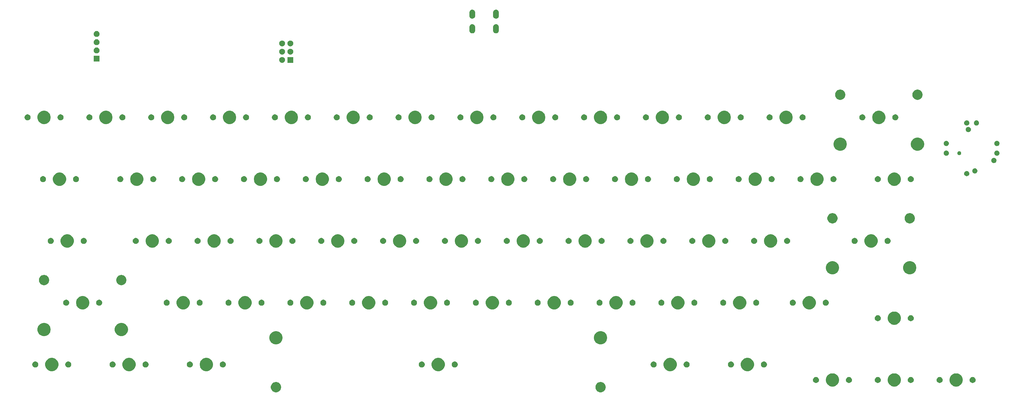
<source format=gts>
G04 #@! TF.GenerationSoftware,KiCad,Pcbnew,(5.1.5)-3*
G04 #@! TF.CreationDate,2020-03-25T22:32:38+08:00*
G04 #@! TF.ProjectId,PCB Design,50434220-4465-4736-9967-6e2e6b696361,rev?*
G04 #@! TF.SameCoordinates,Original*
G04 #@! TF.FileFunction,Soldermask,Top*
G04 #@! TF.FilePolarity,Negative*
%FSLAX46Y46*%
G04 Gerber Fmt 4.6, Leading zero omitted, Abs format (unit mm)*
G04 Created by KiCad (PCBNEW (5.1.5)-3) date 2020-03-25 22:32:38*
%MOMM*%
%LPD*%
G04 APERTURE LIST*
%ADD10C,0.100000*%
G04 APERTURE END LIST*
D10*
G36*
X205240561Y-127708026D02*
G01*
X205359287Y-127757204D01*
X205527191Y-127826752D01*
X205527192Y-127826753D01*
X205785154Y-127999117D01*
X206004533Y-128218496D01*
X206119703Y-128390861D01*
X206176898Y-128476459D01*
X206295624Y-128763090D01*
X206356150Y-129067375D01*
X206356150Y-129377625D01*
X206295624Y-129681910D01*
X206176898Y-129968541D01*
X206176897Y-129968542D01*
X206004533Y-130226504D01*
X205785154Y-130445883D01*
X205612789Y-130561053D01*
X205527191Y-130618248D01*
X205359287Y-130687796D01*
X205240561Y-130736974D01*
X204936275Y-130797500D01*
X204626025Y-130797500D01*
X204321739Y-130736974D01*
X204203013Y-130687796D01*
X204035109Y-130618248D01*
X203949511Y-130561053D01*
X203777146Y-130445883D01*
X203557767Y-130226504D01*
X203385403Y-129968542D01*
X203385402Y-129968541D01*
X203266676Y-129681910D01*
X203206150Y-129377625D01*
X203206150Y-129067375D01*
X203266676Y-128763090D01*
X203385402Y-128476459D01*
X203442597Y-128390861D01*
X203557767Y-128218496D01*
X203777146Y-127999117D01*
X204035108Y-127826753D01*
X204035109Y-127826752D01*
X204203013Y-127757204D01*
X204321739Y-127708026D01*
X204626025Y-127647500D01*
X204936275Y-127647500D01*
X205240561Y-127708026D01*
G37*
G36*
X105240761Y-127708026D02*
G01*
X105359487Y-127757204D01*
X105527391Y-127826752D01*
X105527392Y-127826753D01*
X105785354Y-127999117D01*
X106004733Y-128218496D01*
X106119903Y-128390861D01*
X106177098Y-128476459D01*
X106295824Y-128763090D01*
X106356350Y-129067375D01*
X106356350Y-129377625D01*
X106295824Y-129681910D01*
X106177098Y-129968541D01*
X106177097Y-129968542D01*
X106004733Y-130226504D01*
X105785354Y-130445883D01*
X105612989Y-130561053D01*
X105527391Y-130618248D01*
X105359487Y-130687796D01*
X105240761Y-130736974D01*
X104936475Y-130797500D01*
X104626225Y-130797500D01*
X104321939Y-130736974D01*
X104203213Y-130687796D01*
X104035309Y-130618248D01*
X103949711Y-130561053D01*
X103777346Y-130445883D01*
X103557967Y-130226504D01*
X103385603Y-129968542D01*
X103385602Y-129968541D01*
X103266876Y-129681910D01*
X103206350Y-129377625D01*
X103206350Y-129067375D01*
X103266876Y-128763090D01*
X103385602Y-128476459D01*
X103442797Y-128390861D01*
X103557967Y-128218496D01*
X103777346Y-127999117D01*
X104035308Y-127826753D01*
X104035309Y-127826752D01*
X104203213Y-127757204D01*
X104321939Y-127708026D01*
X104626225Y-127647500D01*
X104936475Y-127647500D01*
X105240761Y-127708026D01*
G37*
G36*
X295871474Y-125033684D02*
G01*
X296089474Y-125123983D01*
X296243623Y-125187833D01*
X296578548Y-125411623D01*
X296863377Y-125696452D01*
X297087167Y-126031377D01*
X297119562Y-126109586D01*
X297241316Y-126403526D01*
X297319900Y-126798594D01*
X297319900Y-127201406D01*
X297241316Y-127596474D01*
X297190451Y-127719272D01*
X297087167Y-127968623D01*
X296863377Y-128303548D01*
X296578548Y-128588377D01*
X296243623Y-128812167D01*
X296089474Y-128876017D01*
X295871474Y-128966316D01*
X295476406Y-129044900D01*
X295073594Y-129044900D01*
X294678526Y-128966316D01*
X294460526Y-128876017D01*
X294306377Y-128812167D01*
X293971452Y-128588377D01*
X293686623Y-128303548D01*
X293462833Y-127968623D01*
X293359549Y-127719272D01*
X293308684Y-127596474D01*
X293230100Y-127201406D01*
X293230100Y-126798594D01*
X293308684Y-126403526D01*
X293430438Y-126109586D01*
X293462833Y-126031377D01*
X293686623Y-125696452D01*
X293971452Y-125411623D01*
X294306377Y-125187833D01*
X294460526Y-125123983D01*
X294678526Y-125033684D01*
X295073594Y-124955100D01*
X295476406Y-124955100D01*
X295871474Y-125033684D01*
G37*
G36*
X276821474Y-125033684D02*
G01*
X277039474Y-125123983D01*
X277193623Y-125187833D01*
X277528548Y-125411623D01*
X277813377Y-125696452D01*
X278037167Y-126031377D01*
X278069562Y-126109586D01*
X278191316Y-126403526D01*
X278269900Y-126798594D01*
X278269900Y-127201406D01*
X278191316Y-127596474D01*
X278140451Y-127719272D01*
X278037167Y-127968623D01*
X277813377Y-128303548D01*
X277528548Y-128588377D01*
X277193623Y-128812167D01*
X277039474Y-128876017D01*
X276821474Y-128966316D01*
X276426406Y-129044900D01*
X276023594Y-129044900D01*
X275628526Y-128966316D01*
X275410526Y-128876017D01*
X275256377Y-128812167D01*
X274921452Y-128588377D01*
X274636623Y-128303548D01*
X274412833Y-127968623D01*
X274309549Y-127719272D01*
X274258684Y-127596474D01*
X274180100Y-127201406D01*
X274180100Y-126798594D01*
X274258684Y-126403526D01*
X274380438Y-126109586D01*
X274412833Y-126031377D01*
X274636623Y-125696452D01*
X274921452Y-125411623D01*
X275256377Y-125187833D01*
X275410526Y-125123983D01*
X275628526Y-125033684D01*
X276023594Y-124955100D01*
X276426406Y-124955100D01*
X276821474Y-125033684D01*
G37*
G36*
X314921474Y-125033684D02*
G01*
X315139474Y-125123983D01*
X315293623Y-125187833D01*
X315628548Y-125411623D01*
X315913377Y-125696452D01*
X316137167Y-126031377D01*
X316169562Y-126109586D01*
X316291316Y-126403526D01*
X316369900Y-126798594D01*
X316369900Y-127201406D01*
X316291316Y-127596474D01*
X316240451Y-127719272D01*
X316137167Y-127968623D01*
X315913377Y-128303548D01*
X315628548Y-128588377D01*
X315293623Y-128812167D01*
X315139474Y-128876017D01*
X314921474Y-128966316D01*
X314526406Y-129044900D01*
X314123594Y-129044900D01*
X313728526Y-128966316D01*
X313510526Y-128876017D01*
X313356377Y-128812167D01*
X313021452Y-128588377D01*
X312736623Y-128303548D01*
X312512833Y-127968623D01*
X312409549Y-127719272D01*
X312358684Y-127596474D01*
X312280100Y-127201406D01*
X312280100Y-126798594D01*
X312358684Y-126403526D01*
X312480438Y-126109586D01*
X312512833Y-126031377D01*
X312736623Y-125696452D01*
X313021452Y-125411623D01*
X313356377Y-125187833D01*
X313510526Y-125123983D01*
X313728526Y-125033684D01*
X314123594Y-124955100D01*
X314526406Y-124955100D01*
X314921474Y-125033684D01*
G37*
G36*
X281575104Y-126109585D02*
G01*
X281743626Y-126179389D01*
X281895291Y-126280728D01*
X282024272Y-126409709D01*
X282125611Y-126561374D01*
X282195415Y-126729896D01*
X282231000Y-126908797D01*
X282231000Y-127091203D01*
X282195415Y-127270104D01*
X282125611Y-127438626D01*
X282024272Y-127590291D01*
X281895291Y-127719272D01*
X281743626Y-127820611D01*
X281575104Y-127890415D01*
X281396203Y-127926000D01*
X281213797Y-127926000D01*
X281034896Y-127890415D01*
X280866374Y-127820611D01*
X280714709Y-127719272D01*
X280585728Y-127590291D01*
X280484389Y-127438626D01*
X280414585Y-127270104D01*
X280379000Y-127091203D01*
X280379000Y-126908797D01*
X280414585Y-126729896D01*
X280484389Y-126561374D01*
X280585728Y-126409709D01*
X280714709Y-126280728D01*
X280866374Y-126179389D01*
X281034896Y-126109585D01*
X281213797Y-126074000D01*
X281396203Y-126074000D01*
X281575104Y-126109585D01*
G37*
G36*
X300625104Y-126109585D02*
G01*
X300793626Y-126179389D01*
X300945291Y-126280728D01*
X301074272Y-126409709D01*
X301175611Y-126561374D01*
X301245415Y-126729896D01*
X301281000Y-126908797D01*
X301281000Y-127091203D01*
X301245415Y-127270104D01*
X301175611Y-127438626D01*
X301074272Y-127590291D01*
X300945291Y-127719272D01*
X300793626Y-127820611D01*
X300625104Y-127890415D01*
X300446203Y-127926000D01*
X300263797Y-127926000D01*
X300084896Y-127890415D01*
X299916374Y-127820611D01*
X299764709Y-127719272D01*
X299635728Y-127590291D01*
X299534389Y-127438626D01*
X299464585Y-127270104D01*
X299429000Y-127091203D01*
X299429000Y-126908797D01*
X299464585Y-126729896D01*
X299534389Y-126561374D01*
X299635728Y-126409709D01*
X299764709Y-126280728D01*
X299916374Y-126179389D01*
X300084896Y-126109585D01*
X300263797Y-126074000D01*
X300446203Y-126074000D01*
X300625104Y-126109585D01*
G37*
G36*
X290465104Y-126109585D02*
G01*
X290633626Y-126179389D01*
X290785291Y-126280728D01*
X290914272Y-126409709D01*
X291015611Y-126561374D01*
X291085415Y-126729896D01*
X291121000Y-126908797D01*
X291121000Y-127091203D01*
X291085415Y-127270104D01*
X291015611Y-127438626D01*
X290914272Y-127590291D01*
X290785291Y-127719272D01*
X290633626Y-127820611D01*
X290465104Y-127890415D01*
X290286203Y-127926000D01*
X290103797Y-127926000D01*
X289924896Y-127890415D01*
X289756374Y-127820611D01*
X289604709Y-127719272D01*
X289475728Y-127590291D01*
X289374389Y-127438626D01*
X289304585Y-127270104D01*
X289269000Y-127091203D01*
X289269000Y-126908797D01*
X289304585Y-126729896D01*
X289374389Y-126561374D01*
X289475728Y-126409709D01*
X289604709Y-126280728D01*
X289756374Y-126179389D01*
X289924896Y-126109585D01*
X290103797Y-126074000D01*
X290286203Y-126074000D01*
X290465104Y-126109585D01*
G37*
G36*
X319675104Y-126109585D02*
G01*
X319843626Y-126179389D01*
X319995291Y-126280728D01*
X320124272Y-126409709D01*
X320225611Y-126561374D01*
X320295415Y-126729896D01*
X320331000Y-126908797D01*
X320331000Y-127091203D01*
X320295415Y-127270104D01*
X320225611Y-127438626D01*
X320124272Y-127590291D01*
X319995291Y-127719272D01*
X319843626Y-127820611D01*
X319675104Y-127890415D01*
X319496203Y-127926000D01*
X319313797Y-127926000D01*
X319134896Y-127890415D01*
X318966374Y-127820611D01*
X318814709Y-127719272D01*
X318685728Y-127590291D01*
X318584389Y-127438626D01*
X318514585Y-127270104D01*
X318479000Y-127091203D01*
X318479000Y-126908797D01*
X318514585Y-126729896D01*
X318584389Y-126561374D01*
X318685728Y-126409709D01*
X318814709Y-126280728D01*
X318966374Y-126179389D01*
X319134896Y-126109585D01*
X319313797Y-126074000D01*
X319496203Y-126074000D01*
X319675104Y-126109585D01*
G37*
G36*
X309515104Y-126109585D02*
G01*
X309683626Y-126179389D01*
X309835291Y-126280728D01*
X309964272Y-126409709D01*
X310065611Y-126561374D01*
X310135415Y-126729896D01*
X310171000Y-126908797D01*
X310171000Y-127091203D01*
X310135415Y-127270104D01*
X310065611Y-127438626D01*
X309964272Y-127590291D01*
X309835291Y-127719272D01*
X309683626Y-127820611D01*
X309515104Y-127890415D01*
X309336203Y-127926000D01*
X309153797Y-127926000D01*
X308974896Y-127890415D01*
X308806374Y-127820611D01*
X308654709Y-127719272D01*
X308525728Y-127590291D01*
X308424389Y-127438626D01*
X308354585Y-127270104D01*
X308319000Y-127091203D01*
X308319000Y-126908797D01*
X308354585Y-126729896D01*
X308424389Y-126561374D01*
X308525728Y-126409709D01*
X308654709Y-126280728D01*
X308806374Y-126179389D01*
X308974896Y-126109585D01*
X309153797Y-126074000D01*
X309336203Y-126074000D01*
X309515104Y-126109585D01*
G37*
G36*
X271415104Y-126109585D02*
G01*
X271583626Y-126179389D01*
X271735291Y-126280728D01*
X271864272Y-126409709D01*
X271965611Y-126561374D01*
X272035415Y-126729896D01*
X272071000Y-126908797D01*
X272071000Y-127091203D01*
X272035415Y-127270104D01*
X271965611Y-127438626D01*
X271864272Y-127590291D01*
X271735291Y-127719272D01*
X271583626Y-127820611D01*
X271415104Y-127890415D01*
X271236203Y-127926000D01*
X271053797Y-127926000D01*
X270874896Y-127890415D01*
X270706374Y-127820611D01*
X270554709Y-127719272D01*
X270425728Y-127590291D01*
X270324389Y-127438626D01*
X270254585Y-127270104D01*
X270219000Y-127091203D01*
X270219000Y-126908797D01*
X270254585Y-126729896D01*
X270324389Y-126561374D01*
X270425728Y-126409709D01*
X270554709Y-126280728D01*
X270706374Y-126179389D01*
X270874896Y-126109585D01*
X271053797Y-126074000D01*
X271236203Y-126074000D01*
X271415104Y-126109585D01*
G37*
G36*
X226815224Y-120271184D02*
G01*
X227033224Y-120361483D01*
X227187373Y-120425333D01*
X227522298Y-120649123D01*
X227807127Y-120933952D01*
X228030917Y-121268877D01*
X228063312Y-121347086D01*
X228185066Y-121641026D01*
X228263650Y-122036094D01*
X228263650Y-122438906D01*
X228185066Y-122833974D01*
X228134201Y-122956772D01*
X228030917Y-123206123D01*
X227807127Y-123541048D01*
X227522298Y-123825877D01*
X227187373Y-124049667D01*
X227033224Y-124113517D01*
X226815224Y-124203816D01*
X226420156Y-124282400D01*
X226017344Y-124282400D01*
X225622276Y-124203816D01*
X225404276Y-124113517D01*
X225250127Y-124049667D01*
X224915202Y-123825877D01*
X224630373Y-123541048D01*
X224406583Y-123206123D01*
X224303299Y-122956772D01*
X224252434Y-122833974D01*
X224173850Y-122438906D01*
X224173850Y-122036094D01*
X224252434Y-121641026D01*
X224374188Y-121347086D01*
X224406583Y-121268877D01*
X224630373Y-120933952D01*
X224915202Y-120649123D01*
X225250127Y-120425333D01*
X225404276Y-120361483D01*
X225622276Y-120271184D01*
X226017344Y-120192600D01*
X226420156Y-120192600D01*
X226815224Y-120271184D01*
G37*
G36*
X60127724Y-120271184D02*
G01*
X60345724Y-120361483D01*
X60499873Y-120425333D01*
X60834798Y-120649123D01*
X61119627Y-120933952D01*
X61343417Y-121268877D01*
X61375812Y-121347086D01*
X61497566Y-121641026D01*
X61576150Y-122036094D01*
X61576150Y-122438906D01*
X61497566Y-122833974D01*
X61446701Y-122956772D01*
X61343417Y-123206123D01*
X61119627Y-123541048D01*
X60834798Y-123825877D01*
X60499873Y-124049667D01*
X60345724Y-124113517D01*
X60127724Y-124203816D01*
X59732656Y-124282400D01*
X59329844Y-124282400D01*
X58934776Y-124203816D01*
X58716776Y-124113517D01*
X58562627Y-124049667D01*
X58227702Y-123825877D01*
X57942873Y-123541048D01*
X57719083Y-123206123D01*
X57615799Y-122956772D01*
X57564934Y-122833974D01*
X57486350Y-122438906D01*
X57486350Y-122036094D01*
X57564934Y-121641026D01*
X57686688Y-121347086D01*
X57719083Y-121268877D01*
X57942873Y-120933952D01*
X58227702Y-120649123D01*
X58562627Y-120425333D01*
X58716776Y-120361483D01*
X58934776Y-120271184D01*
X59329844Y-120192600D01*
X59732656Y-120192600D01*
X60127724Y-120271184D01*
G37*
G36*
X83940224Y-120271184D02*
G01*
X84158224Y-120361483D01*
X84312373Y-120425333D01*
X84647298Y-120649123D01*
X84932127Y-120933952D01*
X85155917Y-121268877D01*
X85188312Y-121347086D01*
X85310066Y-121641026D01*
X85388650Y-122036094D01*
X85388650Y-122438906D01*
X85310066Y-122833974D01*
X85259201Y-122956772D01*
X85155917Y-123206123D01*
X84932127Y-123541048D01*
X84647298Y-123825877D01*
X84312373Y-124049667D01*
X84158224Y-124113517D01*
X83940224Y-124203816D01*
X83545156Y-124282400D01*
X83142344Y-124282400D01*
X82747276Y-124203816D01*
X82529276Y-124113517D01*
X82375127Y-124049667D01*
X82040202Y-123825877D01*
X81755373Y-123541048D01*
X81531583Y-123206123D01*
X81428299Y-122956772D01*
X81377434Y-122833974D01*
X81298850Y-122438906D01*
X81298850Y-122036094D01*
X81377434Y-121641026D01*
X81499188Y-121347086D01*
X81531583Y-121268877D01*
X81755373Y-120933952D01*
X82040202Y-120649123D01*
X82375127Y-120425333D01*
X82529276Y-120361483D01*
X82747276Y-120271184D01*
X83142344Y-120192600D01*
X83545156Y-120192600D01*
X83940224Y-120271184D01*
G37*
G36*
X155377724Y-120271184D02*
G01*
X155595724Y-120361483D01*
X155749873Y-120425333D01*
X156084798Y-120649123D01*
X156369627Y-120933952D01*
X156593417Y-121268877D01*
X156625812Y-121347086D01*
X156747566Y-121641026D01*
X156826150Y-122036094D01*
X156826150Y-122438906D01*
X156747566Y-122833974D01*
X156696701Y-122956772D01*
X156593417Y-123206123D01*
X156369627Y-123541048D01*
X156084798Y-123825877D01*
X155749873Y-124049667D01*
X155595724Y-124113517D01*
X155377724Y-124203816D01*
X154982656Y-124282400D01*
X154579844Y-124282400D01*
X154184776Y-124203816D01*
X153966776Y-124113517D01*
X153812627Y-124049667D01*
X153477702Y-123825877D01*
X153192873Y-123541048D01*
X152969083Y-123206123D01*
X152865799Y-122956772D01*
X152814934Y-122833974D01*
X152736350Y-122438906D01*
X152736350Y-122036094D01*
X152814934Y-121641026D01*
X152936688Y-121347086D01*
X152969083Y-121268877D01*
X153192873Y-120933952D01*
X153477702Y-120649123D01*
X153812627Y-120425333D01*
X153966776Y-120361483D01*
X154184776Y-120271184D01*
X154579844Y-120192600D01*
X154982656Y-120192600D01*
X155377724Y-120271184D01*
G37*
G36*
X250627724Y-120271184D02*
G01*
X250845724Y-120361483D01*
X250999873Y-120425333D01*
X251334798Y-120649123D01*
X251619627Y-120933952D01*
X251843417Y-121268877D01*
X251875812Y-121347086D01*
X251997566Y-121641026D01*
X252076150Y-122036094D01*
X252076150Y-122438906D01*
X251997566Y-122833974D01*
X251946701Y-122956772D01*
X251843417Y-123206123D01*
X251619627Y-123541048D01*
X251334798Y-123825877D01*
X250999873Y-124049667D01*
X250845724Y-124113517D01*
X250627724Y-124203816D01*
X250232656Y-124282400D01*
X249829844Y-124282400D01*
X249434776Y-124203816D01*
X249216776Y-124113517D01*
X249062627Y-124049667D01*
X248727702Y-123825877D01*
X248442873Y-123541048D01*
X248219083Y-123206123D01*
X248115799Y-122956772D01*
X248064934Y-122833974D01*
X247986350Y-122438906D01*
X247986350Y-122036094D01*
X248064934Y-121641026D01*
X248186688Y-121347086D01*
X248219083Y-121268877D01*
X248442873Y-120933952D01*
X248727702Y-120649123D01*
X249062627Y-120425333D01*
X249216776Y-120361483D01*
X249434776Y-120271184D01*
X249829844Y-120192600D01*
X250232656Y-120192600D01*
X250627724Y-120271184D01*
G37*
G36*
X36315224Y-120271184D02*
G01*
X36533224Y-120361483D01*
X36687373Y-120425333D01*
X37022298Y-120649123D01*
X37307127Y-120933952D01*
X37530917Y-121268877D01*
X37563312Y-121347086D01*
X37685066Y-121641026D01*
X37763650Y-122036094D01*
X37763650Y-122438906D01*
X37685066Y-122833974D01*
X37634201Y-122956772D01*
X37530917Y-123206123D01*
X37307127Y-123541048D01*
X37022298Y-123825877D01*
X36687373Y-124049667D01*
X36533224Y-124113517D01*
X36315224Y-124203816D01*
X35920156Y-124282400D01*
X35517344Y-124282400D01*
X35122276Y-124203816D01*
X34904276Y-124113517D01*
X34750127Y-124049667D01*
X34415202Y-123825877D01*
X34130373Y-123541048D01*
X33906583Y-123206123D01*
X33803299Y-122956772D01*
X33752434Y-122833974D01*
X33673850Y-122438906D01*
X33673850Y-122036094D01*
X33752434Y-121641026D01*
X33874188Y-121347086D01*
X33906583Y-121268877D01*
X34130373Y-120933952D01*
X34415202Y-120649123D01*
X34750127Y-120425333D01*
X34904276Y-120361483D01*
X35122276Y-120271184D01*
X35517344Y-120192600D01*
X35920156Y-120192600D01*
X36315224Y-120271184D01*
G37*
G36*
X30908854Y-121347085D02*
G01*
X31077376Y-121416889D01*
X31229041Y-121518228D01*
X31358022Y-121647209D01*
X31459361Y-121798874D01*
X31529165Y-121967396D01*
X31564750Y-122146297D01*
X31564750Y-122328703D01*
X31529165Y-122507604D01*
X31459361Y-122676126D01*
X31358022Y-122827791D01*
X31229041Y-122956772D01*
X31077376Y-123058111D01*
X30908854Y-123127915D01*
X30729953Y-123163500D01*
X30547547Y-123163500D01*
X30368646Y-123127915D01*
X30200124Y-123058111D01*
X30048459Y-122956772D01*
X29919478Y-122827791D01*
X29818139Y-122676126D01*
X29748335Y-122507604D01*
X29712750Y-122328703D01*
X29712750Y-122146297D01*
X29748335Y-121967396D01*
X29818139Y-121798874D01*
X29919478Y-121647209D01*
X30048459Y-121518228D01*
X30200124Y-121416889D01*
X30368646Y-121347085D01*
X30547547Y-121311500D01*
X30729953Y-121311500D01*
X30908854Y-121347085D01*
G37*
G36*
X149971354Y-121347085D02*
G01*
X150139876Y-121416889D01*
X150291541Y-121518228D01*
X150420522Y-121647209D01*
X150521861Y-121798874D01*
X150591665Y-121967396D01*
X150627250Y-122146297D01*
X150627250Y-122328703D01*
X150591665Y-122507604D01*
X150521861Y-122676126D01*
X150420522Y-122827791D01*
X150291541Y-122956772D01*
X150139876Y-123058111D01*
X149971354Y-123127915D01*
X149792453Y-123163500D01*
X149610047Y-123163500D01*
X149431146Y-123127915D01*
X149262624Y-123058111D01*
X149110959Y-122956772D01*
X148981978Y-122827791D01*
X148880639Y-122676126D01*
X148810835Y-122507604D01*
X148775250Y-122328703D01*
X148775250Y-122146297D01*
X148810835Y-121967396D01*
X148880639Y-121798874D01*
X148981978Y-121647209D01*
X149110959Y-121518228D01*
X149262624Y-121416889D01*
X149431146Y-121347085D01*
X149610047Y-121311500D01*
X149792453Y-121311500D01*
X149971354Y-121347085D01*
G37*
G36*
X221408854Y-121347085D02*
G01*
X221577376Y-121416889D01*
X221729041Y-121518228D01*
X221858022Y-121647209D01*
X221959361Y-121798874D01*
X222029165Y-121967396D01*
X222064750Y-122146297D01*
X222064750Y-122328703D01*
X222029165Y-122507604D01*
X221959361Y-122676126D01*
X221858022Y-122827791D01*
X221729041Y-122956772D01*
X221577376Y-123058111D01*
X221408854Y-123127915D01*
X221229953Y-123163500D01*
X221047547Y-123163500D01*
X220868646Y-123127915D01*
X220700124Y-123058111D01*
X220548459Y-122956772D01*
X220419478Y-122827791D01*
X220318139Y-122676126D01*
X220248335Y-122507604D01*
X220212750Y-122328703D01*
X220212750Y-122146297D01*
X220248335Y-121967396D01*
X220318139Y-121798874D01*
X220419478Y-121647209D01*
X220548459Y-121518228D01*
X220700124Y-121416889D01*
X220868646Y-121347085D01*
X221047547Y-121311500D01*
X221229953Y-121311500D01*
X221408854Y-121347085D01*
G37*
G36*
X255381354Y-121347085D02*
G01*
X255549876Y-121416889D01*
X255701541Y-121518228D01*
X255830522Y-121647209D01*
X255931861Y-121798874D01*
X256001665Y-121967396D01*
X256037250Y-122146297D01*
X256037250Y-122328703D01*
X256001665Y-122507604D01*
X255931861Y-122676126D01*
X255830522Y-122827791D01*
X255701541Y-122956772D01*
X255549876Y-123058111D01*
X255381354Y-123127915D01*
X255202453Y-123163500D01*
X255020047Y-123163500D01*
X254841146Y-123127915D01*
X254672624Y-123058111D01*
X254520959Y-122956772D01*
X254391978Y-122827791D01*
X254290639Y-122676126D01*
X254220835Y-122507604D01*
X254185250Y-122328703D01*
X254185250Y-122146297D01*
X254220835Y-121967396D01*
X254290639Y-121798874D01*
X254391978Y-121647209D01*
X254520959Y-121518228D01*
X254672624Y-121416889D01*
X254841146Y-121347085D01*
X255020047Y-121311500D01*
X255202453Y-121311500D01*
X255381354Y-121347085D01*
G37*
G36*
X245221354Y-121347085D02*
G01*
X245389876Y-121416889D01*
X245541541Y-121518228D01*
X245670522Y-121647209D01*
X245771861Y-121798874D01*
X245841665Y-121967396D01*
X245877250Y-122146297D01*
X245877250Y-122328703D01*
X245841665Y-122507604D01*
X245771861Y-122676126D01*
X245670522Y-122827791D01*
X245541541Y-122956772D01*
X245389876Y-123058111D01*
X245221354Y-123127915D01*
X245042453Y-123163500D01*
X244860047Y-123163500D01*
X244681146Y-123127915D01*
X244512624Y-123058111D01*
X244360959Y-122956772D01*
X244231978Y-122827791D01*
X244130639Y-122676126D01*
X244060835Y-122507604D01*
X244025250Y-122328703D01*
X244025250Y-122146297D01*
X244060835Y-121967396D01*
X244130639Y-121798874D01*
X244231978Y-121647209D01*
X244360959Y-121518228D01*
X244512624Y-121416889D01*
X244681146Y-121347085D01*
X244860047Y-121311500D01*
X245042453Y-121311500D01*
X245221354Y-121347085D01*
G37*
G36*
X231568854Y-121347085D02*
G01*
X231737376Y-121416889D01*
X231889041Y-121518228D01*
X232018022Y-121647209D01*
X232119361Y-121798874D01*
X232189165Y-121967396D01*
X232224750Y-122146297D01*
X232224750Y-122328703D01*
X232189165Y-122507604D01*
X232119361Y-122676126D01*
X232018022Y-122827791D01*
X231889041Y-122956772D01*
X231737376Y-123058111D01*
X231568854Y-123127915D01*
X231389953Y-123163500D01*
X231207547Y-123163500D01*
X231028646Y-123127915D01*
X230860124Y-123058111D01*
X230708459Y-122956772D01*
X230579478Y-122827791D01*
X230478139Y-122676126D01*
X230408335Y-122507604D01*
X230372750Y-122328703D01*
X230372750Y-122146297D01*
X230408335Y-121967396D01*
X230478139Y-121798874D01*
X230579478Y-121647209D01*
X230708459Y-121518228D01*
X230860124Y-121416889D01*
X231028646Y-121347085D01*
X231207547Y-121311500D01*
X231389953Y-121311500D01*
X231568854Y-121347085D01*
G37*
G36*
X88693854Y-121347085D02*
G01*
X88862376Y-121416889D01*
X89014041Y-121518228D01*
X89143022Y-121647209D01*
X89244361Y-121798874D01*
X89314165Y-121967396D01*
X89349750Y-122146297D01*
X89349750Y-122328703D01*
X89314165Y-122507604D01*
X89244361Y-122676126D01*
X89143022Y-122827791D01*
X89014041Y-122956772D01*
X88862376Y-123058111D01*
X88693854Y-123127915D01*
X88514953Y-123163500D01*
X88332547Y-123163500D01*
X88153646Y-123127915D01*
X87985124Y-123058111D01*
X87833459Y-122956772D01*
X87704478Y-122827791D01*
X87603139Y-122676126D01*
X87533335Y-122507604D01*
X87497750Y-122328703D01*
X87497750Y-122146297D01*
X87533335Y-121967396D01*
X87603139Y-121798874D01*
X87704478Y-121647209D01*
X87833459Y-121518228D01*
X87985124Y-121416889D01*
X88153646Y-121347085D01*
X88332547Y-121311500D01*
X88514953Y-121311500D01*
X88693854Y-121347085D01*
G37*
G36*
X78533854Y-121347085D02*
G01*
X78702376Y-121416889D01*
X78854041Y-121518228D01*
X78983022Y-121647209D01*
X79084361Y-121798874D01*
X79154165Y-121967396D01*
X79189750Y-122146297D01*
X79189750Y-122328703D01*
X79154165Y-122507604D01*
X79084361Y-122676126D01*
X78983022Y-122827791D01*
X78854041Y-122956772D01*
X78702376Y-123058111D01*
X78533854Y-123127915D01*
X78354953Y-123163500D01*
X78172547Y-123163500D01*
X77993646Y-123127915D01*
X77825124Y-123058111D01*
X77673459Y-122956772D01*
X77544478Y-122827791D01*
X77443139Y-122676126D01*
X77373335Y-122507604D01*
X77337750Y-122328703D01*
X77337750Y-122146297D01*
X77373335Y-121967396D01*
X77443139Y-121798874D01*
X77544478Y-121647209D01*
X77673459Y-121518228D01*
X77825124Y-121416889D01*
X77993646Y-121347085D01*
X78172547Y-121311500D01*
X78354953Y-121311500D01*
X78533854Y-121347085D01*
G37*
G36*
X41068854Y-121347085D02*
G01*
X41237376Y-121416889D01*
X41389041Y-121518228D01*
X41518022Y-121647209D01*
X41619361Y-121798874D01*
X41689165Y-121967396D01*
X41724750Y-122146297D01*
X41724750Y-122328703D01*
X41689165Y-122507604D01*
X41619361Y-122676126D01*
X41518022Y-122827791D01*
X41389041Y-122956772D01*
X41237376Y-123058111D01*
X41068854Y-123127915D01*
X40889953Y-123163500D01*
X40707547Y-123163500D01*
X40528646Y-123127915D01*
X40360124Y-123058111D01*
X40208459Y-122956772D01*
X40079478Y-122827791D01*
X39978139Y-122676126D01*
X39908335Y-122507604D01*
X39872750Y-122328703D01*
X39872750Y-122146297D01*
X39908335Y-121967396D01*
X39978139Y-121798874D01*
X40079478Y-121647209D01*
X40208459Y-121518228D01*
X40360124Y-121416889D01*
X40528646Y-121347085D01*
X40707547Y-121311500D01*
X40889953Y-121311500D01*
X41068854Y-121347085D01*
G37*
G36*
X54721354Y-121347085D02*
G01*
X54889876Y-121416889D01*
X55041541Y-121518228D01*
X55170522Y-121647209D01*
X55271861Y-121798874D01*
X55341665Y-121967396D01*
X55377250Y-122146297D01*
X55377250Y-122328703D01*
X55341665Y-122507604D01*
X55271861Y-122676126D01*
X55170522Y-122827791D01*
X55041541Y-122956772D01*
X54889876Y-123058111D01*
X54721354Y-123127915D01*
X54542453Y-123163500D01*
X54360047Y-123163500D01*
X54181146Y-123127915D01*
X54012624Y-123058111D01*
X53860959Y-122956772D01*
X53731978Y-122827791D01*
X53630639Y-122676126D01*
X53560835Y-122507604D01*
X53525250Y-122328703D01*
X53525250Y-122146297D01*
X53560835Y-121967396D01*
X53630639Y-121798874D01*
X53731978Y-121647209D01*
X53860959Y-121518228D01*
X54012624Y-121416889D01*
X54181146Y-121347085D01*
X54360047Y-121311500D01*
X54542453Y-121311500D01*
X54721354Y-121347085D01*
G37*
G36*
X160131354Y-121347085D02*
G01*
X160299876Y-121416889D01*
X160451541Y-121518228D01*
X160580522Y-121647209D01*
X160681861Y-121798874D01*
X160751665Y-121967396D01*
X160787250Y-122146297D01*
X160787250Y-122328703D01*
X160751665Y-122507604D01*
X160681861Y-122676126D01*
X160580522Y-122827791D01*
X160451541Y-122956772D01*
X160299876Y-123058111D01*
X160131354Y-123127915D01*
X159952453Y-123163500D01*
X159770047Y-123163500D01*
X159591146Y-123127915D01*
X159422624Y-123058111D01*
X159270959Y-122956772D01*
X159141978Y-122827791D01*
X159040639Y-122676126D01*
X158970835Y-122507604D01*
X158935250Y-122328703D01*
X158935250Y-122146297D01*
X158970835Y-121967396D01*
X159040639Y-121798874D01*
X159141978Y-121647209D01*
X159270959Y-121518228D01*
X159422624Y-121416889D01*
X159591146Y-121347085D01*
X159770047Y-121311500D01*
X159952453Y-121311500D01*
X160131354Y-121347085D01*
G37*
G36*
X64881354Y-121347085D02*
G01*
X65049876Y-121416889D01*
X65201541Y-121518228D01*
X65330522Y-121647209D01*
X65431861Y-121798874D01*
X65501665Y-121967396D01*
X65537250Y-122146297D01*
X65537250Y-122328703D01*
X65501665Y-122507604D01*
X65431861Y-122676126D01*
X65330522Y-122827791D01*
X65201541Y-122956772D01*
X65049876Y-123058111D01*
X64881354Y-123127915D01*
X64702453Y-123163500D01*
X64520047Y-123163500D01*
X64341146Y-123127915D01*
X64172624Y-123058111D01*
X64020959Y-122956772D01*
X63891978Y-122827791D01*
X63790639Y-122676126D01*
X63720835Y-122507604D01*
X63685250Y-122328703D01*
X63685250Y-122146297D01*
X63720835Y-121967396D01*
X63790639Y-121798874D01*
X63891978Y-121647209D01*
X64020959Y-121518228D01*
X64172624Y-121416889D01*
X64341146Y-121347085D01*
X64520047Y-121311500D01*
X64702453Y-121311500D01*
X64881354Y-121347085D01*
G37*
G36*
X205377624Y-112016184D02*
G01*
X205595624Y-112106483D01*
X205749773Y-112170333D01*
X206084698Y-112394123D01*
X206369527Y-112678952D01*
X206593317Y-113013877D01*
X206657167Y-113168026D01*
X206747466Y-113386026D01*
X206826050Y-113781094D01*
X206826050Y-114183906D01*
X206747466Y-114578974D01*
X206657167Y-114796974D01*
X206593317Y-114951123D01*
X206369527Y-115286048D01*
X206084698Y-115570877D01*
X205749773Y-115794667D01*
X205595624Y-115858517D01*
X205377624Y-115948816D01*
X204982556Y-116027400D01*
X204579744Y-116027400D01*
X204184676Y-115948816D01*
X203966676Y-115858517D01*
X203812527Y-115794667D01*
X203477602Y-115570877D01*
X203192773Y-115286048D01*
X202968983Y-114951123D01*
X202905133Y-114796974D01*
X202814834Y-114578974D01*
X202736250Y-114183906D01*
X202736250Y-113781094D01*
X202814834Y-113386026D01*
X202905133Y-113168026D01*
X202968983Y-113013877D01*
X203192773Y-112678952D01*
X203477602Y-112394123D01*
X203812527Y-112170333D01*
X203966676Y-112106483D01*
X204184676Y-112016184D01*
X204579744Y-111937600D01*
X204982556Y-111937600D01*
X205377624Y-112016184D01*
G37*
G36*
X105377824Y-112016184D02*
G01*
X105595824Y-112106483D01*
X105749973Y-112170333D01*
X106084898Y-112394123D01*
X106369727Y-112678952D01*
X106593517Y-113013877D01*
X106657367Y-113168026D01*
X106747666Y-113386026D01*
X106826250Y-113781094D01*
X106826250Y-114183906D01*
X106747666Y-114578974D01*
X106657367Y-114796974D01*
X106593517Y-114951123D01*
X106369727Y-115286048D01*
X106084898Y-115570877D01*
X105749973Y-115794667D01*
X105595824Y-115858517D01*
X105377824Y-115948816D01*
X104982756Y-116027400D01*
X104579944Y-116027400D01*
X104184876Y-115948816D01*
X103966876Y-115858517D01*
X103812727Y-115794667D01*
X103477802Y-115570877D01*
X103192973Y-115286048D01*
X102969183Y-114951123D01*
X102905333Y-114796974D01*
X102815034Y-114578974D01*
X102736450Y-114183906D01*
X102736450Y-113781094D01*
X102815034Y-113386026D01*
X102905333Y-113168026D01*
X102969183Y-113013877D01*
X103192973Y-112678952D01*
X103477802Y-112394123D01*
X103812727Y-112170333D01*
X103966876Y-112106483D01*
X104184876Y-112016184D01*
X104579944Y-111937600D01*
X104982756Y-111937600D01*
X105377824Y-112016184D01*
G37*
G36*
X33933974Y-109476184D02*
G01*
X34151974Y-109566483D01*
X34306123Y-109630333D01*
X34641048Y-109854123D01*
X34925877Y-110138952D01*
X35149667Y-110473877D01*
X35149667Y-110473878D01*
X35303816Y-110846026D01*
X35382400Y-111241094D01*
X35382400Y-111643906D01*
X35303816Y-112038974D01*
X35249405Y-112170333D01*
X35149667Y-112411123D01*
X34925877Y-112746048D01*
X34641048Y-113030877D01*
X34306123Y-113254667D01*
X34151974Y-113318517D01*
X33933974Y-113408816D01*
X33538906Y-113487400D01*
X33136094Y-113487400D01*
X32741026Y-113408816D01*
X32523026Y-113318517D01*
X32368877Y-113254667D01*
X32033952Y-113030877D01*
X31749123Y-112746048D01*
X31525333Y-112411123D01*
X31425595Y-112170333D01*
X31371184Y-112038974D01*
X31292600Y-111643906D01*
X31292600Y-111241094D01*
X31371184Y-110846026D01*
X31525333Y-110473878D01*
X31525333Y-110473877D01*
X31749123Y-110138952D01*
X32033952Y-109854123D01*
X32368877Y-109630333D01*
X32523026Y-109566483D01*
X32741026Y-109476184D01*
X33136094Y-109397600D01*
X33538906Y-109397600D01*
X33933974Y-109476184D01*
G37*
G36*
X57746474Y-109476184D02*
G01*
X57964474Y-109566483D01*
X58118623Y-109630333D01*
X58453548Y-109854123D01*
X58738377Y-110138952D01*
X58962167Y-110473877D01*
X58962167Y-110473878D01*
X59116316Y-110846026D01*
X59194900Y-111241094D01*
X59194900Y-111643906D01*
X59116316Y-112038974D01*
X59061905Y-112170333D01*
X58962167Y-112411123D01*
X58738377Y-112746048D01*
X58453548Y-113030877D01*
X58118623Y-113254667D01*
X57964474Y-113318517D01*
X57746474Y-113408816D01*
X57351406Y-113487400D01*
X56948594Y-113487400D01*
X56553526Y-113408816D01*
X56335526Y-113318517D01*
X56181377Y-113254667D01*
X55846452Y-113030877D01*
X55561623Y-112746048D01*
X55337833Y-112411123D01*
X55238095Y-112170333D01*
X55183684Y-112038974D01*
X55105100Y-111643906D01*
X55105100Y-111241094D01*
X55183684Y-110846026D01*
X55337833Y-110473878D01*
X55337833Y-110473877D01*
X55561623Y-110138952D01*
X55846452Y-109854123D01*
X56181377Y-109630333D01*
X56335526Y-109566483D01*
X56553526Y-109476184D01*
X56948594Y-109397600D01*
X57351406Y-109397600D01*
X57746474Y-109476184D01*
G37*
G36*
X295871474Y-105983684D02*
G01*
X296089474Y-106073983D01*
X296243623Y-106137833D01*
X296578548Y-106361623D01*
X296863377Y-106646452D01*
X297087167Y-106981377D01*
X297119562Y-107059586D01*
X297241316Y-107353526D01*
X297319900Y-107748594D01*
X297319900Y-108151406D01*
X297241316Y-108546474D01*
X297190451Y-108669272D01*
X297087167Y-108918623D01*
X296863377Y-109253548D01*
X296578548Y-109538377D01*
X296243623Y-109762167D01*
X296089474Y-109826017D01*
X295871474Y-109916316D01*
X295476406Y-109994900D01*
X295073594Y-109994900D01*
X294678526Y-109916316D01*
X294460526Y-109826017D01*
X294306377Y-109762167D01*
X293971452Y-109538377D01*
X293686623Y-109253548D01*
X293462833Y-108918623D01*
X293359549Y-108669272D01*
X293308684Y-108546474D01*
X293230100Y-108151406D01*
X293230100Y-107748594D01*
X293308684Y-107353526D01*
X293430438Y-107059586D01*
X293462833Y-106981377D01*
X293686623Y-106646452D01*
X293971452Y-106361623D01*
X294306377Y-106137833D01*
X294460526Y-106073983D01*
X294678526Y-105983684D01*
X295073594Y-105905100D01*
X295476406Y-105905100D01*
X295871474Y-105983684D01*
G37*
G36*
X290465104Y-107059585D02*
G01*
X290633626Y-107129389D01*
X290785291Y-107230728D01*
X290914272Y-107359709D01*
X291015611Y-107511374D01*
X291085415Y-107679896D01*
X291121000Y-107858797D01*
X291121000Y-108041203D01*
X291085415Y-108220104D01*
X291015611Y-108388626D01*
X290914272Y-108540291D01*
X290785291Y-108669272D01*
X290633626Y-108770611D01*
X290465104Y-108840415D01*
X290286203Y-108876000D01*
X290103797Y-108876000D01*
X289924896Y-108840415D01*
X289756374Y-108770611D01*
X289604709Y-108669272D01*
X289475728Y-108540291D01*
X289374389Y-108388626D01*
X289304585Y-108220104D01*
X289269000Y-108041203D01*
X289269000Y-107858797D01*
X289304585Y-107679896D01*
X289374389Y-107511374D01*
X289475728Y-107359709D01*
X289604709Y-107230728D01*
X289756374Y-107129389D01*
X289924896Y-107059585D01*
X290103797Y-107024000D01*
X290286203Y-107024000D01*
X290465104Y-107059585D01*
G37*
G36*
X300625104Y-107059585D02*
G01*
X300793626Y-107129389D01*
X300945291Y-107230728D01*
X301074272Y-107359709D01*
X301175611Y-107511374D01*
X301245415Y-107679896D01*
X301281000Y-107858797D01*
X301281000Y-108041203D01*
X301245415Y-108220104D01*
X301175611Y-108388626D01*
X301074272Y-108540291D01*
X300945291Y-108669272D01*
X300793626Y-108770611D01*
X300625104Y-108840415D01*
X300446203Y-108876000D01*
X300263797Y-108876000D01*
X300084896Y-108840415D01*
X299916374Y-108770611D01*
X299764709Y-108669272D01*
X299635728Y-108540291D01*
X299534389Y-108388626D01*
X299464585Y-108220104D01*
X299429000Y-108041203D01*
X299429000Y-107858797D01*
X299464585Y-107679896D01*
X299534389Y-107511374D01*
X299635728Y-107359709D01*
X299764709Y-107230728D01*
X299916374Y-107129389D01*
X300084896Y-107059585D01*
X300263797Y-107024000D01*
X300446203Y-107024000D01*
X300625104Y-107059585D01*
G37*
G36*
X133946474Y-101221184D02*
G01*
X134164474Y-101311483D01*
X134318623Y-101375333D01*
X134653548Y-101599123D01*
X134938377Y-101883952D01*
X135162167Y-102218877D01*
X135194562Y-102297086D01*
X135316316Y-102591026D01*
X135394900Y-102986094D01*
X135394900Y-103388906D01*
X135316316Y-103783974D01*
X135265451Y-103906772D01*
X135162167Y-104156123D01*
X134938377Y-104491048D01*
X134653548Y-104775877D01*
X134318623Y-104999667D01*
X134164474Y-105063517D01*
X133946474Y-105153816D01*
X133551406Y-105232400D01*
X133148594Y-105232400D01*
X132753526Y-105153816D01*
X132535526Y-105063517D01*
X132381377Y-104999667D01*
X132046452Y-104775877D01*
X131761623Y-104491048D01*
X131537833Y-104156123D01*
X131434549Y-103906772D01*
X131383684Y-103783974D01*
X131305100Y-103388906D01*
X131305100Y-102986094D01*
X131383684Y-102591026D01*
X131505438Y-102297086D01*
X131537833Y-102218877D01*
X131761623Y-101883952D01*
X132046452Y-101599123D01*
X132381377Y-101375333D01*
X132535526Y-101311483D01*
X132753526Y-101221184D01*
X133148594Y-101142600D01*
X133551406Y-101142600D01*
X133946474Y-101221184D01*
G37*
G36*
X76796474Y-101221184D02*
G01*
X77014474Y-101311483D01*
X77168623Y-101375333D01*
X77503548Y-101599123D01*
X77788377Y-101883952D01*
X78012167Y-102218877D01*
X78044562Y-102297086D01*
X78166316Y-102591026D01*
X78244900Y-102986094D01*
X78244900Y-103388906D01*
X78166316Y-103783974D01*
X78115451Y-103906772D01*
X78012167Y-104156123D01*
X77788377Y-104491048D01*
X77503548Y-104775877D01*
X77168623Y-104999667D01*
X77014474Y-105063517D01*
X76796474Y-105153816D01*
X76401406Y-105232400D01*
X75998594Y-105232400D01*
X75603526Y-105153816D01*
X75385526Y-105063517D01*
X75231377Y-104999667D01*
X74896452Y-104775877D01*
X74611623Y-104491048D01*
X74387833Y-104156123D01*
X74284549Y-103906772D01*
X74233684Y-103783974D01*
X74155100Y-103388906D01*
X74155100Y-102986094D01*
X74233684Y-102591026D01*
X74355438Y-102297086D01*
X74387833Y-102218877D01*
X74611623Y-101883952D01*
X74896452Y-101599123D01*
X75231377Y-101375333D01*
X75385526Y-101311483D01*
X75603526Y-101221184D01*
X75998594Y-101142600D01*
X76401406Y-101142600D01*
X76796474Y-101221184D01*
G37*
G36*
X248246474Y-101221184D02*
G01*
X248464474Y-101311483D01*
X248618623Y-101375333D01*
X248953548Y-101599123D01*
X249238377Y-101883952D01*
X249462167Y-102218877D01*
X249494562Y-102297086D01*
X249616316Y-102591026D01*
X249694900Y-102986094D01*
X249694900Y-103388906D01*
X249616316Y-103783974D01*
X249565451Y-103906772D01*
X249462167Y-104156123D01*
X249238377Y-104491048D01*
X248953548Y-104775877D01*
X248618623Y-104999667D01*
X248464474Y-105063517D01*
X248246474Y-105153816D01*
X247851406Y-105232400D01*
X247448594Y-105232400D01*
X247053526Y-105153816D01*
X246835526Y-105063517D01*
X246681377Y-104999667D01*
X246346452Y-104775877D01*
X246061623Y-104491048D01*
X245837833Y-104156123D01*
X245734549Y-103906772D01*
X245683684Y-103783974D01*
X245605100Y-103388906D01*
X245605100Y-102986094D01*
X245683684Y-102591026D01*
X245805438Y-102297086D01*
X245837833Y-102218877D01*
X246061623Y-101883952D01*
X246346452Y-101599123D01*
X246681377Y-101375333D01*
X246835526Y-101311483D01*
X247053526Y-101221184D01*
X247448594Y-101142600D01*
X247851406Y-101142600D01*
X248246474Y-101221184D01*
G37*
G36*
X95846474Y-101221184D02*
G01*
X96064474Y-101311483D01*
X96218623Y-101375333D01*
X96553548Y-101599123D01*
X96838377Y-101883952D01*
X97062167Y-102218877D01*
X97094562Y-102297086D01*
X97216316Y-102591026D01*
X97294900Y-102986094D01*
X97294900Y-103388906D01*
X97216316Y-103783974D01*
X97165451Y-103906772D01*
X97062167Y-104156123D01*
X96838377Y-104491048D01*
X96553548Y-104775877D01*
X96218623Y-104999667D01*
X96064474Y-105063517D01*
X95846474Y-105153816D01*
X95451406Y-105232400D01*
X95048594Y-105232400D01*
X94653526Y-105153816D01*
X94435526Y-105063517D01*
X94281377Y-104999667D01*
X93946452Y-104775877D01*
X93661623Y-104491048D01*
X93437833Y-104156123D01*
X93334549Y-103906772D01*
X93283684Y-103783974D01*
X93205100Y-103388906D01*
X93205100Y-102986094D01*
X93283684Y-102591026D01*
X93405438Y-102297086D01*
X93437833Y-102218877D01*
X93661623Y-101883952D01*
X93946452Y-101599123D01*
X94281377Y-101375333D01*
X94435526Y-101311483D01*
X94653526Y-101221184D01*
X95048594Y-101142600D01*
X95451406Y-101142600D01*
X95846474Y-101221184D01*
G37*
G36*
X152996474Y-101221184D02*
G01*
X153214474Y-101311483D01*
X153368623Y-101375333D01*
X153703548Y-101599123D01*
X153988377Y-101883952D01*
X154212167Y-102218877D01*
X154244562Y-102297086D01*
X154366316Y-102591026D01*
X154444900Y-102986094D01*
X154444900Y-103388906D01*
X154366316Y-103783974D01*
X154315451Y-103906772D01*
X154212167Y-104156123D01*
X153988377Y-104491048D01*
X153703548Y-104775877D01*
X153368623Y-104999667D01*
X153214474Y-105063517D01*
X152996474Y-105153816D01*
X152601406Y-105232400D01*
X152198594Y-105232400D01*
X151803526Y-105153816D01*
X151585526Y-105063517D01*
X151431377Y-104999667D01*
X151096452Y-104775877D01*
X150811623Y-104491048D01*
X150587833Y-104156123D01*
X150484549Y-103906772D01*
X150433684Y-103783974D01*
X150355100Y-103388906D01*
X150355100Y-102986094D01*
X150433684Y-102591026D01*
X150555438Y-102297086D01*
X150587833Y-102218877D01*
X150811623Y-101883952D01*
X151096452Y-101599123D01*
X151431377Y-101375333D01*
X151585526Y-101311483D01*
X151803526Y-101221184D01*
X152198594Y-101142600D01*
X152601406Y-101142600D01*
X152996474Y-101221184D01*
G37*
G36*
X114896474Y-101221184D02*
G01*
X115114474Y-101311483D01*
X115268623Y-101375333D01*
X115603548Y-101599123D01*
X115888377Y-101883952D01*
X116112167Y-102218877D01*
X116144562Y-102297086D01*
X116266316Y-102591026D01*
X116344900Y-102986094D01*
X116344900Y-103388906D01*
X116266316Y-103783974D01*
X116215451Y-103906772D01*
X116112167Y-104156123D01*
X115888377Y-104491048D01*
X115603548Y-104775877D01*
X115268623Y-104999667D01*
X115114474Y-105063517D01*
X114896474Y-105153816D01*
X114501406Y-105232400D01*
X114098594Y-105232400D01*
X113703526Y-105153816D01*
X113485526Y-105063517D01*
X113331377Y-104999667D01*
X112996452Y-104775877D01*
X112711623Y-104491048D01*
X112487833Y-104156123D01*
X112384549Y-103906772D01*
X112333684Y-103783974D01*
X112255100Y-103388906D01*
X112255100Y-102986094D01*
X112333684Y-102591026D01*
X112455438Y-102297086D01*
X112487833Y-102218877D01*
X112711623Y-101883952D01*
X112996452Y-101599123D01*
X113331377Y-101375333D01*
X113485526Y-101311483D01*
X113703526Y-101221184D01*
X114098594Y-101142600D01*
X114501406Y-101142600D01*
X114896474Y-101221184D01*
G37*
G36*
X191096474Y-101221184D02*
G01*
X191314474Y-101311483D01*
X191468623Y-101375333D01*
X191803548Y-101599123D01*
X192088377Y-101883952D01*
X192312167Y-102218877D01*
X192344562Y-102297086D01*
X192466316Y-102591026D01*
X192544900Y-102986094D01*
X192544900Y-103388906D01*
X192466316Y-103783974D01*
X192415451Y-103906772D01*
X192312167Y-104156123D01*
X192088377Y-104491048D01*
X191803548Y-104775877D01*
X191468623Y-104999667D01*
X191314474Y-105063517D01*
X191096474Y-105153816D01*
X190701406Y-105232400D01*
X190298594Y-105232400D01*
X189903526Y-105153816D01*
X189685526Y-105063517D01*
X189531377Y-104999667D01*
X189196452Y-104775877D01*
X188911623Y-104491048D01*
X188687833Y-104156123D01*
X188584549Y-103906772D01*
X188533684Y-103783974D01*
X188455100Y-103388906D01*
X188455100Y-102986094D01*
X188533684Y-102591026D01*
X188655438Y-102297086D01*
X188687833Y-102218877D01*
X188911623Y-101883952D01*
X189196452Y-101599123D01*
X189531377Y-101375333D01*
X189685526Y-101311483D01*
X189903526Y-101221184D01*
X190298594Y-101142600D01*
X190701406Y-101142600D01*
X191096474Y-101221184D01*
G37*
G36*
X172046474Y-101221184D02*
G01*
X172264474Y-101311483D01*
X172418623Y-101375333D01*
X172753548Y-101599123D01*
X173038377Y-101883952D01*
X173262167Y-102218877D01*
X173294562Y-102297086D01*
X173416316Y-102591026D01*
X173494900Y-102986094D01*
X173494900Y-103388906D01*
X173416316Y-103783974D01*
X173365451Y-103906772D01*
X173262167Y-104156123D01*
X173038377Y-104491048D01*
X172753548Y-104775877D01*
X172418623Y-104999667D01*
X172264474Y-105063517D01*
X172046474Y-105153816D01*
X171651406Y-105232400D01*
X171248594Y-105232400D01*
X170853526Y-105153816D01*
X170635526Y-105063517D01*
X170481377Y-104999667D01*
X170146452Y-104775877D01*
X169861623Y-104491048D01*
X169637833Y-104156123D01*
X169534549Y-103906772D01*
X169483684Y-103783974D01*
X169405100Y-103388906D01*
X169405100Y-102986094D01*
X169483684Y-102591026D01*
X169605438Y-102297086D01*
X169637833Y-102218877D01*
X169861623Y-101883952D01*
X170146452Y-101599123D01*
X170481377Y-101375333D01*
X170635526Y-101311483D01*
X170853526Y-101221184D01*
X171248594Y-101142600D01*
X171651406Y-101142600D01*
X172046474Y-101221184D01*
G37*
G36*
X229196474Y-101221184D02*
G01*
X229414474Y-101311483D01*
X229568623Y-101375333D01*
X229903548Y-101599123D01*
X230188377Y-101883952D01*
X230412167Y-102218877D01*
X230444562Y-102297086D01*
X230566316Y-102591026D01*
X230644900Y-102986094D01*
X230644900Y-103388906D01*
X230566316Y-103783974D01*
X230515451Y-103906772D01*
X230412167Y-104156123D01*
X230188377Y-104491048D01*
X229903548Y-104775877D01*
X229568623Y-104999667D01*
X229414474Y-105063517D01*
X229196474Y-105153816D01*
X228801406Y-105232400D01*
X228398594Y-105232400D01*
X228003526Y-105153816D01*
X227785526Y-105063517D01*
X227631377Y-104999667D01*
X227296452Y-104775877D01*
X227011623Y-104491048D01*
X226787833Y-104156123D01*
X226684549Y-103906772D01*
X226633684Y-103783974D01*
X226555100Y-103388906D01*
X226555100Y-102986094D01*
X226633684Y-102591026D01*
X226755438Y-102297086D01*
X226787833Y-102218877D01*
X227011623Y-101883952D01*
X227296452Y-101599123D01*
X227631377Y-101375333D01*
X227785526Y-101311483D01*
X228003526Y-101221184D01*
X228398594Y-101142600D01*
X228801406Y-101142600D01*
X229196474Y-101221184D01*
G37*
G36*
X269677724Y-101221184D02*
G01*
X269895724Y-101311483D01*
X270049873Y-101375333D01*
X270384798Y-101599123D01*
X270669627Y-101883952D01*
X270893417Y-102218877D01*
X270925812Y-102297086D01*
X271047566Y-102591026D01*
X271126150Y-102986094D01*
X271126150Y-103388906D01*
X271047566Y-103783974D01*
X270996701Y-103906772D01*
X270893417Y-104156123D01*
X270669627Y-104491048D01*
X270384798Y-104775877D01*
X270049873Y-104999667D01*
X269895724Y-105063517D01*
X269677724Y-105153816D01*
X269282656Y-105232400D01*
X268879844Y-105232400D01*
X268484776Y-105153816D01*
X268266776Y-105063517D01*
X268112627Y-104999667D01*
X267777702Y-104775877D01*
X267492873Y-104491048D01*
X267269083Y-104156123D01*
X267165799Y-103906772D01*
X267114934Y-103783974D01*
X267036350Y-103388906D01*
X267036350Y-102986094D01*
X267114934Y-102591026D01*
X267236688Y-102297086D01*
X267269083Y-102218877D01*
X267492873Y-101883952D01*
X267777702Y-101599123D01*
X268112627Y-101375333D01*
X268266776Y-101311483D01*
X268484776Y-101221184D01*
X268879844Y-101142600D01*
X269282656Y-101142600D01*
X269677724Y-101221184D01*
G37*
G36*
X45840224Y-101221184D02*
G01*
X46058224Y-101311483D01*
X46212373Y-101375333D01*
X46547298Y-101599123D01*
X46832127Y-101883952D01*
X47055917Y-102218877D01*
X47088312Y-102297086D01*
X47210066Y-102591026D01*
X47288650Y-102986094D01*
X47288650Y-103388906D01*
X47210066Y-103783974D01*
X47159201Y-103906772D01*
X47055917Y-104156123D01*
X46832127Y-104491048D01*
X46547298Y-104775877D01*
X46212373Y-104999667D01*
X46058224Y-105063517D01*
X45840224Y-105153816D01*
X45445156Y-105232400D01*
X45042344Y-105232400D01*
X44647276Y-105153816D01*
X44429276Y-105063517D01*
X44275127Y-104999667D01*
X43940202Y-104775877D01*
X43655373Y-104491048D01*
X43431583Y-104156123D01*
X43328299Y-103906772D01*
X43277434Y-103783974D01*
X43198850Y-103388906D01*
X43198850Y-102986094D01*
X43277434Y-102591026D01*
X43399188Y-102297086D01*
X43431583Y-102218877D01*
X43655373Y-101883952D01*
X43940202Y-101599123D01*
X44275127Y-101375333D01*
X44429276Y-101311483D01*
X44647276Y-101221184D01*
X45042344Y-101142600D01*
X45445156Y-101142600D01*
X45840224Y-101221184D01*
G37*
G36*
X210146474Y-101221184D02*
G01*
X210364474Y-101311483D01*
X210518623Y-101375333D01*
X210853548Y-101599123D01*
X211138377Y-101883952D01*
X211362167Y-102218877D01*
X211394562Y-102297086D01*
X211516316Y-102591026D01*
X211594900Y-102986094D01*
X211594900Y-103388906D01*
X211516316Y-103783974D01*
X211465451Y-103906772D01*
X211362167Y-104156123D01*
X211138377Y-104491048D01*
X210853548Y-104775877D01*
X210518623Y-104999667D01*
X210364474Y-105063517D01*
X210146474Y-105153816D01*
X209751406Y-105232400D01*
X209348594Y-105232400D01*
X208953526Y-105153816D01*
X208735526Y-105063517D01*
X208581377Y-104999667D01*
X208246452Y-104775877D01*
X207961623Y-104491048D01*
X207737833Y-104156123D01*
X207634549Y-103906772D01*
X207583684Y-103783974D01*
X207505100Y-103388906D01*
X207505100Y-102986094D01*
X207583684Y-102591026D01*
X207705438Y-102297086D01*
X207737833Y-102218877D01*
X207961623Y-101883952D01*
X208246452Y-101599123D01*
X208581377Y-101375333D01*
X208735526Y-101311483D01*
X208953526Y-101221184D01*
X209348594Y-101142600D01*
X209751406Y-101142600D01*
X210146474Y-101221184D01*
G37*
G36*
X223790104Y-102297085D02*
G01*
X223958626Y-102366889D01*
X224110291Y-102468228D01*
X224239272Y-102597209D01*
X224340611Y-102748874D01*
X224410415Y-102917396D01*
X224446000Y-103096297D01*
X224446000Y-103278703D01*
X224410415Y-103457604D01*
X224340611Y-103626126D01*
X224239272Y-103777791D01*
X224110291Y-103906772D01*
X223958626Y-104008111D01*
X223790104Y-104077915D01*
X223611203Y-104113500D01*
X223428797Y-104113500D01*
X223249896Y-104077915D01*
X223081374Y-104008111D01*
X222929709Y-103906772D01*
X222800728Y-103777791D01*
X222699389Y-103626126D01*
X222629585Y-103457604D01*
X222594000Y-103278703D01*
X222594000Y-103096297D01*
X222629585Y-102917396D01*
X222699389Y-102748874D01*
X222800728Y-102597209D01*
X222929709Y-102468228D01*
X223081374Y-102366889D01*
X223249896Y-102297085D01*
X223428797Y-102261500D01*
X223611203Y-102261500D01*
X223790104Y-102297085D01*
G37*
G36*
X128540104Y-102297085D02*
G01*
X128708626Y-102366889D01*
X128860291Y-102468228D01*
X128989272Y-102597209D01*
X129090611Y-102748874D01*
X129160415Y-102917396D01*
X129196000Y-103096297D01*
X129196000Y-103278703D01*
X129160415Y-103457604D01*
X129090611Y-103626126D01*
X128989272Y-103777791D01*
X128860291Y-103906772D01*
X128708626Y-104008111D01*
X128540104Y-104077915D01*
X128361203Y-104113500D01*
X128178797Y-104113500D01*
X127999896Y-104077915D01*
X127831374Y-104008111D01*
X127679709Y-103906772D01*
X127550728Y-103777791D01*
X127449389Y-103626126D01*
X127379585Y-103457604D01*
X127344000Y-103278703D01*
X127344000Y-103096297D01*
X127379585Y-102917396D01*
X127449389Y-102748874D01*
X127550728Y-102597209D01*
X127679709Y-102468228D01*
X127831374Y-102366889D01*
X127999896Y-102297085D01*
X128178797Y-102261500D01*
X128361203Y-102261500D01*
X128540104Y-102297085D01*
G37*
G36*
X166640104Y-102297085D02*
G01*
X166808626Y-102366889D01*
X166960291Y-102468228D01*
X167089272Y-102597209D01*
X167190611Y-102748874D01*
X167260415Y-102917396D01*
X167296000Y-103096297D01*
X167296000Y-103278703D01*
X167260415Y-103457604D01*
X167190611Y-103626126D01*
X167089272Y-103777791D01*
X166960291Y-103906772D01*
X166808626Y-104008111D01*
X166640104Y-104077915D01*
X166461203Y-104113500D01*
X166278797Y-104113500D01*
X166099896Y-104077915D01*
X165931374Y-104008111D01*
X165779709Y-103906772D01*
X165650728Y-103777791D01*
X165549389Y-103626126D01*
X165479585Y-103457604D01*
X165444000Y-103278703D01*
X165444000Y-103096297D01*
X165479585Y-102917396D01*
X165549389Y-102748874D01*
X165650728Y-102597209D01*
X165779709Y-102468228D01*
X165931374Y-102366889D01*
X166099896Y-102297085D01*
X166278797Y-102261500D01*
X166461203Y-102261500D01*
X166640104Y-102297085D01*
G37*
G36*
X147590104Y-102297085D02*
G01*
X147758626Y-102366889D01*
X147910291Y-102468228D01*
X148039272Y-102597209D01*
X148140611Y-102748874D01*
X148210415Y-102917396D01*
X148246000Y-103096297D01*
X148246000Y-103278703D01*
X148210415Y-103457604D01*
X148140611Y-103626126D01*
X148039272Y-103777791D01*
X147910291Y-103906772D01*
X147758626Y-104008111D01*
X147590104Y-104077915D01*
X147411203Y-104113500D01*
X147228797Y-104113500D01*
X147049896Y-104077915D01*
X146881374Y-104008111D01*
X146729709Y-103906772D01*
X146600728Y-103777791D01*
X146499389Y-103626126D01*
X146429585Y-103457604D01*
X146394000Y-103278703D01*
X146394000Y-103096297D01*
X146429585Y-102917396D01*
X146499389Y-102748874D01*
X146600728Y-102597209D01*
X146729709Y-102468228D01*
X146881374Y-102366889D01*
X147049896Y-102297085D01*
X147228797Y-102261500D01*
X147411203Y-102261500D01*
X147590104Y-102297085D01*
G37*
G36*
X185690104Y-102297085D02*
G01*
X185858626Y-102366889D01*
X186010291Y-102468228D01*
X186139272Y-102597209D01*
X186240611Y-102748874D01*
X186310415Y-102917396D01*
X186346000Y-103096297D01*
X186346000Y-103278703D01*
X186310415Y-103457604D01*
X186240611Y-103626126D01*
X186139272Y-103777791D01*
X186010291Y-103906772D01*
X185858626Y-104008111D01*
X185690104Y-104077915D01*
X185511203Y-104113500D01*
X185328797Y-104113500D01*
X185149896Y-104077915D01*
X184981374Y-104008111D01*
X184829709Y-103906772D01*
X184700728Y-103777791D01*
X184599389Y-103626126D01*
X184529585Y-103457604D01*
X184494000Y-103278703D01*
X184494000Y-103096297D01*
X184529585Y-102917396D01*
X184599389Y-102748874D01*
X184700728Y-102597209D01*
X184829709Y-102468228D01*
X184981374Y-102366889D01*
X185149896Y-102297085D01*
X185328797Y-102261500D01*
X185511203Y-102261500D01*
X185690104Y-102297085D01*
G37*
G36*
X195850104Y-102297085D02*
G01*
X196018626Y-102366889D01*
X196170291Y-102468228D01*
X196299272Y-102597209D01*
X196400611Y-102748874D01*
X196470415Y-102917396D01*
X196506000Y-103096297D01*
X196506000Y-103278703D01*
X196470415Y-103457604D01*
X196400611Y-103626126D01*
X196299272Y-103777791D01*
X196170291Y-103906772D01*
X196018626Y-104008111D01*
X195850104Y-104077915D01*
X195671203Y-104113500D01*
X195488797Y-104113500D01*
X195309896Y-104077915D01*
X195141374Y-104008111D01*
X194989709Y-103906772D01*
X194860728Y-103777791D01*
X194759389Y-103626126D01*
X194689585Y-103457604D01*
X194654000Y-103278703D01*
X194654000Y-103096297D01*
X194689585Y-102917396D01*
X194759389Y-102748874D01*
X194860728Y-102597209D01*
X194989709Y-102468228D01*
X195141374Y-102366889D01*
X195309896Y-102297085D01*
X195488797Y-102261500D01*
X195671203Y-102261500D01*
X195850104Y-102297085D01*
G37*
G36*
X100600104Y-102297085D02*
G01*
X100768626Y-102366889D01*
X100920291Y-102468228D01*
X101049272Y-102597209D01*
X101150611Y-102748874D01*
X101220415Y-102917396D01*
X101256000Y-103096297D01*
X101256000Y-103278703D01*
X101220415Y-103457604D01*
X101150611Y-103626126D01*
X101049272Y-103777791D01*
X100920291Y-103906772D01*
X100768626Y-104008111D01*
X100600104Y-104077915D01*
X100421203Y-104113500D01*
X100238797Y-104113500D01*
X100059896Y-104077915D01*
X99891374Y-104008111D01*
X99739709Y-103906772D01*
X99610728Y-103777791D01*
X99509389Y-103626126D01*
X99439585Y-103457604D01*
X99404000Y-103278703D01*
X99404000Y-103096297D01*
X99439585Y-102917396D01*
X99509389Y-102748874D01*
X99610728Y-102597209D01*
X99739709Y-102468228D01*
X99891374Y-102366889D01*
X100059896Y-102297085D01*
X100238797Y-102261500D01*
X100421203Y-102261500D01*
X100600104Y-102297085D01*
G37*
G36*
X204740104Y-102297085D02*
G01*
X204908626Y-102366889D01*
X205060291Y-102468228D01*
X205189272Y-102597209D01*
X205290611Y-102748874D01*
X205360415Y-102917396D01*
X205396000Y-103096297D01*
X205396000Y-103278703D01*
X205360415Y-103457604D01*
X205290611Y-103626126D01*
X205189272Y-103777791D01*
X205060291Y-103906772D01*
X204908626Y-104008111D01*
X204740104Y-104077915D01*
X204561203Y-104113500D01*
X204378797Y-104113500D01*
X204199896Y-104077915D01*
X204031374Y-104008111D01*
X203879709Y-103906772D01*
X203750728Y-103777791D01*
X203649389Y-103626126D01*
X203579585Y-103457604D01*
X203544000Y-103278703D01*
X203544000Y-103096297D01*
X203579585Y-102917396D01*
X203649389Y-102748874D01*
X203750728Y-102597209D01*
X203879709Y-102468228D01*
X204031374Y-102366889D01*
X204199896Y-102297085D01*
X204378797Y-102261500D01*
X204561203Y-102261500D01*
X204740104Y-102297085D01*
G37*
G36*
X214900104Y-102297085D02*
G01*
X215068626Y-102366889D01*
X215220291Y-102468228D01*
X215349272Y-102597209D01*
X215450611Y-102748874D01*
X215520415Y-102917396D01*
X215556000Y-103096297D01*
X215556000Y-103278703D01*
X215520415Y-103457604D01*
X215450611Y-103626126D01*
X215349272Y-103777791D01*
X215220291Y-103906772D01*
X215068626Y-104008111D01*
X214900104Y-104077915D01*
X214721203Y-104113500D01*
X214538797Y-104113500D01*
X214359896Y-104077915D01*
X214191374Y-104008111D01*
X214039709Y-103906772D01*
X213910728Y-103777791D01*
X213809389Y-103626126D01*
X213739585Y-103457604D01*
X213704000Y-103278703D01*
X213704000Y-103096297D01*
X213739585Y-102917396D01*
X213809389Y-102748874D01*
X213910728Y-102597209D01*
X214039709Y-102468228D01*
X214191374Y-102366889D01*
X214359896Y-102297085D01*
X214538797Y-102261500D01*
X214721203Y-102261500D01*
X214900104Y-102297085D01*
G37*
G36*
X90440104Y-102297085D02*
G01*
X90608626Y-102366889D01*
X90760291Y-102468228D01*
X90889272Y-102597209D01*
X90990611Y-102748874D01*
X91060415Y-102917396D01*
X91096000Y-103096297D01*
X91096000Y-103278703D01*
X91060415Y-103457604D01*
X90990611Y-103626126D01*
X90889272Y-103777791D01*
X90760291Y-103906772D01*
X90608626Y-104008111D01*
X90440104Y-104077915D01*
X90261203Y-104113500D01*
X90078797Y-104113500D01*
X89899896Y-104077915D01*
X89731374Y-104008111D01*
X89579709Y-103906772D01*
X89450728Y-103777791D01*
X89349389Y-103626126D01*
X89279585Y-103457604D01*
X89244000Y-103278703D01*
X89244000Y-103096297D01*
X89279585Y-102917396D01*
X89349389Y-102748874D01*
X89450728Y-102597209D01*
X89579709Y-102468228D01*
X89731374Y-102366889D01*
X89899896Y-102297085D01*
X90078797Y-102261500D01*
X90261203Y-102261500D01*
X90440104Y-102297085D01*
G37*
G36*
X109490104Y-102297085D02*
G01*
X109658626Y-102366889D01*
X109810291Y-102468228D01*
X109939272Y-102597209D01*
X110040611Y-102748874D01*
X110110415Y-102917396D01*
X110146000Y-103096297D01*
X110146000Y-103278703D01*
X110110415Y-103457604D01*
X110040611Y-103626126D01*
X109939272Y-103777791D01*
X109810291Y-103906772D01*
X109658626Y-104008111D01*
X109490104Y-104077915D01*
X109311203Y-104113500D01*
X109128797Y-104113500D01*
X108949896Y-104077915D01*
X108781374Y-104008111D01*
X108629709Y-103906772D01*
X108500728Y-103777791D01*
X108399389Y-103626126D01*
X108329585Y-103457604D01*
X108294000Y-103278703D01*
X108294000Y-103096297D01*
X108329585Y-102917396D01*
X108399389Y-102748874D01*
X108500728Y-102597209D01*
X108629709Y-102468228D01*
X108781374Y-102366889D01*
X108949896Y-102297085D01*
X109128797Y-102261500D01*
X109311203Y-102261500D01*
X109490104Y-102297085D01*
G37*
G36*
X253000104Y-102297085D02*
G01*
X253168626Y-102366889D01*
X253320291Y-102468228D01*
X253449272Y-102597209D01*
X253550611Y-102748874D01*
X253620415Y-102917396D01*
X253656000Y-103096297D01*
X253656000Y-103278703D01*
X253620415Y-103457604D01*
X253550611Y-103626126D01*
X253449272Y-103777791D01*
X253320291Y-103906772D01*
X253168626Y-104008111D01*
X253000104Y-104077915D01*
X252821203Y-104113500D01*
X252638797Y-104113500D01*
X252459896Y-104077915D01*
X252291374Y-104008111D01*
X252139709Y-103906772D01*
X252010728Y-103777791D01*
X251909389Y-103626126D01*
X251839585Y-103457604D01*
X251804000Y-103278703D01*
X251804000Y-103096297D01*
X251839585Y-102917396D01*
X251909389Y-102748874D01*
X252010728Y-102597209D01*
X252139709Y-102468228D01*
X252291374Y-102366889D01*
X252459896Y-102297085D01*
X252638797Y-102261500D01*
X252821203Y-102261500D01*
X253000104Y-102297085D01*
G37*
G36*
X138700104Y-102297085D02*
G01*
X138868626Y-102366889D01*
X139020291Y-102468228D01*
X139149272Y-102597209D01*
X139250611Y-102748874D01*
X139320415Y-102917396D01*
X139356000Y-103096297D01*
X139356000Y-103278703D01*
X139320415Y-103457604D01*
X139250611Y-103626126D01*
X139149272Y-103777791D01*
X139020291Y-103906772D01*
X138868626Y-104008111D01*
X138700104Y-104077915D01*
X138521203Y-104113500D01*
X138338797Y-104113500D01*
X138159896Y-104077915D01*
X137991374Y-104008111D01*
X137839709Y-103906772D01*
X137710728Y-103777791D01*
X137609389Y-103626126D01*
X137539585Y-103457604D01*
X137504000Y-103278703D01*
X137504000Y-103096297D01*
X137539585Y-102917396D01*
X137609389Y-102748874D01*
X137710728Y-102597209D01*
X137839709Y-102468228D01*
X137991374Y-102366889D01*
X138159896Y-102297085D01*
X138338797Y-102261500D01*
X138521203Y-102261500D01*
X138700104Y-102297085D01*
G37*
G36*
X233950104Y-102297085D02*
G01*
X234118626Y-102366889D01*
X234270291Y-102468228D01*
X234399272Y-102597209D01*
X234500611Y-102748874D01*
X234570415Y-102917396D01*
X234606000Y-103096297D01*
X234606000Y-103278703D01*
X234570415Y-103457604D01*
X234500611Y-103626126D01*
X234399272Y-103777791D01*
X234270291Y-103906772D01*
X234118626Y-104008111D01*
X233950104Y-104077915D01*
X233771203Y-104113500D01*
X233588797Y-104113500D01*
X233409896Y-104077915D01*
X233241374Y-104008111D01*
X233089709Y-103906772D01*
X232960728Y-103777791D01*
X232859389Y-103626126D01*
X232789585Y-103457604D01*
X232754000Y-103278703D01*
X232754000Y-103096297D01*
X232789585Y-102917396D01*
X232859389Y-102748874D01*
X232960728Y-102597209D01*
X233089709Y-102468228D01*
X233241374Y-102366889D01*
X233409896Y-102297085D01*
X233588797Y-102261500D01*
X233771203Y-102261500D01*
X233950104Y-102297085D01*
G37*
G36*
X119650104Y-102297085D02*
G01*
X119818626Y-102366889D01*
X119970291Y-102468228D01*
X120099272Y-102597209D01*
X120200611Y-102748874D01*
X120270415Y-102917396D01*
X120306000Y-103096297D01*
X120306000Y-103278703D01*
X120270415Y-103457604D01*
X120200611Y-103626126D01*
X120099272Y-103777791D01*
X119970291Y-103906772D01*
X119818626Y-104008111D01*
X119650104Y-104077915D01*
X119471203Y-104113500D01*
X119288797Y-104113500D01*
X119109896Y-104077915D01*
X118941374Y-104008111D01*
X118789709Y-103906772D01*
X118660728Y-103777791D01*
X118559389Y-103626126D01*
X118489585Y-103457604D01*
X118454000Y-103278703D01*
X118454000Y-103096297D01*
X118489585Y-102917396D01*
X118559389Y-102748874D01*
X118660728Y-102597209D01*
X118789709Y-102468228D01*
X118941374Y-102366889D01*
X119109896Y-102297085D01*
X119288797Y-102261500D01*
X119471203Y-102261500D01*
X119650104Y-102297085D01*
G37*
G36*
X40433854Y-102297085D02*
G01*
X40602376Y-102366889D01*
X40754041Y-102468228D01*
X40883022Y-102597209D01*
X40984361Y-102748874D01*
X41054165Y-102917396D01*
X41089750Y-103096297D01*
X41089750Y-103278703D01*
X41054165Y-103457604D01*
X40984361Y-103626126D01*
X40883022Y-103777791D01*
X40754041Y-103906772D01*
X40602376Y-104008111D01*
X40433854Y-104077915D01*
X40254953Y-104113500D01*
X40072547Y-104113500D01*
X39893646Y-104077915D01*
X39725124Y-104008111D01*
X39573459Y-103906772D01*
X39444478Y-103777791D01*
X39343139Y-103626126D01*
X39273335Y-103457604D01*
X39237750Y-103278703D01*
X39237750Y-103096297D01*
X39273335Y-102917396D01*
X39343139Y-102748874D01*
X39444478Y-102597209D01*
X39573459Y-102468228D01*
X39725124Y-102366889D01*
X39893646Y-102297085D01*
X40072547Y-102261500D01*
X40254953Y-102261500D01*
X40433854Y-102297085D01*
G37*
G36*
X50593854Y-102297085D02*
G01*
X50762376Y-102366889D01*
X50914041Y-102468228D01*
X51043022Y-102597209D01*
X51144361Y-102748874D01*
X51214165Y-102917396D01*
X51249750Y-103096297D01*
X51249750Y-103278703D01*
X51214165Y-103457604D01*
X51144361Y-103626126D01*
X51043022Y-103777791D01*
X50914041Y-103906772D01*
X50762376Y-104008111D01*
X50593854Y-104077915D01*
X50414953Y-104113500D01*
X50232547Y-104113500D01*
X50053646Y-104077915D01*
X49885124Y-104008111D01*
X49733459Y-103906772D01*
X49604478Y-103777791D01*
X49503139Y-103626126D01*
X49433335Y-103457604D01*
X49397750Y-103278703D01*
X49397750Y-103096297D01*
X49433335Y-102917396D01*
X49503139Y-102748874D01*
X49604478Y-102597209D01*
X49733459Y-102468228D01*
X49885124Y-102366889D01*
X50053646Y-102297085D01*
X50232547Y-102261500D01*
X50414953Y-102261500D01*
X50593854Y-102297085D01*
G37*
G36*
X71390104Y-102297085D02*
G01*
X71558626Y-102366889D01*
X71710291Y-102468228D01*
X71839272Y-102597209D01*
X71940611Y-102748874D01*
X72010415Y-102917396D01*
X72046000Y-103096297D01*
X72046000Y-103278703D01*
X72010415Y-103457604D01*
X71940611Y-103626126D01*
X71839272Y-103777791D01*
X71710291Y-103906772D01*
X71558626Y-104008111D01*
X71390104Y-104077915D01*
X71211203Y-104113500D01*
X71028797Y-104113500D01*
X70849896Y-104077915D01*
X70681374Y-104008111D01*
X70529709Y-103906772D01*
X70400728Y-103777791D01*
X70299389Y-103626126D01*
X70229585Y-103457604D01*
X70194000Y-103278703D01*
X70194000Y-103096297D01*
X70229585Y-102917396D01*
X70299389Y-102748874D01*
X70400728Y-102597209D01*
X70529709Y-102468228D01*
X70681374Y-102366889D01*
X70849896Y-102297085D01*
X71028797Y-102261500D01*
X71211203Y-102261500D01*
X71390104Y-102297085D01*
G37*
G36*
X81550104Y-102297085D02*
G01*
X81718626Y-102366889D01*
X81870291Y-102468228D01*
X81999272Y-102597209D01*
X82100611Y-102748874D01*
X82170415Y-102917396D01*
X82206000Y-103096297D01*
X82206000Y-103278703D01*
X82170415Y-103457604D01*
X82100611Y-103626126D01*
X81999272Y-103777791D01*
X81870291Y-103906772D01*
X81718626Y-104008111D01*
X81550104Y-104077915D01*
X81371203Y-104113500D01*
X81188797Y-104113500D01*
X81009896Y-104077915D01*
X80841374Y-104008111D01*
X80689709Y-103906772D01*
X80560728Y-103777791D01*
X80459389Y-103626126D01*
X80389585Y-103457604D01*
X80354000Y-103278703D01*
X80354000Y-103096297D01*
X80389585Y-102917396D01*
X80459389Y-102748874D01*
X80560728Y-102597209D01*
X80689709Y-102468228D01*
X80841374Y-102366889D01*
X81009896Y-102297085D01*
X81188797Y-102261500D01*
X81371203Y-102261500D01*
X81550104Y-102297085D01*
G37*
G36*
X157750104Y-102297085D02*
G01*
X157918626Y-102366889D01*
X158070291Y-102468228D01*
X158199272Y-102597209D01*
X158300611Y-102748874D01*
X158370415Y-102917396D01*
X158406000Y-103096297D01*
X158406000Y-103278703D01*
X158370415Y-103457604D01*
X158300611Y-103626126D01*
X158199272Y-103777791D01*
X158070291Y-103906772D01*
X157918626Y-104008111D01*
X157750104Y-104077915D01*
X157571203Y-104113500D01*
X157388797Y-104113500D01*
X157209896Y-104077915D01*
X157041374Y-104008111D01*
X156889709Y-103906772D01*
X156760728Y-103777791D01*
X156659389Y-103626126D01*
X156589585Y-103457604D01*
X156554000Y-103278703D01*
X156554000Y-103096297D01*
X156589585Y-102917396D01*
X156659389Y-102748874D01*
X156760728Y-102597209D01*
X156889709Y-102468228D01*
X157041374Y-102366889D01*
X157209896Y-102297085D01*
X157388797Y-102261500D01*
X157571203Y-102261500D01*
X157750104Y-102297085D01*
G37*
G36*
X176800104Y-102297085D02*
G01*
X176968626Y-102366889D01*
X177120291Y-102468228D01*
X177249272Y-102597209D01*
X177350611Y-102748874D01*
X177420415Y-102917396D01*
X177456000Y-103096297D01*
X177456000Y-103278703D01*
X177420415Y-103457604D01*
X177350611Y-103626126D01*
X177249272Y-103777791D01*
X177120291Y-103906772D01*
X176968626Y-104008111D01*
X176800104Y-104077915D01*
X176621203Y-104113500D01*
X176438797Y-104113500D01*
X176259896Y-104077915D01*
X176091374Y-104008111D01*
X175939709Y-103906772D01*
X175810728Y-103777791D01*
X175709389Y-103626126D01*
X175639585Y-103457604D01*
X175604000Y-103278703D01*
X175604000Y-103096297D01*
X175639585Y-102917396D01*
X175709389Y-102748874D01*
X175810728Y-102597209D01*
X175939709Y-102468228D01*
X176091374Y-102366889D01*
X176259896Y-102297085D01*
X176438797Y-102261500D01*
X176621203Y-102261500D01*
X176800104Y-102297085D01*
G37*
G36*
X242840104Y-102297085D02*
G01*
X243008626Y-102366889D01*
X243160291Y-102468228D01*
X243289272Y-102597209D01*
X243390611Y-102748874D01*
X243460415Y-102917396D01*
X243496000Y-103096297D01*
X243496000Y-103278703D01*
X243460415Y-103457604D01*
X243390611Y-103626126D01*
X243289272Y-103777791D01*
X243160291Y-103906772D01*
X243008626Y-104008111D01*
X242840104Y-104077915D01*
X242661203Y-104113500D01*
X242478797Y-104113500D01*
X242299896Y-104077915D01*
X242131374Y-104008111D01*
X241979709Y-103906772D01*
X241850728Y-103777791D01*
X241749389Y-103626126D01*
X241679585Y-103457604D01*
X241644000Y-103278703D01*
X241644000Y-103096297D01*
X241679585Y-102917396D01*
X241749389Y-102748874D01*
X241850728Y-102597209D01*
X241979709Y-102468228D01*
X242131374Y-102366889D01*
X242299896Y-102297085D01*
X242478797Y-102261500D01*
X242661203Y-102261500D01*
X242840104Y-102297085D01*
G37*
G36*
X274431354Y-102297085D02*
G01*
X274599876Y-102366889D01*
X274751541Y-102468228D01*
X274880522Y-102597209D01*
X274981861Y-102748874D01*
X275051665Y-102917396D01*
X275087250Y-103096297D01*
X275087250Y-103278703D01*
X275051665Y-103457604D01*
X274981861Y-103626126D01*
X274880522Y-103777791D01*
X274751541Y-103906772D01*
X274599876Y-104008111D01*
X274431354Y-104077915D01*
X274252453Y-104113500D01*
X274070047Y-104113500D01*
X273891146Y-104077915D01*
X273722624Y-104008111D01*
X273570959Y-103906772D01*
X273441978Y-103777791D01*
X273340639Y-103626126D01*
X273270835Y-103457604D01*
X273235250Y-103278703D01*
X273235250Y-103096297D01*
X273270835Y-102917396D01*
X273340639Y-102748874D01*
X273441978Y-102597209D01*
X273570959Y-102468228D01*
X273722624Y-102366889D01*
X273891146Y-102297085D01*
X274070047Y-102261500D01*
X274252453Y-102261500D01*
X274431354Y-102297085D01*
G37*
G36*
X264271354Y-102297085D02*
G01*
X264439876Y-102366889D01*
X264591541Y-102468228D01*
X264720522Y-102597209D01*
X264821861Y-102748874D01*
X264891665Y-102917396D01*
X264927250Y-103096297D01*
X264927250Y-103278703D01*
X264891665Y-103457604D01*
X264821861Y-103626126D01*
X264720522Y-103777791D01*
X264591541Y-103906772D01*
X264439876Y-104008111D01*
X264271354Y-104077915D01*
X264092453Y-104113500D01*
X263910047Y-104113500D01*
X263731146Y-104077915D01*
X263562624Y-104008111D01*
X263410959Y-103906772D01*
X263281978Y-103777791D01*
X263180639Y-103626126D01*
X263110835Y-103457604D01*
X263075250Y-103278703D01*
X263075250Y-103096297D01*
X263110835Y-102917396D01*
X263180639Y-102748874D01*
X263281978Y-102597209D01*
X263410959Y-102468228D01*
X263562624Y-102366889D01*
X263731146Y-102297085D01*
X263910047Y-102261500D01*
X264092453Y-102261500D01*
X264271354Y-102297085D01*
G37*
G36*
X57457267Y-94657763D02*
G01*
X57609411Y-94688026D01*
X57728137Y-94737204D01*
X57896041Y-94806752D01*
X57896042Y-94806753D01*
X58154004Y-94979117D01*
X58373383Y-95198496D01*
X58488553Y-95370861D01*
X58545748Y-95456459D01*
X58664474Y-95743090D01*
X58725000Y-96047375D01*
X58725000Y-96357625D01*
X58664474Y-96661910D01*
X58545748Y-96948541D01*
X58545747Y-96948542D01*
X58373383Y-97206504D01*
X58154004Y-97425883D01*
X57981639Y-97541053D01*
X57896041Y-97598248D01*
X57728137Y-97667796D01*
X57609411Y-97716974D01*
X57457267Y-97747237D01*
X57305125Y-97777500D01*
X56994875Y-97777500D01*
X56842733Y-97747237D01*
X56690589Y-97716974D01*
X56571863Y-97667796D01*
X56403959Y-97598248D01*
X56318361Y-97541053D01*
X56145996Y-97425883D01*
X55926617Y-97206504D01*
X55754253Y-96948542D01*
X55754252Y-96948541D01*
X55635526Y-96661910D01*
X55575000Y-96357625D01*
X55575000Y-96047375D01*
X55635526Y-95743090D01*
X55754252Y-95456459D01*
X55811447Y-95370861D01*
X55926617Y-95198496D01*
X56145996Y-94979117D01*
X56403958Y-94806753D01*
X56403959Y-94806752D01*
X56571863Y-94737204D01*
X56690589Y-94688026D01*
X56842733Y-94657763D01*
X56994875Y-94627500D01*
X57305125Y-94627500D01*
X57457267Y-94657763D01*
G37*
G36*
X33644767Y-94657763D02*
G01*
X33796911Y-94688026D01*
X33915637Y-94737204D01*
X34083541Y-94806752D01*
X34083542Y-94806753D01*
X34341504Y-94979117D01*
X34560883Y-95198496D01*
X34676053Y-95370861D01*
X34733248Y-95456459D01*
X34851974Y-95743090D01*
X34912500Y-96047375D01*
X34912500Y-96357625D01*
X34851974Y-96661910D01*
X34733248Y-96948541D01*
X34733247Y-96948542D01*
X34560883Y-97206504D01*
X34341504Y-97425883D01*
X34169139Y-97541053D01*
X34083541Y-97598248D01*
X33915637Y-97667796D01*
X33796911Y-97716974D01*
X33644767Y-97747237D01*
X33492625Y-97777500D01*
X33182375Y-97777500D01*
X33030233Y-97747237D01*
X32878089Y-97716974D01*
X32759363Y-97667796D01*
X32591459Y-97598248D01*
X32505861Y-97541053D01*
X32333496Y-97425883D01*
X32114117Y-97206504D01*
X31941753Y-96948542D01*
X31941752Y-96948541D01*
X31823026Y-96661910D01*
X31762500Y-96357625D01*
X31762500Y-96047375D01*
X31823026Y-95743090D01*
X31941752Y-95456459D01*
X31998947Y-95370861D01*
X32114117Y-95198496D01*
X32333496Y-94979117D01*
X32591458Y-94806753D01*
X32591459Y-94806752D01*
X32759363Y-94737204D01*
X32878089Y-94688026D01*
X33030233Y-94657763D01*
X33182375Y-94627500D01*
X33492625Y-94627500D01*
X33644767Y-94657763D01*
G37*
G36*
X276821474Y-90426184D02*
G01*
X277039474Y-90516483D01*
X277193623Y-90580333D01*
X277528548Y-90804123D01*
X277813377Y-91088952D01*
X278037167Y-91423877D01*
X278037167Y-91423878D01*
X278191316Y-91796026D01*
X278269900Y-92191094D01*
X278269900Y-92593906D01*
X278191316Y-92988974D01*
X278101017Y-93206974D01*
X278037167Y-93361123D01*
X277813377Y-93696048D01*
X277528548Y-93980877D01*
X277193623Y-94204667D01*
X277039474Y-94268517D01*
X276821474Y-94358816D01*
X276426406Y-94437400D01*
X276023594Y-94437400D01*
X275628526Y-94358816D01*
X275410526Y-94268517D01*
X275256377Y-94204667D01*
X274921452Y-93980877D01*
X274636623Y-93696048D01*
X274412833Y-93361123D01*
X274348983Y-93206974D01*
X274258684Y-92988974D01*
X274180100Y-92593906D01*
X274180100Y-92191094D01*
X274258684Y-91796026D01*
X274412833Y-91423878D01*
X274412833Y-91423877D01*
X274636623Y-91088952D01*
X274921452Y-90804123D01*
X275256377Y-90580333D01*
X275410526Y-90516483D01*
X275628526Y-90426184D01*
X276023594Y-90347600D01*
X276426406Y-90347600D01*
X276821474Y-90426184D01*
G37*
G36*
X300633974Y-90426184D02*
G01*
X300851974Y-90516483D01*
X301006123Y-90580333D01*
X301341048Y-90804123D01*
X301625877Y-91088952D01*
X301849667Y-91423877D01*
X301849667Y-91423878D01*
X302003816Y-91796026D01*
X302082400Y-92191094D01*
X302082400Y-92593906D01*
X302003816Y-92988974D01*
X301913517Y-93206974D01*
X301849667Y-93361123D01*
X301625877Y-93696048D01*
X301341048Y-93980877D01*
X301006123Y-94204667D01*
X300851974Y-94268517D01*
X300633974Y-94358816D01*
X300238906Y-94437400D01*
X299836094Y-94437400D01*
X299441026Y-94358816D01*
X299223026Y-94268517D01*
X299068877Y-94204667D01*
X298733952Y-93980877D01*
X298449123Y-93696048D01*
X298225333Y-93361123D01*
X298161483Y-93206974D01*
X298071184Y-92988974D01*
X297992600Y-92593906D01*
X297992600Y-92191094D01*
X298071184Y-91796026D01*
X298225333Y-91423878D01*
X298225333Y-91423877D01*
X298449123Y-91088952D01*
X298733952Y-90804123D01*
X299068877Y-90580333D01*
X299223026Y-90516483D01*
X299441026Y-90426184D01*
X299836094Y-90347600D01*
X300238906Y-90347600D01*
X300633974Y-90426184D01*
G37*
G36*
X67271474Y-82171184D02*
G01*
X67489474Y-82261483D01*
X67643623Y-82325333D01*
X67978548Y-82549123D01*
X68263377Y-82833952D01*
X68487167Y-83168877D01*
X68519562Y-83247086D01*
X68641316Y-83541026D01*
X68719900Y-83936094D01*
X68719900Y-84338906D01*
X68641316Y-84733974D01*
X68590451Y-84856772D01*
X68487167Y-85106123D01*
X68263377Y-85441048D01*
X67978548Y-85725877D01*
X67643623Y-85949667D01*
X67489474Y-86013517D01*
X67271474Y-86103816D01*
X66876406Y-86182400D01*
X66473594Y-86182400D01*
X66078526Y-86103816D01*
X65860526Y-86013517D01*
X65706377Y-85949667D01*
X65371452Y-85725877D01*
X65086623Y-85441048D01*
X64862833Y-85106123D01*
X64759549Y-84856772D01*
X64708684Y-84733974D01*
X64630100Y-84338906D01*
X64630100Y-83936094D01*
X64708684Y-83541026D01*
X64830438Y-83247086D01*
X64862833Y-83168877D01*
X65086623Y-82833952D01*
X65371452Y-82549123D01*
X65706377Y-82325333D01*
X65860526Y-82261483D01*
X66078526Y-82171184D01*
X66473594Y-82092600D01*
X66876406Y-82092600D01*
X67271474Y-82171184D01*
G37*
G36*
X219671474Y-82171184D02*
G01*
X219889474Y-82261483D01*
X220043623Y-82325333D01*
X220378548Y-82549123D01*
X220663377Y-82833952D01*
X220887167Y-83168877D01*
X220919562Y-83247086D01*
X221041316Y-83541026D01*
X221119900Y-83936094D01*
X221119900Y-84338906D01*
X221041316Y-84733974D01*
X220990451Y-84856772D01*
X220887167Y-85106123D01*
X220663377Y-85441048D01*
X220378548Y-85725877D01*
X220043623Y-85949667D01*
X219889474Y-86013517D01*
X219671474Y-86103816D01*
X219276406Y-86182400D01*
X218873594Y-86182400D01*
X218478526Y-86103816D01*
X218260526Y-86013517D01*
X218106377Y-85949667D01*
X217771452Y-85725877D01*
X217486623Y-85441048D01*
X217262833Y-85106123D01*
X217159549Y-84856772D01*
X217108684Y-84733974D01*
X217030100Y-84338906D01*
X217030100Y-83936094D01*
X217108684Y-83541026D01*
X217230438Y-83247086D01*
X217262833Y-83168877D01*
X217486623Y-82833952D01*
X217771452Y-82549123D01*
X218106377Y-82325333D01*
X218260526Y-82261483D01*
X218478526Y-82171184D01*
X218873594Y-82092600D01*
X219276406Y-82092600D01*
X219671474Y-82171184D01*
G37*
G36*
X200621474Y-82171184D02*
G01*
X200839474Y-82261483D01*
X200993623Y-82325333D01*
X201328548Y-82549123D01*
X201613377Y-82833952D01*
X201837167Y-83168877D01*
X201869562Y-83247086D01*
X201991316Y-83541026D01*
X202069900Y-83936094D01*
X202069900Y-84338906D01*
X201991316Y-84733974D01*
X201940451Y-84856772D01*
X201837167Y-85106123D01*
X201613377Y-85441048D01*
X201328548Y-85725877D01*
X200993623Y-85949667D01*
X200839474Y-86013517D01*
X200621474Y-86103816D01*
X200226406Y-86182400D01*
X199823594Y-86182400D01*
X199428526Y-86103816D01*
X199210526Y-86013517D01*
X199056377Y-85949667D01*
X198721452Y-85725877D01*
X198436623Y-85441048D01*
X198212833Y-85106123D01*
X198109549Y-84856772D01*
X198058684Y-84733974D01*
X197980100Y-84338906D01*
X197980100Y-83936094D01*
X198058684Y-83541026D01*
X198180438Y-83247086D01*
X198212833Y-83168877D01*
X198436623Y-82833952D01*
X198721452Y-82549123D01*
X199056377Y-82325333D01*
X199210526Y-82261483D01*
X199428526Y-82171184D01*
X199823594Y-82092600D01*
X200226406Y-82092600D01*
X200621474Y-82171184D01*
G37*
G36*
X181571474Y-82171184D02*
G01*
X181789474Y-82261483D01*
X181943623Y-82325333D01*
X182278548Y-82549123D01*
X182563377Y-82833952D01*
X182787167Y-83168877D01*
X182819562Y-83247086D01*
X182941316Y-83541026D01*
X183019900Y-83936094D01*
X183019900Y-84338906D01*
X182941316Y-84733974D01*
X182890451Y-84856772D01*
X182787167Y-85106123D01*
X182563377Y-85441048D01*
X182278548Y-85725877D01*
X181943623Y-85949667D01*
X181789474Y-86013517D01*
X181571474Y-86103816D01*
X181176406Y-86182400D01*
X180773594Y-86182400D01*
X180378526Y-86103816D01*
X180160526Y-86013517D01*
X180006377Y-85949667D01*
X179671452Y-85725877D01*
X179386623Y-85441048D01*
X179162833Y-85106123D01*
X179059549Y-84856772D01*
X179008684Y-84733974D01*
X178930100Y-84338906D01*
X178930100Y-83936094D01*
X179008684Y-83541026D01*
X179130438Y-83247086D01*
X179162833Y-83168877D01*
X179386623Y-82833952D01*
X179671452Y-82549123D01*
X180006377Y-82325333D01*
X180160526Y-82261483D01*
X180378526Y-82171184D01*
X180773594Y-82092600D01*
X181176406Y-82092600D01*
X181571474Y-82171184D01*
G37*
G36*
X162521474Y-82171184D02*
G01*
X162739474Y-82261483D01*
X162893623Y-82325333D01*
X163228548Y-82549123D01*
X163513377Y-82833952D01*
X163737167Y-83168877D01*
X163769562Y-83247086D01*
X163891316Y-83541026D01*
X163969900Y-83936094D01*
X163969900Y-84338906D01*
X163891316Y-84733974D01*
X163840451Y-84856772D01*
X163737167Y-85106123D01*
X163513377Y-85441048D01*
X163228548Y-85725877D01*
X162893623Y-85949667D01*
X162739474Y-86013517D01*
X162521474Y-86103816D01*
X162126406Y-86182400D01*
X161723594Y-86182400D01*
X161328526Y-86103816D01*
X161110526Y-86013517D01*
X160956377Y-85949667D01*
X160621452Y-85725877D01*
X160336623Y-85441048D01*
X160112833Y-85106123D01*
X160009549Y-84856772D01*
X159958684Y-84733974D01*
X159880100Y-84338906D01*
X159880100Y-83936094D01*
X159958684Y-83541026D01*
X160080438Y-83247086D01*
X160112833Y-83168877D01*
X160336623Y-82833952D01*
X160621452Y-82549123D01*
X160956377Y-82325333D01*
X161110526Y-82261483D01*
X161328526Y-82171184D01*
X161723594Y-82092600D01*
X162126406Y-82092600D01*
X162521474Y-82171184D01*
G37*
G36*
X143471474Y-82171184D02*
G01*
X143689474Y-82261483D01*
X143843623Y-82325333D01*
X144178548Y-82549123D01*
X144463377Y-82833952D01*
X144687167Y-83168877D01*
X144719562Y-83247086D01*
X144841316Y-83541026D01*
X144919900Y-83936094D01*
X144919900Y-84338906D01*
X144841316Y-84733974D01*
X144790451Y-84856772D01*
X144687167Y-85106123D01*
X144463377Y-85441048D01*
X144178548Y-85725877D01*
X143843623Y-85949667D01*
X143689474Y-86013517D01*
X143471474Y-86103816D01*
X143076406Y-86182400D01*
X142673594Y-86182400D01*
X142278526Y-86103816D01*
X142060526Y-86013517D01*
X141906377Y-85949667D01*
X141571452Y-85725877D01*
X141286623Y-85441048D01*
X141062833Y-85106123D01*
X140959549Y-84856772D01*
X140908684Y-84733974D01*
X140830100Y-84338906D01*
X140830100Y-83936094D01*
X140908684Y-83541026D01*
X141030438Y-83247086D01*
X141062833Y-83168877D01*
X141286623Y-82833952D01*
X141571452Y-82549123D01*
X141906377Y-82325333D01*
X142060526Y-82261483D01*
X142278526Y-82171184D01*
X142673594Y-82092600D01*
X143076406Y-82092600D01*
X143471474Y-82171184D01*
G37*
G36*
X257771474Y-82171184D02*
G01*
X257989474Y-82261483D01*
X258143623Y-82325333D01*
X258478548Y-82549123D01*
X258763377Y-82833952D01*
X258987167Y-83168877D01*
X259019562Y-83247086D01*
X259141316Y-83541026D01*
X259219900Y-83936094D01*
X259219900Y-84338906D01*
X259141316Y-84733974D01*
X259090451Y-84856772D01*
X258987167Y-85106123D01*
X258763377Y-85441048D01*
X258478548Y-85725877D01*
X258143623Y-85949667D01*
X257989474Y-86013517D01*
X257771474Y-86103816D01*
X257376406Y-86182400D01*
X256973594Y-86182400D01*
X256578526Y-86103816D01*
X256360526Y-86013517D01*
X256206377Y-85949667D01*
X255871452Y-85725877D01*
X255586623Y-85441048D01*
X255362833Y-85106123D01*
X255259549Y-84856772D01*
X255208684Y-84733974D01*
X255130100Y-84338906D01*
X255130100Y-83936094D01*
X255208684Y-83541026D01*
X255330438Y-83247086D01*
X255362833Y-83168877D01*
X255586623Y-82833952D01*
X255871452Y-82549123D01*
X256206377Y-82325333D01*
X256360526Y-82261483D01*
X256578526Y-82171184D01*
X256973594Y-82092600D01*
X257376406Y-82092600D01*
X257771474Y-82171184D01*
G37*
G36*
X288727724Y-82171184D02*
G01*
X288945724Y-82261483D01*
X289099873Y-82325333D01*
X289434798Y-82549123D01*
X289719627Y-82833952D01*
X289943417Y-83168877D01*
X289975812Y-83247086D01*
X290097566Y-83541026D01*
X290176150Y-83936094D01*
X290176150Y-84338906D01*
X290097566Y-84733974D01*
X290046701Y-84856772D01*
X289943417Y-85106123D01*
X289719627Y-85441048D01*
X289434798Y-85725877D01*
X289099873Y-85949667D01*
X288945724Y-86013517D01*
X288727724Y-86103816D01*
X288332656Y-86182400D01*
X287929844Y-86182400D01*
X287534776Y-86103816D01*
X287316776Y-86013517D01*
X287162627Y-85949667D01*
X286827702Y-85725877D01*
X286542873Y-85441048D01*
X286319083Y-85106123D01*
X286215799Y-84856772D01*
X286164934Y-84733974D01*
X286086350Y-84338906D01*
X286086350Y-83936094D01*
X286164934Y-83541026D01*
X286286688Y-83247086D01*
X286319083Y-83168877D01*
X286542873Y-82833952D01*
X286827702Y-82549123D01*
X287162627Y-82325333D01*
X287316776Y-82261483D01*
X287534776Y-82171184D01*
X287929844Y-82092600D01*
X288332656Y-82092600D01*
X288727724Y-82171184D01*
G37*
G36*
X238721474Y-82171184D02*
G01*
X238939474Y-82261483D01*
X239093623Y-82325333D01*
X239428548Y-82549123D01*
X239713377Y-82833952D01*
X239937167Y-83168877D01*
X239969562Y-83247086D01*
X240091316Y-83541026D01*
X240169900Y-83936094D01*
X240169900Y-84338906D01*
X240091316Y-84733974D01*
X240040451Y-84856772D01*
X239937167Y-85106123D01*
X239713377Y-85441048D01*
X239428548Y-85725877D01*
X239093623Y-85949667D01*
X238939474Y-86013517D01*
X238721474Y-86103816D01*
X238326406Y-86182400D01*
X237923594Y-86182400D01*
X237528526Y-86103816D01*
X237310526Y-86013517D01*
X237156377Y-85949667D01*
X236821452Y-85725877D01*
X236536623Y-85441048D01*
X236312833Y-85106123D01*
X236209549Y-84856772D01*
X236158684Y-84733974D01*
X236080100Y-84338906D01*
X236080100Y-83936094D01*
X236158684Y-83541026D01*
X236280438Y-83247086D01*
X236312833Y-83168877D01*
X236536623Y-82833952D01*
X236821452Y-82549123D01*
X237156377Y-82325333D01*
X237310526Y-82261483D01*
X237528526Y-82171184D01*
X237923594Y-82092600D01*
X238326406Y-82092600D01*
X238721474Y-82171184D01*
G37*
G36*
X41077724Y-82171184D02*
G01*
X41295724Y-82261483D01*
X41449873Y-82325333D01*
X41784798Y-82549123D01*
X42069627Y-82833952D01*
X42293417Y-83168877D01*
X42325812Y-83247086D01*
X42447566Y-83541026D01*
X42526150Y-83936094D01*
X42526150Y-84338906D01*
X42447566Y-84733974D01*
X42396701Y-84856772D01*
X42293417Y-85106123D01*
X42069627Y-85441048D01*
X41784798Y-85725877D01*
X41449873Y-85949667D01*
X41295724Y-86013517D01*
X41077724Y-86103816D01*
X40682656Y-86182400D01*
X40279844Y-86182400D01*
X39884776Y-86103816D01*
X39666776Y-86013517D01*
X39512627Y-85949667D01*
X39177702Y-85725877D01*
X38892873Y-85441048D01*
X38669083Y-85106123D01*
X38565799Y-84856772D01*
X38514934Y-84733974D01*
X38436350Y-84338906D01*
X38436350Y-83936094D01*
X38514934Y-83541026D01*
X38636688Y-83247086D01*
X38669083Y-83168877D01*
X38892873Y-82833952D01*
X39177702Y-82549123D01*
X39512627Y-82325333D01*
X39666776Y-82261483D01*
X39884776Y-82171184D01*
X40279844Y-82092600D01*
X40682656Y-82092600D01*
X41077724Y-82171184D01*
G37*
G36*
X105371474Y-82171184D02*
G01*
X105589474Y-82261483D01*
X105743623Y-82325333D01*
X106078548Y-82549123D01*
X106363377Y-82833952D01*
X106587167Y-83168877D01*
X106619562Y-83247086D01*
X106741316Y-83541026D01*
X106819900Y-83936094D01*
X106819900Y-84338906D01*
X106741316Y-84733974D01*
X106690451Y-84856772D01*
X106587167Y-85106123D01*
X106363377Y-85441048D01*
X106078548Y-85725877D01*
X105743623Y-85949667D01*
X105589474Y-86013517D01*
X105371474Y-86103816D01*
X104976406Y-86182400D01*
X104573594Y-86182400D01*
X104178526Y-86103816D01*
X103960526Y-86013517D01*
X103806377Y-85949667D01*
X103471452Y-85725877D01*
X103186623Y-85441048D01*
X102962833Y-85106123D01*
X102859549Y-84856772D01*
X102808684Y-84733974D01*
X102730100Y-84338906D01*
X102730100Y-83936094D01*
X102808684Y-83541026D01*
X102930438Y-83247086D01*
X102962833Y-83168877D01*
X103186623Y-82833952D01*
X103471452Y-82549123D01*
X103806377Y-82325333D01*
X103960526Y-82261483D01*
X104178526Y-82171184D01*
X104573594Y-82092600D01*
X104976406Y-82092600D01*
X105371474Y-82171184D01*
G37*
G36*
X86321474Y-82171184D02*
G01*
X86539474Y-82261483D01*
X86693623Y-82325333D01*
X87028548Y-82549123D01*
X87313377Y-82833952D01*
X87537167Y-83168877D01*
X87569562Y-83247086D01*
X87691316Y-83541026D01*
X87769900Y-83936094D01*
X87769900Y-84338906D01*
X87691316Y-84733974D01*
X87640451Y-84856772D01*
X87537167Y-85106123D01*
X87313377Y-85441048D01*
X87028548Y-85725877D01*
X86693623Y-85949667D01*
X86539474Y-86013517D01*
X86321474Y-86103816D01*
X85926406Y-86182400D01*
X85523594Y-86182400D01*
X85128526Y-86103816D01*
X84910526Y-86013517D01*
X84756377Y-85949667D01*
X84421452Y-85725877D01*
X84136623Y-85441048D01*
X83912833Y-85106123D01*
X83809549Y-84856772D01*
X83758684Y-84733974D01*
X83680100Y-84338906D01*
X83680100Y-83936094D01*
X83758684Y-83541026D01*
X83880438Y-83247086D01*
X83912833Y-83168877D01*
X84136623Y-82833952D01*
X84421452Y-82549123D01*
X84756377Y-82325333D01*
X84910526Y-82261483D01*
X85128526Y-82171184D01*
X85523594Y-82092600D01*
X85926406Y-82092600D01*
X86321474Y-82171184D01*
G37*
G36*
X124421474Y-82171184D02*
G01*
X124639474Y-82261483D01*
X124793623Y-82325333D01*
X125128548Y-82549123D01*
X125413377Y-82833952D01*
X125637167Y-83168877D01*
X125669562Y-83247086D01*
X125791316Y-83541026D01*
X125869900Y-83936094D01*
X125869900Y-84338906D01*
X125791316Y-84733974D01*
X125740451Y-84856772D01*
X125637167Y-85106123D01*
X125413377Y-85441048D01*
X125128548Y-85725877D01*
X124793623Y-85949667D01*
X124639474Y-86013517D01*
X124421474Y-86103816D01*
X124026406Y-86182400D01*
X123623594Y-86182400D01*
X123228526Y-86103816D01*
X123010526Y-86013517D01*
X122856377Y-85949667D01*
X122521452Y-85725877D01*
X122236623Y-85441048D01*
X122012833Y-85106123D01*
X121909549Y-84856772D01*
X121858684Y-84733974D01*
X121780100Y-84338906D01*
X121780100Y-83936094D01*
X121858684Y-83541026D01*
X121980438Y-83247086D01*
X122012833Y-83168877D01*
X122236623Y-82833952D01*
X122521452Y-82549123D01*
X122856377Y-82325333D01*
X123010526Y-82261483D01*
X123228526Y-82171184D01*
X123623594Y-82092600D01*
X124026406Y-82092600D01*
X124421474Y-82171184D01*
G37*
G36*
X186325104Y-83247085D02*
G01*
X186493626Y-83316889D01*
X186645291Y-83418228D01*
X186774272Y-83547209D01*
X186875611Y-83698874D01*
X186945415Y-83867396D01*
X186981000Y-84046297D01*
X186981000Y-84228703D01*
X186945415Y-84407604D01*
X186875611Y-84576126D01*
X186774272Y-84727791D01*
X186645291Y-84856772D01*
X186493626Y-84958111D01*
X186325104Y-85027915D01*
X186146203Y-85063500D01*
X185963797Y-85063500D01*
X185784896Y-85027915D01*
X185616374Y-84958111D01*
X185464709Y-84856772D01*
X185335728Y-84727791D01*
X185234389Y-84576126D01*
X185164585Y-84407604D01*
X185129000Y-84228703D01*
X185129000Y-84046297D01*
X185164585Y-83867396D01*
X185234389Y-83698874D01*
X185335728Y-83547209D01*
X185464709Y-83418228D01*
X185616374Y-83316889D01*
X185784896Y-83247085D01*
X185963797Y-83211500D01*
X186146203Y-83211500D01*
X186325104Y-83247085D01*
G37*
G36*
X148225104Y-83247085D02*
G01*
X148393626Y-83316889D01*
X148545291Y-83418228D01*
X148674272Y-83547209D01*
X148775611Y-83698874D01*
X148845415Y-83867396D01*
X148881000Y-84046297D01*
X148881000Y-84228703D01*
X148845415Y-84407604D01*
X148775611Y-84576126D01*
X148674272Y-84727791D01*
X148545291Y-84856772D01*
X148393626Y-84958111D01*
X148225104Y-85027915D01*
X148046203Y-85063500D01*
X147863797Y-85063500D01*
X147684896Y-85027915D01*
X147516374Y-84958111D01*
X147364709Y-84856772D01*
X147235728Y-84727791D01*
X147134389Y-84576126D01*
X147064585Y-84407604D01*
X147029000Y-84228703D01*
X147029000Y-84046297D01*
X147064585Y-83867396D01*
X147134389Y-83698874D01*
X147235728Y-83547209D01*
X147364709Y-83418228D01*
X147516374Y-83316889D01*
X147684896Y-83247085D01*
X147863797Y-83211500D01*
X148046203Y-83211500D01*
X148225104Y-83247085D01*
G37*
G36*
X176165104Y-83247085D02*
G01*
X176333626Y-83316889D01*
X176485291Y-83418228D01*
X176614272Y-83547209D01*
X176715611Y-83698874D01*
X176785415Y-83867396D01*
X176821000Y-84046297D01*
X176821000Y-84228703D01*
X176785415Y-84407604D01*
X176715611Y-84576126D01*
X176614272Y-84727791D01*
X176485291Y-84856772D01*
X176333626Y-84958111D01*
X176165104Y-85027915D01*
X175986203Y-85063500D01*
X175803797Y-85063500D01*
X175624896Y-85027915D01*
X175456374Y-84958111D01*
X175304709Y-84856772D01*
X175175728Y-84727791D01*
X175074389Y-84576126D01*
X175004585Y-84407604D01*
X174969000Y-84228703D01*
X174969000Y-84046297D01*
X175004585Y-83867396D01*
X175074389Y-83698874D01*
X175175728Y-83547209D01*
X175304709Y-83418228D01*
X175456374Y-83316889D01*
X175624896Y-83247085D01*
X175803797Y-83211500D01*
X175986203Y-83211500D01*
X176165104Y-83247085D01*
G37*
G36*
X205375104Y-83247085D02*
G01*
X205543626Y-83316889D01*
X205695291Y-83418228D01*
X205824272Y-83547209D01*
X205925611Y-83698874D01*
X205995415Y-83867396D01*
X206031000Y-84046297D01*
X206031000Y-84228703D01*
X205995415Y-84407604D01*
X205925611Y-84576126D01*
X205824272Y-84727791D01*
X205695291Y-84856772D01*
X205543626Y-84958111D01*
X205375104Y-85027915D01*
X205196203Y-85063500D01*
X205013797Y-85063500D01*
X204834896Y-85027915D01*
X204666374Y-84958111D01*
X204514709Y-84856772D01*
X204385728Y-84727791D01*
X204284389Y-84576126D01*
X204214585Y-84407604D01*
X204179000Y-84228703D01*
X204179000Y-84046297D01*
X204214585Y-83867396D01*
X204284389Y-83698874D01*
X204385728Y-83547209D01*
X204514709Y-83418228D01*
X204666374Y-83316889D01*
X204834896Y-83247085D01*
X205013797Y-83211500D01*
X205196203Y-83211500D01*
X205375104Y-83247085D01*
G37*
G36*
X195215104Y-83247085D02*
G01*
X195383626Y-83316889D01*
X195535291Y-83418228D01*
X195664272Y-83547209D01*
X195765611Y-83698874D01*
X195835415Y-83867396D01*
X195871000Y-84046297D01*
X195871000Y-84228703D01*
X195835415Y-84407604D01*
X195765611Y-84576126D01*
X195664272Y-84727791D01*
X195535291Y-84856772D01*
X195383626Y-84958111D01*
X195215104Y-85027915D01*
X195036203Y-85063500D01*
X194853797Y-85063500D01*
X194674896Y-85027915D01*
X194506374Y-84958111D01*
X194354709Y-84856772D01*
X194225728Y-84727791D01*
X194124389Y-84576126D01*
X194054585Y-84407604D01*
X194019000Y-84228703D01*
X194019000Y-84046297D01*
X194054585Y-83867396D01*
X194124389Y-83698874D01*
X194225728Y-83547209D01*
X194354709Y-83418228D01*
X194506374Y-83316889D01*
X194674896Y-83247085D01*
X194853797Y-83211500D01*
X195036203Y-83211500D01*
X195215104Y-83247085D01*
G37*
G36*
X61865104Y-83247085D02*
G01*
X62033626Y-83316889D01*
X62185291Y-83418228D01*
X62314272Y-83547209D01*
X62415611Y-83698874D01*
X62485415Y-83867396D01*
X62521000Y-84046297D01*
X62521000Y-84228703D01*
X62485415Y-84407604D01*
X62415611Y-84576126D01*
X62314272Y-84727791D01*
X62185291Y-84856772D01*
X62033626Y-84958111D01*
X61865104Y-85027915D01*
X61686203Y-85063500D01*
X61503797Y-85063500D01*
X61324896Y-85027915D01*
X61156374Y-84958111D01*
X61004709Y-84856772D01*
X60875728Y-84727791D01*
X60774389Y-84576126D01*
X60704585Y-84407604D01*
X60669000Y-84228703D01*
X60669000Y-84046297D01*
X60704585Y-83867396D01*
X60774389Y-83698874D01*
X60875728Y-83547209D01*
X61004709Y-83418228D01*
X61156374Y-83316889D01*
X61324896Y-83247085D01*
X61503797Y-83211500D01*
X61686203Y-83211500D01*
X61865104Y-83247085D01*
G37*
G36*
X224425104Y-83247085D02*
G01*
X224593626Y-83316889D01*
X224745291Y-83418228D01*
X224874272Y-83547209D01*
X224975611Y-83698874D01*
X225045415Y-83867396D01*
X225081000Y-84046297D01*
X225081000Y-84228703D01*
X225045415Y-84407604D01*
X224975611Y-84576126D01*
X224874272Y-84727791D01*
X224745291Y-84856772D01*
X224593626Y-84958111D01*
X224425104Y-85027915D01*
X224246203Y-85063500D01*
X224063797Y-85063500D01*
X223884896Y-85027915D01*
X223716374Y-84958111D01*
X223564709Y-84856772D01*
X223435728Y-84727791D01*
X223334389Y-84576126D01*
X223264585Y-84407604D01*
X223229000Y-84228703D01*
X223229000Y-84046297D01*
X223264585Y-83867396D01*
X223334389Y-83698874D01*
X223435728Y-83547209D01*
X223564709Y-83418228D01*
X223716374Y-83316889D01*
X223884896Y-83247085D01*
X224063797Y-83211500D01*
X224246203Y-83211500D01*
X224425104Y-83247085D01*
G37*
G36*
X214265104Y-83247085D02*
G01*
X214433626Y-83316889D01*
X214585291Y-83418228D01*
X214714272Y-83547209D01*
X214815611Y-83698874D01*
X214885415Y-83867396D01*
X214921000Y-84046297D01*
X214921000Y-84228703D01*
X214885415Y-84407604D01*
X214815611Y-84576126D01*
X214714272Y-84727791D01*
X214585291Y-84856772D01*
X214433626Y-84958111D01*
X214265104Y-85027915D01*
X214086203Y-85063500D01*
X213903797Y-85063500D01*
X213724896Y-85027915D01*
X213556374Y-84958111D01*
X213404709Y-84856772D01*
X213275728Y-84727791D01*
X213174389Y-84576126D01*
X213104585Y-84407604D01*
X213069000Y-84228703D01*
X213069000Y-84046297D01*
X213104585Y-83867396D01*
X213174389Y-83698874D01*
X213275728Y-83547209D01*
X213404709Y-83418228D01*
X213556374Y-83316889D01*
X213724896Y-83247085D01*
X213903797Y-83211500D01*
X214086203Y-83211500D01*
X214265104Y-83247085D01*
G37*
G36*
X91075104Y-83247085D02*
G01*
X91243626Y-83316889D01*
X91395291Y-83418228D01*
X91524272Y-83547209D01*
X91625611Y-83698874D01*
X91695415Y-83867396D01*
X91731000Y-84046297D01*
X91731000Y-84228703D01*
X91695415Y-84407604D01*
X91625611Y-84576126D01*
X91524272Y-84727791D01*
X91395291Y-84856772D01*
X91243626Y-84958111D01*
X91075104Y-85027915D01*
X90896203Y-85063500D01*
X90713797Y-85063500D01*
X90534896Y-85027915D01*
X90366374Y-84958111D01*
X90214709Y-84856772D01*
X90085728Y-84727791D01*
X89984389Y-84576126D01*
X89914585Y-84407604D01*
X89879000Y-84228703D01*
X89879000Y-84046297D01*
X89914585Y-83867396D01*
X89984389Y-83698874D01*
X90085728Y-83547209D01*
X90214709Y-83418228D01*
X90366374Y-83316889D01*
X90534896Y-83247085D01*
X90713797Y-83211500D01*
X90896203Y-83211500D01*
X91075104Y-83247085D01*
G37*
G36*
X262525104Y-83247085D02*
G01*
X262693626Y-83316889D01*
X262845291Y-83418228D01*
X262974272Y-83547209D01*
X263075611Y-83698874D01*
X263145415Y-83867396D01*
X263181000Y-84046297D01*
X263181000Y-84228703D01*
X263145415Y-84407604D01*
X263075611Y-84576126D01*
X262974272Y-84727791D01*
X262845291Y-84856772D01*
X262693626Y-84958111D01*
X262525104Y-85027915D01*
X262346203Y-85063500D01*
X262163797Y-85063500D01*
X261984896Y-85027915D01*
X261816374Y-84958111D01*
X261664709Y-84856772D01*
X261535728Y-84727791D01*
X261434389Y-84576126D01*
X261364585Y-84407604D01*
X261329000Y-84228703D01*
X261329000Y-84046297D01*
X261364585Y-83867396D01*
X261434389Y-83698874D01*
X261535728Y-83547209D01*
X261664709Y-83418228D01*
X261816374Y-83316889D01*
X261984896Y-83247085D01*
X262163797Y-83211500D01*
X262346203Y-83211500D01*
X262525104Y-83247085D01*
G37*
G36*
X233315104Y-83247085D02*
G01*
X233483626Y-83316889D01*
X233635291Y-83418228D01*
X233764272Y-83547209D01*
X233865611Y-83698874D01*
X233935415Y-83867396D01*
X233971000Y-84046297D01*
X233971000Y-84228703D01*
X233935415Y-84407604D01*
X233865611Y-84576126D01*
X233764272Y-84727791D01*
X233635291Y-84856772D01*
X233483626Y-84958111D01*
X233315104Y-85027915D01*
X233136203Y-85063500D01*
X232953797Y-85063500D01*
X232774896Y-85027915D01*
X232606374Y-84958111D01*
X232454709Y-84856772D01*
X232325728Y-84727791D01*
X232224389Y-84576126D01*
X232154585Y-84407604D01*
X232119000Y-84228703D01*
X232119000Y-84046297D01*
X232154585Y-83867396D01*
X232224389Y-83698874D01*
X232325728Y-83547209D01*
X232454709Y-83418228D01*
X232606374Y-83316889D01*
X232774896Y-83247085D01*
X232953797Y-83211500D01*
X233136203Y-83211500D01*
X233315104Y-83247085D01*
G37*
G36*
X243475104Y-83247085D02*
G01*
X243643626Y-83316889D01*
X243795291Y-83418228D01*
X243924272Y-83547209D01*
X244025611Y-83698874D01*
X244095415Y-83867396D01*
X244131000Y-84046297D01*
X244131000Y-84228703D01*
X244095415Y-84407604D01*
X244025611Y-84576126D01*
X243924272Y-84727791D01*
X243795291Y-84856772D01*
X243643626Y-84958111D01*
X243475104Y-85027915D01*
X243296203Y-85063500D01*
X243113797Y-85063500D01*
X242934896Y-85027915D01*
X242766374Y-84958111D01*
X242614709Y-84856772D01*
X242485728Y-84727791D01*
X242384389Y-84576126D01*
X242314585Y-84407604D01*
X242279000Y-84228703D01*
X242279000Y-84046297D01*
X242314585Y-83867396D01*
X242384389Y-83698874D01*
X242485728Y-83547209D01*
X242614709Y-83418228D01*
X242766374Y-83316889D01*
X242934896Y-83247085D01*
X243113797Y-83211500D01*
X243296203Y-83211500D01*
X243475104Y-83247085D01*
G37*
G36*
X252365104Y-83247085D02*
G01*
X252533626Y-83316889D01*
X252685291Y-83418228D01*
X252814272Y-83547209D01*
X252915611Y-83698874D01*
X252985415Y-83867396D01*
X253021000Y-84046297D01*
X253021000Y-84228703D01*
X252985415Y-84407604D01*
X252915611Y-84576126D01*
X252814272Y-84727791D01*
X252685291Y-84856772D01*
X252533626Y-84958111D01*
X252365104Y-85027915D01*
X252186203Y-85063500D01*
X252003797Y-85063500D01*
X251824896Y-85027915D01*
X251656374Y-84958111D01*
X251504709Y-84856772D01*
X251375728Y-84727791D01*
X251274389Y-84576126D01*
X251204585Y-84407604D01*
X251169000Y-84228703D01*
X251169000Y-84046297D01*
X251204585Y-83867396D01*
X251274389Y-83698874D01*
X251375728Y-83547209D01*
X251504709Y-83418228D01*
X251656374Y-83316889D01*
X251824896Y-83247085D01*
X252003797Y-83211500D01*
X252186203Y-83211500D01*
X252365104Y-83247085D01*
G37*
G36*
X157115104Y-83247085D02*
G01*
X157283626Y-83316889D01*
X157435291Y-83418228D01*
X157564272Y-83547209D01*
X157665611Y-83698874D01*
X157735415Y-83867396D01*
X157771000Y-84046297D01*
X157771000Y-84228703D01*
X157735415Y-84407604D01*
X157665611Y-84576126D01*
X157564272Y-84727791D01*
X157435291Y-84856772D01*
X157283626Y-84958111D01*
X157115104Y-85027915D01*
X156936203Y-85063500D01*
X156753797Y-85063500D01*
X156574896Y-85027915D01*
X156406374Y-84958111D01*
X156254709Y-84856772D01*
X156125728Y-84727791D01*
X156024389Y-84576126D01*
X155954585Y-84407604D01*
X155919000Y-84228703D01*
X155919000Y-84046297D01*
X155954585Y-83867396D01*
X156024389Y-83698874D01*
X156125728Y-83547209D01*
X156254709Y-83418228D01*
X156406374Y-83316889D01*
X156574896Y-83247085D01*
X156753797Y-83211500D01*
X156936203Y-83211500D01*
X157115104Y-83247085D01*
G37*
G36*
X167275104Y-83247085D02*
G01*
X167443626Y-83316889D01*
X167595291Y-83418228D01*
X167724272Y-83547209D01*
X167825611Y-83698874D01*
X167895415Y-83867396D01*
X167931000Y-84046297D01*
X167931000Y-84228703D01*
X167895415Y-84407604D01*
X167825611Y-84576126D01*
X167724272Y-84727791D01*
X167595291Y-84856772D01*
X167443626Y-84958111D01*
X167275104Y-85027915D01*
X167096203Y-85063500D01*
X166913797Y-85063500D01*
X166734896Y-85027915D01*
X166566374Y-84958111D01*
X166414709Y-84856772D01*
X166285728Y-84727791D01*
X166184389Y-84576126D01*
X166114585Y-84407604D01*
X166079000Y-84228703D01*
X166079000Y-84046297D01*
X166114585Y-83867396D01*
X166184389Y-83698874D01*
X166285728Y-83547209D01*
X166414709Y-83418228D01*
X166566374Y-83316889D01*
X166734896Y-83247085D01*
X166913797Y-83211500D01*
X167096203Y-83211500D01*
X167275104Y-83247085D01*
G37*
G36*
X138065104Y-83247085D02*
G01*
X138233626Y-83316889D01*
X138385291Y-83418228D01*
X138514272Y-83547209D01*
X138615611Y-83698874D01*
X138685415Y-83867396D01*
X138721000Y-84046297D01*
X138721000Y-84228703D01*
X138685415Y-84407604D01*
X138615611Y-84576126D01*
X138514272Y-84727791D01*
X138385291Y-84856772D01*
X138233626Y-84958111D01*
X138065104Y-85027915D01*
X137886203Y-85063500D01*
X137703797Y-85063500D01*
X137524896Y-85027915D01*
X137356374Y-84958111D01*
X137204709Y-84856772D01*
X137075728Y-84727791D01*
X136974389Y-84576126D01*
X136904585Y-84407604D01*
X136869000Y-84228703D01*
X136869000Y-84046297D01*
X136904585Y-83867396D01*
X136974389Y-83698874D01*
X137075728Y-83547209D01*
X137204709Y-83418228D01*
X137356374Y-83316889D01*
X137524896Y-83247085D01*
X137703797Y-83211500D01*
X137886203Y-83211500D01*
X138065104Y-83247085D01*
G37*
G36*
X119015104Y-83247085D02*
G01*
X119183626Y-83316889D01*
X119335291Y-83418228D01*
X119464272Y-83547209D01*
X119565611Y-83698874D01*
X119635415Y-83867396D01*
X119671000Y-84046297D01*
X119671000Y-84228703D01*
X119635415Y-84407604D01*
X119565611Y-84576126D01*
X119464272Y-84727791D01*
X119335291Y-84856772D01*
X119183626Y-84958111D01*
X119015104Y-85027915D01*
X118836203Y-85063500D01*
X118653797Y-85063500D01*
X118474896Y-85027915D01*
X118306374Y-84958111D01*
X118154709Y-84856772D01*
X118025728Y-84727791D01*
X117924389Y-84576126D01*
X117854585Y-84407604D01*
X117819000Y-84228703D01*
X117819000Y-84046297D01*
X117854585Y-83867396D01*
X117924389Y-83698874D01*
X118025728Y-83547209D01*
X118154709Y-83418228D01*
X118306374Y-83316889D01*
X118474896Y-83247085D01*
X118653797Y-83211500D01*
X118836203Y-83211500D01*
X119015104Y-83247085D01*
G37*
G36*
X129175104Y-83247085D02*
G01*
X129343626Y-83316889D01*
X129495291Y-83418228D01*
X129624272Y-83547209D01*
X129725611Y-83698874D01*
X129795415Y-83867396D01*
X129831000Y-84046297D01*
X129831000Y-84228703D01*
X129795415Y-84407604D01*
X129725611Y-84576126D01*
X129624272Y-84727791D01*
X129495291Y-84856772D01*
X129343626Y-84958111D01*
X129175104Y-85027915D01*
X128996203Y-85063500D01*
X128813797Y-85063500D01*
X128634896Y-85027915D01*
X128466374Y-84958111D01*
X128314709Y-84856772D01*
X128185728Y-84727791D01*
X128084389Y-84576126D01*
X128014585Y-84407604D01*
X127979000Y-84228703D01*
X127979000Y-84046297D01*
X128014585Y-83867396D01*
X128084389Y-83698874D01*
X128185728Y-83547209D01*
X128314709Y-83418228D01*
X128466374Y-83316889D01*
X128634896Y-83247085D01*
X128813797Y-83211500D01*
X128996203Y-83211500D01*
X129175104Y-83247085D01*
G37*
G36*
X80915104Y-83247085D02*
G01*
X81083626Y-83316889D01*
X81235291Y-83418228D01*
X81364272Y-83547209D01*
X81465611Y-83698874D01*
X81535415Y-83867396D01*
X81571000Y-84046297D01*
X81571000Y-84228703D01*
X81535415Y-84407604D01*
X81465611Y-84576126D01*
X81364272Y-84727791D01*
X81235291Y-84856772D01*
X81083626Y-84958111D01*
X80915104Y-85027915D01*
X80736203Y-85063500D01*
X80553797Y-85063500D01*
X80374896Y-85027915D01*
X80206374Y-84958111D01*
X80054709Y-84856772D01*
X79925728Y-84727791D01*
X79824389Y-84576126D01*
X79754585Y-84407604D01*
X79719000Y-84228703D01*
X79719000Y-84046297D01*
X79754585Y-83867396D01*
X79824389Y-83698874D01*
X79925728Y-83547209D01*
X80054709Y-83418228D01*
X80206374Y-83316889D01*
X80374896Y-83247085D01*
X80553797Y-83211500D01*
X80736203Y-83211500D01*
X80915104Y-83247085D01*
G37*
G36*
X283321354Y-83247085D02*
G01*
X283489876Y-83316889D01*
X283641541Y-83418228D01*
X283770522Y-83547209D01*
X283871861Y-83698874D01*
X283941665Y-83867396D01*
X283977250Y-84046297D01*
X283977250Y-84228703D01*
X283941665Y-84407604D01*
X283871861Y-84576126D01*
X283770522Y-84727791D01*
X283641541Y-84856772D01*
X283489876Y-84958111D01*
X283321354Y-85027915D01*
X283142453Y-85063500D01*
X282960047Y-85063500D01*
X282781146Y-85027915D01*
X282612624Y-84958111D01*
X282460959Y-84856772D01*
X282331978Y-84727791D01*
X282230639Y-84576126D01*
X282160835Y-84407604D01*
X282125250Y-84228703D01*
X282125250Y-84046297D01*
X282160835Y-83867396D01*
X282230639Y-83698874D01*
X282331978Y-83547209D01*
X282460959Y-83418228D01*
X282612624Y-83316889D01*
X282781146Y-83247085D01*
X282960047Y-83211500D01*
X283142453Y-83211500D01*
X283321354Y-83247085D01*
G37*
G36*
X45831354Y-83247085D02*
G01*
X45999876Y-83316889D01*
X46151541Y-83418228D01*
X46280522Y-83547209D01*
X46381861Y-83698874D01*
X46451665Y-83867396D01*
X46487250Y-84046297D01*
X46487250Y-84228703D01*
X46451665Y-84407604D01*
X46381861Y-84576126D01*
X46280522Y-84727791D01*
X46151541Y-84856772D01*
X45999876Y-84958111D01*
X45831354Y-85027915D01*
X45652453Y-85063500D01*
X45470047Y-85063500D01*
X45291146Y-85027915D01*
X45122624Y-84958111D01*
X44970959Y-84856772D01*
X44841978Y-84727791D01*
X44740639Y-84576126D01*
X44670835Y-84407604D01*
X44635250Y-84228703D01*
X44635250Y-84046297D01*
X44670835Y-83867396D01*
X44740639Y-83698874D01*
X44841978Y-83547209D01*
X44970959Y-83418228D01*
X45122624Y-83316889D01*
X45291146Y-83247085D01*
X45470047Y-83211500D01*
X45652453Y-83211500D01*
X45831354Y-83247085D01*
G37*
G36*
X293481354Y-83247085D02*
G01*
X293649876Y-83316889D01*
X293801541Y-83418228D01*
X293930522Y-83547209D01*
X294031861Y-83698874D01*
X294101665Y-83867396D01*
X294137250Y-84046297D01*
X294137250Y-84228703D01*
X294101665Y-84407604D01*
X294031861Y-84576126D01*
X293930522Y-84727791D01*
X293801541Y-84856772D01*
X293649876Y-84958111D01*
X293481354Y-85027915D01*
X293302453Y-85063500D01*
X293120047Y-85063500D01*
X292941146Y-85027915D01*
X292772624Y-84958111D01*
X292620959Y-84856772D01*
X292491978Y-84727791D01*
X292390639Y-84576126D01*
X292320835Y-84407604D01*
X292285250Y-84228703D01*
X292285250Y-84046297D01*
X292320835Y-83867396D01*
X292390639Y-83698874D01*
X292491978Y-83547209D01*
X292620959Y-83418228D01*
X292772624Y-83316889D01*
X292941146Y-83247085D01*
X293120047Y-83211500D01*
X293302453Y-83211500D01*
X293481354Y-83247085D01*
G37*
G36*
X35671354Y-83247085D02*
G01*
X35839876Y-83316889D01*
X35991541Y-83418228D01*
X36120522Y-83547209D01*
X36221861Y-83698874D01*
X36291665Y-83867396D01*
X36327250Y-84046297D01*
X36327250Y-84228703D01*
X36291665Y-84407604D01*
X36221861Y-84576126D01*
X36120522Y-84727791D01*
X35991541Y-84856772D01*
X35839876Y-84958111D01*
X35671354Y-85027915D01*
X35492453Y-85063500D01*
X35310047Y-85063500D01*
X35131146Y-85027915D01*
X34962624Y-84958111D01*
X34810959Y-84856772D01*
X34681978Y-84727791D01*
X34580639Y-84576126D01*
X34510835Y-84407604D01*
X34475250Y-84228703D01*
X34475250Y-84046297D01*
X34510835Y-83867396D01*
X34580639Y-83698874D01*
X34681978Y-83547209D01*
X34810959Y-83418228D01*
X34962624Y-83316889D01*
X35131146Y-83247085D01*
X35310047Y-83211500D01*
X35492453Y-83211500D01*
X35671354Y-83247085D01*
G37*
G36*
X110125104Y-83247085D02*
G01*
X110293626Y-83316889D01*
X110445291Y-83418228D01*
X110574272Y-83547209D01*
X110675611Y-83698874D01*
X110745415Y-83867396D01*
X110781000Y-84046297D01*
X110781000Y-84228703D01*
X110745415Y-84407604D01*
X110675611Y-84576126D01*
X110574272Y-84727791D01*
X110445291Y-84856772D01*
X110293626Y-84958111D01*
X110125104Y-85027915D01*
X109946203Y-85063500D01*
X109763797Y-85063500D01*
X109584896Y-85027915D01*
X109416374Y-84958111D01*
X109264709Y-84856772D01*
X109135728Y-84727791D01*
X109034389Y-84576126D01*
X108964585Y-84407604D01*
X108929000Y-84228703D01*
X108929000Y-84046297D01*
X108964585Y-83867396D01*
X109034389Y-83698874D01*
X109135728Y-83547209D01*
X109264709Y-83418228D01*
X109416374Y-83316889D01*
X109584896Y-83247085D01*
X109763797Y-83211500D01*
X109946203Y-83211500D01*
X110125104Y-83247085D01*
G37*
G36*
X72025104Y-83247085D02*
G01*
X72193626Y-83316889D01*
X72345291Y-83418228D01*
X72474272Y-83547209D01*
X72575611Y-83698874D01*
X72645415Y-83867396D01*
X72681000Y-84046297D01*
X72681000Y-84228703D01*
X72645415Y-84407604D01*
X72575611Y-84576126D01*
X72474272Y-84727791D01*
X72345291Y-84856772D01*
X72193626Y-84958111D01*
X72025104Y-85027915D01*
X71846203Y-85063500D01*
X71663797Y-85063500D01*
X71484896Y-85027915D01*
X71316374Y-84958111D01*
X71164709Y-84856772D01*
X71035728Y-84727791D01*
X70934389Y-84576126D01*
X70864585Y-84407604D01*
X70829000Y-84228703D01*
X70829000Y-84046297D01*
X70864585Y-83867396D01*
X70934389Y-83698874D01*
X71035728Y-83547209D01*
X71164709Y-83418228D01*
X71316374Y-83316889D01*
X71484896Y-83247085D01*
X71663797Y-83211500D01*
X71846203Y-83211500D01*
X72025104Y-83247085D01*
G37*
G36*
X99965104Y-83247085D02*
G01*
X100133626Y-83316889D01*
X100285291Y-83418228D01*
X100414272Y-83547209D01*
X100515611Y-83698874D01*
X100585415Y-83867396D01*
X100621000Y-84046297D01*
X100621000Y-84228703D01*
X100585415Y-84407604D01*
X100515611Y-84576126D01*
X100414272Y-84727791D01*
X100285291Y-84856772D01*
X100133626Y-84958111D01*
X99965104Y-85027915D01*
X99786203Y-85063500D01*
X99603797Y-85063500D01*
X99424896Y-85027915D01*
X99256374Y-84958111D01*
X99104709Y-84856772D01*
X98975728Y-84727791D01*
X98874389Y-84576126D01*
X98804585Y-84407604D01*
X98769000Y-84228703D01*
X98769000Y-84046297D01*
X98804585Y-83867396D01*
X98874389Y-83698874D01*
X98975728Y-83547209D01*
X99104709Y-83418228D01*
X99256374Y-83316889D01*
X99424896Y-83247085D01*
X99603797Y-83211500D01*
X99786203Y-83211500D01*
X99965104Y-83247085D01*
G37*
G36*
X276684411Y-75638026D02*
G01*
X276803137Y-75687204D01*
X276971041Y-75756752D01*
X276971042Y-75756753D01*
X277229004Y-75929117D01*
X277448383Y-76148496D01*
X277563553Y-76320861D01*
X277620748Y-76406459D01*
X277739474Y-76693090D01*
X277800000Y-76997375D01*
X277800000Y-77307625D01*
X277739474Y-77611910D01*
X277620748Y-77898541D01*
X277620747Y-77898542D01*
X277448383Y-78156504D01*
X277229004Y-78375883D01*
X277056639Y-78491053D01*
X276971041Y-78548248D01*
X276803137Y-78617796D01*
X276684411Y-78666974D01*
X276532267Y-78697237D01*
X276380125Y-78727500D01*
X276069875Y-78727500D01*
X275917733Y-78697237D01*
X275765589Y-78666974D01*
X275646863Y-78617796D01*
X275478959Y-78548248D01*
X275393361Y-78491053D01*
X275220996Y-78375883D01*
X275001617Y-78156504D01*
X274829253Y-77898542D01*
X274829252Y-77898541D01*
X274710526Y-77611910D01*
X274650000Y-77307625D01*
X274650000Y-76997375D01*
X274710526Y-76693090D01*
X274829252Y-76406459D01*
X274886447Y-76320861D01*
X275001617Y-76148496D01*
X275220996Y-75929117D01*
X275478958Y-75756753D01*
X275478959Y-75756752D01*
X275646863Y-75687204D01*
X275765589Y-75638026D01*
X276069875Y-75577500D01*
X276380125Y-75577500D01*
X276684411Y-75638026D01*
G37*
G36*
X300496911Y-75638026D02*
G01*
X300615637Y-75687204D01*
X300783541Y-75756752D01*
X300783542Y-75756753D01*
X301041504Y-75929117D01*
X301260883Y-76148496D01*
X301376053Y-76320861D01*
X301433248Y-76406459D01*
X301551974Y-76693090D01*
X301612500Y-76997375D01*
X301612500Y-77307625D01*
X301551974Y-77611910D01*
X301433248Y-77898541D01*
X301433247Y-77898542D01*
X301260883Y-78156504D01*
X301041504Y-78375883D01*
X300869139Y-78491053D01*
X300783541Y-78548248D01*
X300615637Y-78617796D01*
X300496911Y-78666974D01*
X300344767Y-78697237D01*
X300192625Y-78727500D01*
X299882375Y-78727500D01*
X299730233Y-78697237D01*
X299578089Y-78666974D01*
X299459363Y-78617796D01*
X299291459Y-78548248D01*
X299205861Y-78491053D01*
X299033496Y-78375883D01*
X298814117Y-78156504D01*
X298641753Y-77898542D01*
X298641752Y-77898541D01*
X298523026Y-77611910D01*
X298462500Y-77307625D01*
X298462500Y-76997375D01*
X298523026Y-76693090D01*
X298641752Y-76406459D01*
X298698947Y-76320861D01*
X298814117Y-76148496D01*
X299033496Y-75929117D01*
X299291458Y-75756753D01*
X299291459Y-75756752D01*
X299459363Y-75687204D01*
X299578089Y-75638026D01*
X299882375Y-75577500D01*
X300192625Y-75577500D01*
X300496911Y-75638026D01*
G37*
G36*
X38696474Y-63121184D02*
G01*
X38914474Y-63211483D01*
X39068623Y-63275333D01*
X39403548Y-63499123D01*
X39688377Y-63783952D01*
X39912167Y-64118877D01*
X39944562Y-64197086D01*
X40066316Y-64491026D01*
X40144900Y-64886094D01*
X40144900Y-65288906D01*
X40066316Y-65683974D01*
X40015451Y-65806772D01*
X39912167Y-66056123D01*
X39688377Y-66391048D01*
X39403548Y-66675877D01*
X39068623Y-66899667D01*
X38914474Y-66963517D01*
X38696474Y-67053816D01*
X38301406Y-67132400D01*
X37898594Y-67132400D01*
X37503526Y-67053816D01*
X37285526Y-66963517D01*
X37131377Y-66899667D01*
X36796452Y-66675877D01*
X36511623Y-66391048D01*
X36287833Y-66056123D01*
X36184549Y-65806772D01*
X36133684Y-65683974D01*
X36055100Y-65288906D01*
X36055100Y-64886094D01*
X36133684Y-64491026D01*
X36255438Y-64197086D01*
X36287833Y-64118877D01*
X36511623Y-63783952D01*
X36796452Y-63499123D01*
X37131377Y-63275333D01*
X37285526Y-63211483D01*
X37503526Y-63121184D01*
X37898594Y-63042600D01*
X38301406Y-63042600D01*
X38696474Y-63121184D01*
G37*
G36*
X272058974Y-63121184D02*
G01*
X272276974Y-63211483D01*
X272431123Y-63275333D01*
X272766048Y-63499123D01*
X273050877Y-63783952D01*
X273274667Y-64118877D01*
X273307062Y-64197086D01*
X273428816Y-64491026D01*
X273507400Y-64886094D01*
X273507400Y-65288906D01*
X273428816Y-65683974D01*
X273377951Y-65806772D01*
X273274667Y-66056123D01*
X273050877Y-66391048D01*
X272766048Y-66675877D01*
X272431123Y-66899667D01*
X272276974Y-66963517D01*
X272058974Y-67053816D01*
X271663906Y-67132400D01*
X271261094Y-67132400D01*
X270866026Y-67053816D01*
X270648026Y-66963517D01*
X270493877Y-66899667D01*
X270158952Y-66675877D01*
X269874123Y-66391048D01*
X269650333Y-66056123D01*
X269547049Y-65806772D01*
X269496184Y-65683974D01*
X269417600Y-65288906D01*
X269417600Y-64886094D01*
X269496184Y-64491026D01*
X269617938Y-64197086D01*
X269650333Y-64118877D01*
X269874123Y-63783952D01*
X270158952Y-63499123D01*
X270493877Y-63275333D01*
X270648026Y-63211483D01*
X270866026Y-63121184D01*
X271261094Y-63042600D01*
X271663906Y-63042600D01*
X272058974Y-63121184D01*
G37*
G36*
X157758974Y-63121184D02*
G01*
X157976974Y-63211483D01*
X158131123Y-63275333D01*
X158466048Y-63499123D01*
X158750877Y-63783952D01*
X158974667Y-64118877D01*
X159007062Y-64197086D01*
X159128816Y-64491026D01*
X159207400Y-64886094D01*
X159207400Y-65288906D01*
X159128816Y-65683974D01*
X159077951Y-65806772D01*
X158974667Y-66056123D01*
X158750877Y-66391048D01*
X158466048Y-66675877D01*
X158131123Y-66899667D01*
X157976974Y-66963517D01*
X157758974Y-67053816D01*
X157363906Y-67132400D01*
X156961094Y-67132400D01*
X156566026Y-67053816D01*
X156348026Y-66963517D01*
X156193877Y-66899667D01*
X155858952Y-66675877D01*
X155574123Y-66391048D01*
X155350333Y-66056123D01*
X155247049Y-65806772D01*
X155196184Y-65683974D01*
X155117600Y-65288906D01*
X155117600Y-64886094D01*
X155196184Y-64491026D01*
X155317938Y-64197086D01*
X155350333Y-64118877D01*
X155574123Y-63783952D01*
X155858952Y-63499123D01*
X156193877Y-63275333D01*
X156348026Y-63211483D01*
X156566026Y-63121184D01*
X156961094Y-63042600D01*
X157363906Y-63042600D01*
X157758974Y-63121184D01*
G37*
G36*
X100608974Y-63121184D02*
G01*
X100826974Y-63211483D01*
X100981123Y-63275333D01*
X101316048Y-63499123D01*
X101600877Y-63783952D01*
X101824667Y-64118877D01*
X101857062Y-64197086D01*
X101978816Y-64491026D01*
X102057400Y-64886094D01*
X102057400Y-65288906D01*
X101978816Y-65683974D01*
X101927951Y-65806772D01*
X101824667Y-66056123D01*
X101600877Y-66391048D01*
X101316048Y-66675877D01*
X100981123Y-66899667D01*
X100826974Y-66963517D01*
X100608974Y-67053816D01*
X100213906Y-67132400D01*
X99811094Y-67132400D01*
X99416026Y-67053816D01*
X99198026Y-66963517D01*
X99043877Y-66899667D01*
X98708952Y-66675877D01*
X98424123Y-66391048D01*
X98200333Y-66056123D01*
X98097049Y-65806772D01*
X98046184Y-65683974D01*
X97967600Y-65288906D01*
X97967600Y-64886094D01*
X98046184Y-64491026D01*
X98167938Y-64197086D01*
X98200333Y-64118877D01*
X98424123Y-63783952D01*
X98708952Y-63499123D01*
X99043877Y-63275333D01*
X99198026Y-63211483D01*
X99416026Y-63121184D01*
X99811094Y-63042600D01*
X100213906Y-63042600D01*
X100608974Y-63121184D01*
G37*
G36*
X138708974Y-63121184D02*
G01*
X138926974Y-63211483D01*
X139081123Y-63275333D01*
X139416048Y-63499123D01*
X139700877Y-63783952D01*
X139924667Y-64118877D01*
X139957062Y-64197086D01*
X140078816Y-64491026D01*
X140157400Y-64886094D01*
X140157400Y-65288906D01*
X140078816Y-65683974D01*
X140027951Y-65806772D01*
X139924667Y-66056123D01*
X139700877Y-66391048D01*
X139416048Y-66675877D01*
X139081123Y-66899667D01*
X138926974Y-66963517D01*
X138708974Y-67053816D01*
X138313906Y-67132400D01*
X137911094Y-67132400D01*
X137516026Y-67053816D01*
X137298026Y-66963517D01*
X137143877Y-66899667D01*
X136808952Y-66675877D01*
X136524123Y-66391048D01*
X136300333Y-66056123D01*
X136197049Y-65806772D01*
X136146184Y-65683974D01*
X136067600Y-65288906D01*
X136067600Y-64886094D01*
X136146184Y-64491026D01*
X136267938Y-64197086D01*
X136300333Y-64118877D01*
X136524123Y-63783952D01*
X136808952Y-63499123D01*
X137143877Y-63275333D01*
X137298026Y-63211483D01*
X137516026Y-63121184D01*
X137911094Y-63042600D01*
X138313906Y-63042600D01*
X138708974Y-63121184D01*
G37*
G36*
X119658974Y-63121184D02*
G01*
X119876974Y-63211483D01*
X120031123Y-63275333D01*
X120366048Y-63499123D01*
X120650877Y-63783952D01*
X120874667Y-64118877D01*
X120907062Y-64197086D01*
X121028816Y-64491026D01*
X121107400Y-64886094D01*
X121107400Y-65288906D01*
X121028816Y-65683974D01*
X120977951Y-65806772D01*
X120874667Y-66056123D01*
X120650877Y-66391048D01*
X120366048Y-66675877D01*
X120031123Y-66899667D01*
X119876974Y-66963517D01*
X119658974Y-67053816D01*
X119263906Y-67132400D01*
X118861094Y-67132400D01*
X118466026Y-67053816D01*
X118248026Y-66963517D01*
X118093877Y-66899667D01*
X117758952Y-66675877D01*
X117474123Y-66391048D01*
X117250333Y-66056123D01*
X117147049Y-65806772D01*
X117096184Y-65683974D01*
X117017600Y-65288906D01*
X117017600Y-64886094D01*
X117096184Y-64491026D01*
X117217938Y-64197086D01*
X117250333Y-64118877D01*
X117474123Y-63783952D01*
X117758952Y-63499123D01*
X118093877Y-63275333D01*
X118248026Y-63211483D01*
X118466026Y-63121184D01*
X118861094Y-63042600D01*
X119263906Y-63042600D01*
X119658974Y-63121184D01*
G37*
G36*
X233958974Y-63121184D02*
G01*
X234176974Y-63211483D01*
X234331123Y-63275333D01*
X234666048Y-63499123D01*
X234950877Y-63783952D01*
X235174667Y-64118877D01*
X235207062Y-64197086D01*
X235328816Y-64491026D01*
X235407400Y-64886094D01*
X235407400Y-65288906D01*
X235328816Y-65683974D01*
X235277951Y-65806772D01*
X235174667Y-66056123D01*
X234950877Y-66391048D01*
X234666048Y-66675877D01*
X234331123Y-66899667D01*
X234176974Y-66963517D01*
X233958974Y-67053816D01*
X233563906Y-67132400D01*
X233161094Y-67132400D01*
X232766026Y-67053816D01*
X232548026Y-66963517D01*
X232393877Y-66899667D01*
X232058952Y-66675877D01*
X231774123Y-66391048D01*
X231550333Y-66056123D01*
X231447049Y-65806772D01*
X231396184Y-65683974D01*
X231317600Y-65288906D01*
X231317600Y-64886094D01*
X231396184Y-64491026D01*
X231517938Y-64197086D01*
X231550333Y-64118877D01*
X231774123Y-63783952D01*
X232058952Y-63499123D01*
X232393877Y-63275333D01*
X232548026Y-63211483D01*
X232766026Y-63121184D01*
X233161094Y-63042600D01*
X233563906Y-63042600D01*
X233958974Y-63121184D01*
G37*
G36*
X81558974Y-63121184D02*
G01*
X81776974Y-63211483D01*
X81931123Y-63275333D01*
X82266048Y-63499123D01*
X82550877Y-63783952D01*
X82774667Y-64118877D01*
X82807062Y-64197086D01*
X82928816Y-64491026D01*
X83007400Y-64886094D01*
X83007400Y-65288906D01*
X82928816Y-65683974D01*
X82877951Y-65806772D01*
X82774667Y-66056123D01*
X82550877Y-66391048D01*
X82266048Y-66675877D01*
X81931123Y-66899667D01*
X81776974Y-66963517D01*
X81558974Y-67053816D01*
X81163906Y-67132400D01*
X80761094Y-67132400D01*
X80366026Y-67053816D01*
X80148026Y-66963517D01*
X79993877Y-66899667D01*
X79658952Y-66675877D01*
X79374123Y-66391048D01*
X79150333Y-66056123D01*
X79047049Y-65806772D01*
X78996184Y-65683974D01*
X78917600Y-65288906D01*
X78917600Y-64886094D01*
X78996184Y-64491026D01*
X79117938Y-64197086D01*
X79150333Y-64118877D01*
X79374123Y-63783952D01*
X79658952Y-63499123D01*
X79993877Y-63275333D01*
X80148026Y-63211483D01*
X80366026Y-63121184D01*
X80761094Y-63042600D01*
X81163906Y-63042600D01*
X81558974Y-63121184D01*
G37*
G36*
X195858974Y-63121184D02*
G01*
X196076974Y-63211483D01*
X196231123Y-63275333D01*
X196566048Y-63499123D01*
X196850877Y-63783952D01*
X197074667Y-64118877D01*
X197107062Y-64197086D01*
X197228816Y-64491026D01*
X197307400Y-64886094D01*
X197307400Y-65288906D01*
X197228816Y-65683974D01*
X197177951Y-65806772D01*
X197074667Y-66056123D01*
X196850877Y-66391048D01*
X196566048Y-66675877D01*
X196231123Y-66899667D01*
X196076974Y-66963517D01*
X195858974Y-67053816D01*
X195463906Y-67132400D01*
X195061094Y-67132400D01*
X194666026Y-67053816D01*
X194448026Y-66963517D01*
X194293877Y-66899667D01*
X193958952Y-66675877D01*
X193674123Y-66391048D01*
X193450333Y-66056123D01*
X193347049Y-65806772D01*
X193296184Y-65683974D01*
X193217600Y-65288906D01*
X193217600Y-64886094D01*
X193296184Y-64491026D01*
X193417938Y-64197086D01*
X193450333Y-64118877D01*
X193674123Y-63783952D01*
X193958952Y-63499123D01*
X194293877Y-63275333D01*
X194448026Y-63211483D01*
X194666026Y-63121184D01*
X195061094Y-63042600D01*
X195463906Y-63042600D01*
X195858974Y-63121184D01*
G37*
G36*
X176808974Y-63121184D02*
G01*
X177026974Y-63211483D01*
X177181123Y-63275333D01*
X177516048Y-63499123D01*
X177800877Y-63783952D01*
X178024667Y-64118877D01*
X178057062Y-64197086D01*
X178178816Y-64491026D01*
X178257400Y-64886094D01*
X178257400Y-65288906D01*
X178178816Y-65683974D01*
X178127951Y-65806772D01*
X178024667Y-66056123D01*
X177800877Y-66391048D01*
X177516048Y-66675877D01*
X177181123Y-66899667D01*
X177026974Y-66963517D01*
X176808974Y-67053816D01*
X176413906Y-67132400D01*
X176011094Y-67132400D01*
X175616026Y-67053816D01*
X175398026Y-66963517D01*
X175243877Y-66899667D01*
X174908952Y-66675877D01*
X174624123Y-66391048D01*
X174400333Y-66056123D01*
X174297049Y-65806772D01*
X174246184Y-65683974D01*
X174167600Y-65288906D01*
X174167600Y-64886094D01*
X174246184Y-64491026D01*
X174367938Y-64197086D01*
X174400333Y-64118877D01*
X174624123Y-63783952D01*
X174908952Y-63499123D01*
X175243877Y-63275333D01*
X175398026Y-63211483D01*
X175616026Y-63121184D01*
X176011094Y-63042600D01*
X176413906Y-63042600D01*
X176808974Y-63121184D01*
G37*
G36*
X295871474Y-63121184D02*
G01*
X296089474Y-63211483D01*
X296243623Y-63275333D01*
X296578548Y-63499123D01*
X296863377Y-63783952D01*
X297087167Y-64118877D01*
X297119562Y-64197086D01*
X297241316Y-64491026D01*
X297319900Y-64886094D01*
X297319900Y-65288906D01*
X297241316Y-65683974D01*
X297190451Y-65806772D01*
X297087167Y-66056123D01*
X296863377Y-66391048D01*
X296578548Y-66675877D01*
X296243623Y-66899667D01*
X296089474Y-66963517D01*
X295871474Y-67053816D01*
X295476406Y-67132400D01*
X295073594Y-67132400D01*
X294678526Y-67053816D01*
X294460526Y-66963517D01*
X294306377Y-66899667D01*
X293971452Y-66675877D01*
X293686623Y-66391048D01*
X293462833Y-66056123D01*
X293359549Y-65806772D01*
X293308684Y-65683974D01*
X293230100Y-65288906D01*
X293230100Y-64886094D01*
X293308684Y-64491026D01*
X293430438Y-64197086D01*
X293462833Y-64118877D01*
X293686623Y-63783952D01*
X293971452Y-63499123D01*
X294306377Y-63275333D01*
X294460526Y-63211483D01*
X294678526Y-63121184D01*
X295073594Y-63042600D01*
X295476406Y-63042600D01*
X295871474Y-63121184D01*
G37*
G36*
X62508974Y-63121184D02*
G01*
X62726974Y-63211483D01*
X62881123Y-63275333D01*
X63216048Y-63499123D01*
X63500877Y-63783952D01*
X63724667Y-64118877D01*
X63757062Y-64197086D01*
X63878816Y-64491026D01*
X63957400Y-64886094D01*
X63957400Y-65288906D01*
X63878816Y-65683974D01*
X63827951Y-65806772D01*
X63724667Y-66056123D01*
X63500877Y-66391048D01*
X63216048Y-66675877D01*
X62881123Y-66899667D01*
X62726974Y-66963517D01*
X62508974Y-67053816D01*
X62113906Y-67132400D01*
X61711094Y-67132400D01*
X61316026Y-67053816D01*
X61098026Y-66963517D01*
X60943877Y-66899667D01*
X60608952Y-66675877D01*
X60324123Y-66391048D01*
X60100333Y-66056123D01*
X59997049Y-65806772D01*
X59946184Y-65683974D01*
X59867600Y-65288906D01*
X59867600Y-64886094D01*
X59946184Y-64491026D01*
X60067938Y-64197086D01*
X60100333Y-64118877D01*
X60324123Y-63783952D01*
X60608952Y-63499123D01*
X60943877Y-63275333D01*
X61098026Y-63211483D01*
X61316026Y-63121184D01*
X61711094Y-63042600D01*
X62113906Y-63042600D01*
X62508974Y-63121184D01*
G37*
G36*
X214908974Y-63121184D02*
G01*
X215126974Y-63211483D01*
X215281123Y-63275333D01*
X215616048Y-63499123D01*
X215900877Y-63783952D01*
X216124667Y-64118877D01*
X216157062Y-64197086D01*
X216278816Y-64491026D01*
X216357400Y-64886094D01*
X216357400Y-65288906D01*
X216278816Y-65683974D01*
X216227951Y-65806772D01*
X216124667Y-66056123D01*
X215900877Y-66391048D01*
X215616048Y-66675877D01*
X215281123Y-66899667D01*
X215126974Y-66963517D01*
X214908974Y-67053816D01*
X214513906Y-67132400D01*
X214111094Y-67132400D01*
X213716026Y-67053816D01*
X213498026Y-66963517D01*
X213343877Y-66899667D01*
X213008952Y-66675877D01*
X212724123Y-66391048D01*
X212500333Y-66056123D01*
X212397049Y-65806772D01*
X212346184Y-65683974D01*
X212267600Y-65288906D01*
X212267600Y-64886094D01*
X212346184Y-64491026D01*
X212467938Y-64197086D01*
X212500333Y-64118877D01*
X212724123Y-63783952D01*
X213008952Y-63499123D01*
X213343877Y-63275333D01*
X213498026Y-63211483D01*
X213716026Y-63121184D01*
X214111094Y-63042600D01*
X214513906Y-63042600D01*
X214908974Y-63121184D01*
G37*
G36*
X253008974Y-63121184D02*
G01*
X253226974Y-63211483D01*
X253381123Y-63275333D01*
X253716048Y-63499123D01*
X254000877Y-63783952D01*
X254224667Y-64118877D01*
X254257062Y-64197086D01*
X254378816Y-64491026D01*
X254457400Y-64886094D01*
X254457400Y-65288906D01*
X254378816Y-65683974D01*
X254327951Y-65806772D01*
X254224667Y-66056123D01*
X254000877Y-66391048D01*
X253716048Y-66675877D01*
X253381123Y-66899667D01*
X253226974Y-66963517D01*
X253008974Y-67053816D01*
X252613906Y-67132400D01*
X252211094Y-67132400D01*
X251816026Y-67053816D01*
X251598026Y-66963517D01*
X251443877Y-66899667D01*
X251108952Y-66675877D01*
X250824123Y-66391048D01*
X250600333Y-66056123D01*
X250497049Y-65806772D01*
X250446184Y-65683974D01*
X250367600Y-65288906D01*
X250367600Y-64886094D01*
X250446184Y-64491026D01*
X250567938Y-64197086D01*
X250600333Y-64118877D01*
X250824123Y-63783952D01*
X251108952Y-63499123D01*
X251443877Y-63275333D01*
X251598026Y-63211483D01*
X251816026Y-63121184D01*
X252211094Y-63042600D01*
X252613906Y-63042600D01*
X253008974Y-63121184D01*
G37*
G36*
X228552604Y-64197085D02*
G01*
X228721126Y-64266889D01*
X228872791Y-64368228D01*
X229001772Y-64497209D01*
X229103111Y-64648874D01*
X229172915Y-64817396D01*
X229208500Y-64996297D01*
X229208500Y-65178703D01*
X229172915Y-65357604D01*
X229103111Y-65526126D01*
X229001772Y-65677791D01*
X228872791Y-65806772D01*
X228721126Y-65908111D01*
X228552604Y-65977915D01*
X228373703Y-66013500D01*
X228191297Y-66013500D01*
X228012396Y-65977915D01*
X227843874Y-65908111D01*
X227692209Y-65806772D01*
X227563228Y-65677791D01*
X227461889Y-65526126D01*
X227392085Y-65357604D01*
X227356500Y-65178703D01*
X227356500Y-64996297D01*
X227392085Y-64817396D01*
X227461889Y-64648874D01*
X227563228Y-64497209D01*
X227692209Y-64368228D01*
X227843874Y-64266889D01*
X228012396Y-64197085D01*
X228191297Y-64161500D01*
X228373703Y-64161500D01*
X228552604Y-64197085D01*
G37*
G36*
X219662604Y-64197085D02*
G01*
X219831126Y-64266889D01*
X219982791Y-64368228D01*
X220111772Y-64497209D01*
X220213111Y-64648874D01*
X220282915Y-64817396D01*
X220318500Y-64996297D01*
X220318500Y-65178703D01*
X220282915Y-65357604D01*
X220213111Y-65526126D01*
X220111772Y-65677791D01*
X219982791Y-65806772D01*
X219831126Y-65908111D01*
X219662604Y-65977915D01*
X219483703Y-66013500D01*
X219301297Y-66013500D01*
X219122396Y-65977915D01*
X218953874Y-65908111D01*
X218802209Y-65806772D01*
X218673228Y-65677791D01*
X218571889Y-65526126D01*
X218502085Y-65357604D01*
X218466500Y-65178703D01*
X218466500Y-64996297D01*
X218502085Y-64817396D01*
X218571889Y-64648874D01*
X218673228Y-64497209D01*
X218802209Y-64368228D01*
X218953874Y-64266889D01*
X219122396Y-64197085D01*
X219301297Y-64161500D01*
X219483703Y-64161500D01*
X219662604Y-64197085D01*
G37*
G36*
X200612604Y-64197085D02*
G01*
X200781126Y-64266889D01*
X200932791Y-64368228D01*
X201061772Y-64497209D01*
X201163111Y-64648874D01*
X201232915Y-64817396D01*
X201268500Y-64996297D01*
X201268500Y-65178703D01*
X201232915Y-65357604D01*
X201163111Y-65526126D01*
X201061772Y-65677791D01*
X200932791Y-65806772D01*
X200781126Y-65908111D01*
X200612604Y-65977915D01*
X200433703Y-66013500D01*
X200251297Y-66013500D01*
X200072396Y-65977915D01*
X199903874Y-65908111D01*
X199752209Y-65806772D01*
X199623228Y-65677791D01*
X199521889Y-65526126D01*
X199452085Y-65357604D01*
X199416500Y-65178703D01*
X199416500Y-64996297D01*
X199452085Y-64817396D01*
X199521889Y-64648874D01*
X199623228Y-64497209D01*
X199752209Y-64368228D01*
X199903874Y-64266889D01*
X200072396Y-64197085D01*
X200251297Y-64161500D01*
X200433703Y-64161500D01*
X200612604Y-64197085D01*
G37*
G36*
X190452604Y-64197085D02*
G01*
X190621126Y-64266889D01*
X190772791Y-64368228D01*
X190901772Y-64497209D01*
X191003111Y-64648874D01*
X191072915Y-64817396D01*
X191108500Y-64996297D01*
X191108500Y-65178703D01*
X191072915Y-65357604D01*
X191003111Y-65526126D01*
X190901772Y-65677791D01*
X190772791Y-65806772D01*
X190621126Y-65908111D01*
X190452604Y-65977915D01*
X190273703Y-66013500D01*
X190091297Y-66013500D01*
X189912396Y-65977915D01*
X189743874Y-65908111D01*
X189592209Y-65806772D01*
X189463228Y-65677791D01*
X189361889Y-65526126D01*
X189292085Y-65357604D01*
X189256500Y-65178703D01*
X189256500Y-64996297D01*
X189292085Y-64817396D01*
X189361889Y-64648874D01*
X189463228Y-64497209D01*
X189592209Y-64368228D01*
X189743874Y-64266889D01*
X189912396Y-64197085D01*
X190091297Y-64161500D01*
X190273703Y-64161500D01*
X190452604Y-64197085D01*
G37*
G36*
X181562604Y-64197085D02*
G01*
X181731126Y-64266889D01*
X181882791Y-64368228D01*
X182011772Y-64497209D01*
X182113111Y-64648874D01*
X182182915Y-64817396D01*
X182218500Y-64996297D01*
X182218500Y-65178703D01*
X182182915Y-65357604D01*
X182113111Y-65526126D01*
X182011772Y-65677791D01*
X181882791Y-65806772D01*
X181731126Y-65908111D01*
X181562604Y-65977915D01*
X181383703Y-66013500D01*
X181201297Y-66013500D01*
X181022396Y-65977915D01*
X180853874Y-65908111D01*
X180702209Y-65806772D01*
X180573228Y-65677791D01*
X180471889Y-65526126D01*
X180402085Y-65357604D01*
X180366500Y-65178703D01*
X180366500Y-64996297D01*
X180402085Y-64817396D01*
X180471889Y-64648874D01*
X180573228Y-64497209D01*
X180702209Y-64368228D01*
X180853874Y-64266889D01*
X181022396Y-64197085D01*
X181201297Y-64161500D01*
X181383703Y-64161500D01*
X181562604Y-64197085D01*
G37*
G36*
X300625104Y-64197085D02*
G01*
X300793626Y-64266889D01*
X300945291Y-64368228D01*
X301074272Y-64497209D01*
X301175611Y-64648874D01*
X301245415Y-64817396D01*
X301281000Y-64996297D01*
X301281000Y-65178703D01*
X301245415Y-65357604D01*
X301175611Y-65526126D01*
X301074272Y-65677791D01*
X300945291Y-65806772D01*
X300793626Y-65908111D01*
X300625104Y-65977915D01*
X300446203Y-66013500D01*
X300263797Y-66013500D01*
X300084896Y-65977915D01*
X299916374Y-65908111D01*
X299764709Y-65806772D01*
X299635728Y-65677791D01*
X299534389Y-65526126D01*
X299464585Y-65357604D01*
X299429000Y-65178703D01*
X299429000Y-64996297D01*
X299464585Y-64817396D01*
X299534389Y-64648874D01*
X299635728Y-64497209D01*
X299764709Y-64368228D01*
X299916374Y-64266889D01*
X300084896Y-64197085D01*
X300263797Y-64161500D01*
X300446203Y-64161500D01*
X300625104Y-64197085D01*
G37*
G36*
X171402604Y-64197085D02*
G01*
X171571126Y-64266889D01*
X171722791Y-64368228D01*
X171851772Y-64497209D01*
X171953111Y-64648874D01*
X172022915Y-64817396D01*
X172058500Y-64996297D01*
X172058500Y-65178703D01*
X172022915Y-65357604D01*
X171953111Y-65526126D01*
X171851772Y-65677791D01*
X171722791Y-65806772D01*
X171571126Y-65908111D01*
X171402604Y-65977915D01*
X171223703Y-66013500D01*
X171041297Y-66013500D01*
X170862396Y-65977915D01*
X170693874Y-65908111D01*
X170542209Y-65806772D01*
X170413228Y-65677791D01*
X170311889Y-65526126D01*
X170242085Y-65357604D01*
X170206500Y-65178703D01*
X170206500Y-64996297D01*
X170242085Y-64817396D01*
X170311889Y-64648874D01*
X170413228Y-64497209D01*
X170542209Y-64368228D01*
X170693874Y-64266889D01*
X170862396Y-64197085D01*
X171041297Y-64161500D01*
X171223703Y-64161500D01*
X171402604Y-64197085D01*
G37*
G36*
X162512604Y-64197085D02*
G01*
X162681126Y-64266889D01*
X162832791Y-64368228D01*
X162961772Y-64497209D01*
X163063111Y-64648874D01*
X163132915Y-64817396D01*
X163168500Y-64996297D01*
X163168500Y-65178703D01*
X163132915Y-65357604D01*
X163063111Y-65526126D01*
X162961772Y-65677791D01*
X162832791Y-65806772D01*
X162681126Y-65908111D01*
X162512604Y-65977915D01*
X162333703Y-66013500D01*
X162151297Y-66013500D01*
X161972396Y-65977915D01*
X161803874Y-65908111D01*
X161652209Y-65806772D01*
X161523228Y-65677791D01*
X161421889Y-65526126D01*
X161352085Y-65357604D01*
X161316500Y-65178703D01*
X161316500Y-64996297D01*
X161352085Y-64817396D01*
X161421889Y-64648874D01*
X161523228Y-64497209D01*
X161652209Y-64368228D01*
X161803874Y-64266889D01*
X161972396Y-64197085D01*
X162151297Y-64161500D01*
X162333703Y-64161500D01*
X162512604Y-64197085D01*
G37*
G36*
X152352604Y-64197085D02*
G01*
X152521126Y-64266889D01*
X152672791Y-64368228D01*
X152801772Y-64497209D01*
X152903111Y-64648874D01*
X152972915Y-64817396D01*
X153008500Y-64996297D01*
X153008500Y-65178703D01*
X152972915Y-65357604D01*
X152903111Y-65526126D01*
X152801772Y-65677791D01*
X152672791Y-65806772D01*
X152521126Y-65908111D01*
X152352604Y-65977915D01*
X152173703Y-66013500D01*
X151991297Y-66013500D01*
X151812396Y-65977915D01*
X151643874Y-65908111D01*
X151492209Y-65806772D01*
X151363228Y-65677791D01*
X151261889Y-65526126D01*
X151192085Y-65357604D01*
X151156500Y-65178703D01*
X151156500Y-64996297D01*
X151192085Y-64817396D01*
X151261889Y-64648874D01*
X151363228Y-64497209D01*
X151492209Y-64368228D01*
X151643874Y-64266889D01*
X151812396Y-64197085D01*
X151991297Y-64161500D01*
X152173703Y-64161500D01*
X152352604Y-64197085D01*
G37*
G36*
X143462604Y-64197085D02*
G01*
X143631126Y-64266889D01*
X143782791Y-64368228D01*
X143911772Y-64497209D01*
X144013111Y-64648874D01*
X144082915Y-64817396D01*
X144118500Y-64996297D01*
X144118500Y-65178703D01*
X144082915Y-65357604D01*
X144013111Y-65526126D01*
X143911772Y-65677791D01*
X143782791Y-65806772D01*
X143631126Y-65908111D01*
X143462604Y-65977915D01*
X143283703Y-66013500D01*
X143101297Y-66013500D01*
X142922396Y-65977915D01*
X142753874Y-65908111D01*
X142602209Y-65806772D01*
X142473228Y-65677791D01*
X142371889Y-65526126D01*
X142302085Y-65357604D01*
X142266500Y-65178703D01*
X142266500Y-64996297D01*
X142302085Y-64817396D01*
X142371889Y-64648874D01*
X142473228Y-64497209D01*
X142602209Y-64368228D01*
X142753874Y-64266889D01*
X142922396Y-64197085D01*
X143101297Y-64161500D01*
X143283703Y-64161500D01*
X143462604Y-64197085D01*
G37*
G36*
X57102604Y-64197085D02*
G01*
X57271126Y-64266889D01*
X57422791Y-64368228D01*
X57551772Y-64497209D01*
X57653111Y-64648874D01*
X57722915Y-64817396D01*
X57758500Y-64996297D01*
X57758500Y-65178703D01*
X57722915Y-65357604D01*
X57653111Y-65526126D01*
X57551772Y-65677791D01*
X57422791Y-65806772D01*
X57271126Y-65908111D01*
X57102604Y-65977915D01*
X56923703Y-66013500D01*
X56741297Y-66013500D01*
X56562396Y-65977915D01*
X56393874Y-65908111D01*
X56242209Y-65806772D01*
X56113228Y-65677791D01*
X56011889Y-65526126D01*
X55942085Y-65357604D01*
X55906500Y-65178703D01*
X55906500Y-64996297D01*
X55942085Y-64817396D01*
X56011889Y-64648874D01*
X56113228Y-64497209D01*
X56242209Y-64368228D01*
X56393874Y-64266889D01*
X56562396Y-64197085D01*
X56741297Y-64161500D01*
X56923703Y-64161500D01*
X57102604Y-64197085D01*
G37*
G36*
X33290104Y-64197085D02*
G01*
X33458626Y-64266889D01*
X33610291Y-64368228D01*
X33739272Y-64497209D01*
X33840611Y-64648874D01*
X33910415Y-64817396D01*
X33946000Y-64996297D01*
X33946000Y-65178703D01*
X33910415Y-65357604D01*
X33840611Y-65526126D01*
X33739272Y-65677791D01*
X33610291Y-65806772D01*
X33458626Y-65908111D01*
X33290104Y-65977915D01*
X33111203Y-66013500D01*
X32928797Y-66013500D01*
X32749896Y-65977915D01*
X32581374Y-65908111D01*
X32429709Y-65806772D01*
X32300728Y-65677791D01*
X32199389Y-65526126D01*
X32129585Y-65357604D01*
X32094000Y-65178703D01*
X32094000Y-64996297D01*
X32129585Y-64817396D01*
X32199389Y-64648874D01*
X32300728Y-64497209D01*
X32429709Y-64368228D01*
X32581374Y-64266889D01*
X32749896Y-64197085D01*
X32928797Y-64161500D01*
X33111203Y-64161500D01*
X33290104Y-64197085D01*
G37*
G36*
X43450104Y-64197085D02*
G01*
X43618626Y-64266889D01*
X43770291Y-64368228D01*
X43899272Y-64497209D01*
X44000611Y-64648874D01*
X44070415Y-64817396D01*
X44106000Y-64996297D01*
X44106000Y-65178703D01*
X44070415Y-65357604D01*
X44000611Y-65526126D01*
X43899272Y-65677791D01*
X43770291Y-65806772D01*
X43618626Y-65908111D01*
X43450104Y-65977915D01*
X43271203Y-66013500D01*
X43088797Y-66013500D01*
X42909896Y-65977915D01*
X42741374Y-65908111D01*
X42589709Y-65806772D01*
X42460728Y-65677791D01*
X42359389Y-65526126D01*
X42289585Y-65357604D01*
X42254000Y-65178703D01*
X42254000Y-64996297D01*
X42289585Y-64817396D01*
X42359389Y-64648874D01*
X42460728Y-64497209D01*
X42589709Y-64368228D01*
X42741374Y-64266889D01*
X42909896Y-64197085D01*
X43088797Y-64161500D01*
X43271203Y-64161500D01*
X43450104Y-64197085D01*
G37*
G36*
X133302604Y-64197085D02*
G01*
X133471126Y-64266889D01*
X133622791Y-64368228D01*
X133751772Y-64497209D01*
X133853111Y-64648874D01*
X133922915Y-64817396D01*
X133958500Y-64996297D01*
X133958500Y-65178703D01*
X133922915Y-65357604D01*
X133853111Y-65526126D01*
X133751772Y-65677791D01*
X133622791Y-65806772D01*
X133471126Y-65908111D01*
X133302604Y-65977915D01*
X133123703Y-66013500D01*
X132941297Y-66013500D01*
X132762396Y-65977915D01*
X132593874Y-65908111D01*
X132442209Y-65806772D01*
X132313228Y-65677791D01*
X132211889Y-65526126D01*
X132142085Y-65357604D01*
X132106500Y-65178703D01*
X132106500Y-64996297D01*
X132142085Y-64817396D01*
X132211889Y-64648874D01*
X132313228Y-64497209D01*
X132442209Y-64368228D01*
X132593874Y-64266889D01*
X132762396Y-64197085D01*
X132941297Y-64161500D01*
X133123703Y-64161500D01*
X133302604Y-64197085D01*
G37*
G36*
X86312604Y-64197085D02*
G01*
X86481126Y-64266889D01*
X86632791Y-64368228D01*
X86761772Y-64497209D01*
X86863111Y-64648874D01*
X86932915Y-64817396D01*
X86968500Y-64996297D01*
X86968500Y-65178703D01*
X86932915Y-65357604D01*
X86863111Y-65526126D01*
X86761772Y-65677791D01*
X86632791Y-65806772D01*
X86481126Y-65908111D01*
X86312604Y-65977915D01*
X86133703Y-66013500D01*
X85951297Y-66013500D01*
X85772396Y-65977915D01*
X85603874Y-65908111D01*
X85452209Y-65806772D01*
X85323228Y-65677791D01*
X85221889Y-65526126D01*
X85152085Y-65357604D01*
X85116500Y-65178703D01*
X85116500Y-64996297D01*
X85152085Y-64817396D01*
X85221889Y-64648874D01*
X85323228Y-64497209D01*
X85452209Y-64368228D01*
X85603874Y-64266889D01*
X85772396Y-64197085D01*
X85951297Y-64161500D01*
X86133703Y-64161500D01*
X86312604Y-64197085D01*
G37*
G36*
X238712604Y-64197085D02*
G01*
X238881126Y-64266889D01*
X239032791Y-64368228D01*
X239161772Y-64497209D01*
X239263111Y-64648874D01*
X239332915Y-64817396D01*
X239368500Y-64996297D01*
X239368500Y-65178703D01*
X239332915Y-65357604D01*
X239263111Y-65526126D01*
X239161772Y-65677791D01*
X239032791Y-65806772D01*
X238881126Y-65908111D01*
X238712604Y-65977915D01*
X238533703Y-66013500D01*
X238351297Y-66013500D01*
X238172396Y-65977915D01*
X238003874Y-65908111D01*
X237852209Y-65806772D01*
X237723228Y-65677791D01*
X237621889Y-65526126D01*
X237552085Y-65357604D01*
X237516500Y-65178703D01*
X237516500Y-64996297D01*
X237552085Y-64817396D01*
X237621889Y-64648874D01*
X237723228Y-64497209D01*
X237852209Y-64368228D01*
X238003874Y-64266889D01*
X238172396Y-64197085D01*
X238351297Y-64161500D01*
X238533703Y-64161500D01*
X238712604Y-64197085D01*
G37*
G36*
X124412604Y-64197085D02*
G01*
X124581126Y-64266889D01*
X124732791Y-64368228D01*
X124861772Y-64497209D01*
X124963111Y-64648874D01*
X125032915Y-64817396D01*
X125068500Y-64996297D01*
X125068500Y-65178703D01*
X125032915Y-65357604D01*
X124963111Y-65526126D01*
X124861772Y-65677791D01*
X124732791Y-65806772D01*
X124581126Y-65908111D01*
X124412604Y-65977915D01*
X124233703Y-66013500D01*
X124051297Y-66013500D01*
X123872396Y-65977915D01*
X123703874Y-65908111D01*
X123552209Y-65806772D01*
X123423228Y-65677791D01*
X123321889Y-65526126D01*
X123252085Y-65357604D01*
X123216500Y-65178703D01*
X123216500Y-64996297D01*
X123252085Y-64817396D01*
X123321889Y-64648874D01*
X123423228Y-64497209D01*
X123552209Y-64368228D01*
X123703874Y-64266889D01*
X123872396Y-64197085D01*
X124051297Y-64161500D01*
X124233703Y-64161500D01*
X124412604Y-64197085D01*
G37*
G36*
X67262604Y-64197085D02*
G01*
X67431126Y-64266889D01*
X67582791Y-64368228D01*
X67711772Y-64497209D01*
X67813111Y-64648874D01*
X67882915Y-64817396D01*
X67918500Y-64996297D01*
X67918500Y-65178703D01*
X67882915Y-65357604D01*
X67813111Y-65526126D01*
X67711772Y-65677791D01*
X67582791Y-65806772D01*
X67431126Y-65908111D01*
X67262604Y-65977915D01*
X67083703Y-66013500D01*
X66901297Y-66013500D01*
X66722396Y-65977915D01*
X66553874Y-65908111D01*
X66402209Y-65806772D01*
X66273228Y-65677791D01*
X66171889Y-65526126D01*
X66102085Y-65357604D01*
X66066500Y-65178703D01*
X66066500Y-64996297D01*
X66102085Y-64817396D01*
X66171889Y-64648874D01*
X66273228Y-64497209D01*
X66402209Y-64368228D01*
X66553874Y-64266889D01*
X66722396Y-64197085D01*
X66901297Y-64161500D01*
X67083703Y-64161500D01*
X67262604Y-64197085D01*
G37*
G36*
X105362604Y-64197085D02*
G01*
X105531126Y-64266889D01*
X105682791Y-64368228D01*
X105811772Y-64497209D01*
X105913111Y-64648874D01*
X105982915Y-64817396D01*
X106018500Y-64996297D01*
X106018500Y-65178703D01*
X105982915Y-65357604D01*
X105913111Y-65526126D01*
X105811772Y-65677791D01*
X105682791Y-65806772D01*
X105531126Y-65908111D01*
X105362604Y-65977915D01*
X105183703Y-66013500D01*
X105001297Y-66013500D01*
X104822396Y-65977915D01*
X104653874Y-65908111D01*
X104502209Y-65806772D01*
X104373228Y-65677791D01*
X104271889Y-65526126D01*
X104202085Y-65357604D01*
X104166500Y-65178703D01*
X104166500Y-64996297D01*
X104202085Y-64817396D01*
X104271889Y-64648874D01*
X104373228Y-64497209D01*
X104502209Y-64368228D01*
X104653874Y-64266889D01*
X104822396Y-64197085D01*
X105001297Y-64161500D01*
X105183703Y-64161500D01*
X105362604Y-64197085D01*
G37*
G36*
X95202604Y-64197085D02*
G01*
X95371126Y-64266889D01*
X95522791Y-64368228D01*
X95651772Y-64497209D01*
X95753111Y-64648874D01*
X95822915Y-64817396D01*
X95858500Y-64996297D01*
X95858500Y-65178703D01*
X95822915Y-65357604D01*
X95753111Y-65526126D01*
X95651772Y-65677791D01*
X95522791Y-65806772D01*
X95371126Y-65908111D01*
X95202604Y-65977915D01*
X95023703Y-66013500D01*
X94841297Y-66013500D01*
X94662396Y-65977915D01*
X94493874Y-65908111D01*
X94342209Y-65806772D01*
X94213228Y-65677791D01*
X94111889Y-65526126D01*
X94042085Y-65357604D01*
X94006500Y-65178703D01*
X94006500Y-64996297D01*
X94042085Y-64817396D01*
X94111889Y-64648874D01*
X94213228Y-64497209D01*
X94342209Y-64368228D01*
X94493874Y-64266889D01*
X94662396Y-64197085D01*
X94841297Y-64161500D01*
X95023703Y-64161500D01*
X95202604Y-64197085D01*
G37*
G36*
X76152604Y-64197085D02*
G01*
X76321126Y-64266889D01*
X76472791Y-64368228D01*
X76601772Y-64497209D01*
X76703111Y-64648874D01*
X76772915Y-64817396D01*
X76808500Y-64996297D01*
X76808500Y-65178703D01*
X76772915Y-65357604D01*
X76703111Y-65526126D01*
X76601772Y-65677791D01*
X76472791Y-65806772D01*
X76321126Y-65908111D01*
X76152604Y-65977915D01*
X75973703Y-66013500D01*
X75791297Y-66013500D01*
X75612396Y-65977915D01*
X75443874Y-65908111D01*
X75292209Y-65806772D01*
X75163228Y-65677791D01*
X75061889Y-65526126D01*
X74992085Y-65357604D01*
X74956500Y-65178703D01*
X74956500Y-64996297D01*
X74992085Y-64817396D01*
X75061889Y-64648874D01*
X75163228Y-64497209D01*
X75292209Y-64368228D01*
X75443874Y-64266889D01*
X75612396Y-64197085D01*
X75791297Y-64161500D01*
X75973703Y-64161500D01*
X76152604Y-64197085D01*
G37*
G36*
X209502604Y-64197085D02*
G01*
X209671126Y-64266889D01*
X209822791Y-64368228D01*
X209951772Y-64497209D01*
X210053111Y-64648874D01*
X210122915Y-64817396D01*
X210158500Y-64996297D01*
X210158500Y-65178703D01*
X210122915Y-65357604D01*
X210053111Y-65526126D01*
X209951772Y-65677791D01*
X209822791Y-65806772D01*
X209671126Y-65908111D01*
X209502604Y-65977915D01*
X209323703Y-66013500D01*
X209141297Y-66013500D01*
X208962396Y-65977915D01*
X208793874Y-65908111D01*
X208642209Y-65806772D01*
X208513228Y-65677791D01*
X208411889Y-65526126D01*
X208342085Y-65357604D01*
X208306500Y-65178703D01*
X208306500Y-64996297D01*
X208342085Y-64817396D01*
X208411889Y-64648874D01*
X208513228Y-64497209D01*
X208642209Y-64368228D01*
X208793874Y-64266889D01*
X208962396Y-64197085D01*
X209141297Y-64161500D01*
X209323703Y-64161500D01*
X209502604Y-64197085D01*
G37*
G36*
X290465104Y-64197085D02*
G01*
X290633626Y-64266889D01*
X290785291Y-64368228D01*
X290914272Y-64497209D01*
X291015611Y-64648874D01*
X291085415Y-64817396D01*
X291121000Y-64996297D01*
X291121000Y-65178703D01*
X291085415Y-65357604D01*
X291015611Y-65526126D01*
X290914272Y-65677791D01*
X290785291Y-65806772D01*
X290633626Y-65908111D01*
X290465104Y-65977915D01*
X290286203Y-66013500D01*
X290103797Y-66013500D01*
X289924896Y-65977915D01*
X289756374Y-65908111D01*
X289604709Y-65806772D01*
X289475728Y-65677791D01*
X289374389Y-65526126D01*
X289304585Y-65357604D01*
X289269000Y-65178703D01*
X289269000Y-64996297D01*
X289304585Y-64817396D01*
X289374389Y-64648874D01*
X289475728Y-64497209D01*
X289604709Y-64368228D01*
X289756374Y-64266889D01*
X289924896Y-64197085D01*
X290103797Y-64161500D01*
X290286203Y-64161500D01*
X290465104Y-64197085D01*
G37*
G36*
X276812604Y-64197085D02*
G01*
X276981126Y-64266889D01*
X277132791Y-64368228D01*
X277261772Y-64497209D01*
X277363111Y-64648874D01*
X277432915Y-64817396D01*
X277468500Y-64996297D01*
X277468500Y-65178703D01*
X277432915Y-65357604D01*
X277363111Y-65526126D01*
X277261772Y-65677791D01*
X277132791Y-65806772D01*
X276981126Y-65908111D01*
X276812604Y-65977915D01*
X276633703Y-66013500D01*
X276451297Y-66013500D01*
X276272396Y-65977915D01*
X276103874Y-65908111D01*
X275952209Y-65806772D01*
X275823228Y-65677791D01*
X275721889Y-65526126D01*
X275652085Y-65357604D01*
X275616500Y-65178703D01*
X275616500Y-64996297D01*
X275652085Y-64817396D01*
X275721889Y-64648874D01*
X275823228Y-64497209D01*
X275952209Y-64368228D01*
X276103874Y-64266889D01*
X276272396Y-64197085D01*
X276451297Y-64161500D01*
X276633703Y-64161500D01*
X276812604Y-64197085D01*
G37*
G36*
X266652604Y-64197085D02*
G01*
X266821126Y-64266889D01*
X266972791Y-64368228D01*
X267101772Y-64497209D01*
X267203111Y-64648874D01*
X267272915Y-64817396D01*
X267308500Y-64996297D01*
X267308500Y-65178703D01*
X267272915Y-65357604D01*
X267203111Y-65526126D01*
X267101772Y-65677791D01*
X266972791Y-65806772D01*
X266821126Y-65908111D01*
X266652604Y-65977915D01*
X266473703Y-66013500D01*
X266291297Y-66013500D01*
X266112396Y-65977915D01*
X265943874Y-65908111D01*
X265792209Y-65806772D01*
X265663228Y-65677791D01*
X265561889Y-65526126D01*
X265492085Y-65357604D01*
X265456500Y-65178703D01*
X265456500Y-64996297D01*
X265492085Y-64817396D01*
X265561889Y-64648874D01*
X265663228Y-64497209D01*
X265792209Y-64368228D01*
X265943874Y-64266889D01*
X266112396Y-64197085D01*
X266291297Y-64161500D01*
X266473703Y-64161500D01*
X266652604Y-64197085D01*
G37*
G36*
X257762604Y-64197085D02*
G01*
X257931126Y-64266889D01*
X258082791Y-64368228D01*
X258211772Y-64497209D01*
X258313111Y-64648874D01*
X258382915Y-64817396D01*
X258418500Y-64996297D01*
X258418500Y-65178703D01*
X258382915Y-65357604D01*
X258313111Y-65526126D01*
X258211772Y-65677791D01*
X258082791Y-65806772D01*
X257931126Y-65908111D01*
X257762604Y-65977915D01*
X257583703Y-66013500D01*
X257401297Y-66013500D01*
X257222396Y-65977915D01*
X257053874Y-65908111D01*
X256902209Y-65806772D01*
X256773228Y-65677791D01*
X256671889Y-65526126D01*
X256602085Y-65357604D01*
X256566500Y-65178703D01*
X256566500Y-64996297D01*
X256602085Y-64817396D01*
X256671889Y-64648874D01*
X256773228Y-64497209D01*
X256902209Y-64368228D01*
X257053874Y-64266889D01*
X257222396Y-64197085D01*
X257401297Y-64161500D01*
X257583703Y-64161500D01*
X257762604Y-64197085D01*
G37*
G36*
X114252604Y-64197085D02*
G01*
X114421126Y-64266889D01*
X114572791Y-64368228D01*
X114701772Y-64497209D01*
X114803111Y-64648874D01*
X114872915Y-64817396D01*
X114908500Y-64996297D01*
X114908500Y-65178703D01*
X114872915Y-65357604D01*
X114803111Y-65526126D01*
X114701772Y-65677791D01*
X114572791Y-65806772D01*
X114421126Y-65908111D01*
X114252604Y-65977915D01*
X114073703Y-66013500D01*
X113891297Y-66013500D01*
X113712396Y-65977915D01*
X113543874Y-65908111D01*
X113392209Y-65806772D01*
X113263228Y-65677791D01*
X113161889Y-65526126D01*
X113092085Y-65357604D01*
X113056500Y-65178703D01*
X113056500Y-64996297D01*
X113092085Y-64817396D01*
X113161889Y-64648874D01*
X113263228Y-64497209D01*
X113392209Y-64368228D01*
X113543874Y-64266889D01*
X113712396Y-64197085D01*
X113891297Y-64161500D01*
X114073703Y-64161500D01*
X114252604Y-64197085D01*
G37*
G36*
X247602604Y-64197085D02*
G01*
X247771126Y-64266889D01*
X247922791Y-64368228D01*
X248051772Y-64497209D01*
X248153111Y-64648874D01*
X248222915Y-64817396D01*
X248258500Y-64996297D01*
X248258500Y-65178703D01*
X248222915Y-65357604D01*
X248153111Y-65526126D01*
X248051772Y-65677791D01*
X247922791Y-65806772D01*
X247771126Y-65908111D01*
X247602604Y-65977915D01*
X247423703Y-66013500D01*
X247241297Y-66013500D01*
X247062396Y-65977915D01*
X246893874Y-65908111D01*
X246742209Y-65806772D01*
X246613228Y-65677791D01*
X246511889Y-65526126D01*
X246442085Y-65357604D01*
X246406500Y-65178703D01*
X246406500Y-64996297D01*
X246442085Y-64817396D01*
X246511889Y-64648874D01*
X246613228Y-64497209D01*
X246742209Y-64368228D01*
X246893874Y-64266889D01*
X247062396Y-64197085D01*
X247241297Y-64161500D01*
X247423703Y-64161500D01*
X247602604Y-64197085D01*
G37*
G36*
X317821142Y-62592281D02*
G01*
X317966914Y-62652662D01*
X317966916Y-62652663D01*
X318098108Y-62740322D01*
X318209678Y-62851892D01*
X318256466Y-62921916D01*
X318297338Y-62983086D01*
X318357719Y-63128858D01*
X318388500Y-63283607D01*
X318388500Y-63441393D01*
X318357719Y-63596142D01*
X318297338Y-63741914D01*
X318297337Y-63741916D01*
X318209678Y-63873108D01*
X318098108Y-63984678D01*
X317966916Y-64072337D01*
X317966915Y-64072338D01*
X317966914Y-64072338D01*
X317821142Y-64132719D01*
X317666393Y-64163500D01*
X317508607Y-64163500D01*
X317353858Y-64132719D01*
X317208086Y-64072338D01*
X317208085Y-64072338D01*
X317208084Y-64072337D01*
X317076892Y-63984678D01*
X316965322Y-63873108D01*
X316877663Y-63741916D01*
X316877662Y-63741914D01*
X316817281Y-63596142D01*
X316786500Y-63441393D01*
X316786500Y-63283607D01*
X316817281Y-63128858D01*
X316877662Y-62983086D01*
X316918534Y-62921916D01*
X316965322Y-62851892D01*
X317076892Y-62740322D01*
X317208084Y-62652663D01*
X317208086Y-62652662D01*
X317353858Y-62592281D01*
X317508607Y-62561500D01*
X317666393Y-62561500D01*
X317821142Y-62592281D01*
G37*
G36*
X320321142Y-61772281D02*
G01*
X320466914Y-61832662D01*
X320466916Y-61832663D01*
X320598108Y-61920322D01*
X320709678Y-62031892D01*
X320797337Y-62163084D01*
X320797338Y-62163086D01*
X320857719Y-62308858D01*
X320888500Y-62463607D01*
X320888500Y-62621393D01*
X320857719Y-62776142D01*
X320797338Y-62921914D01*
X320797337Y-62921916D01*
X320709678Y-63053108D01*
X320598108Y-63164678D01*
X320466916Y-63252337D01*
X320466915Y-63252338D01*
X320466914Y-63252338D01*
X320321142Y-63312719D01*
X320166393Y-63343500D01*
X320008607Y-63343500D01*
X319853858Y-63312719D01*
X319708086Y-63252338D01*
X319708085Y-63252338D01*
X319708084Y-63252337D01*
X319576892Y-63164678D01*
X319465322Y-63053108D01*
X319377663Y-62921916D01*
X319377662Y-62921914D01*
X319317281Y-62776142D01*
X319286500Y-62621393D01*
X319286500Y-62463607D01*
X319317281Y-62308858D01*
X319377662Y-62163086D01*
X319377663Y-62163084D01*
X319465322Y-62031892D01*
X319576892Y-61920322D01*
X319708084Y-61832663D01*
X319708086Y-61832662D01*
X319853858Y-61772281D01*
X320008607Y-61741500D01*
X320166393Y-61741500D01*
X320321142Y-61772281D01*
G37*
G36*
X326181142Y-58542281D02*
G01*
X326326914Y-58602662D01*
X326326916Y-58602663D01*
X326458108Y-58690322D01*
X326569678Y-58801892D01*
X326657337Y-58933084D01*
X326657338Y-58933086D01*
X326717719Y-59078858D01*
X326748500Y-59233607D01*
X326748500Y-59391393D01*
X326717719Y-59546142D01*
X326657338Y-59691914D01*
X326657337Y-59691916D01*
X326569678Y-59823108D01*
X326458108Y-59934678D01*
X326326916Y-60022337D01*
X326326915Y-60022338D01*
X326326914Y-60022338D01*
X326181142Y-60082719D01*
X326026393Y-60113500D01*
X325868607Y-60113500D01*
X325713858Y-60082719D01*
X325568086Y-60022338D01*
X325568085Y-60022338D01*
X325568084Y-60022337D01*
X325436892Y-59934678D01*
X325325322Y-59823108D01*
X325237663Y-59691916D01*
X325237662Y-59691914D01*
X325177281Y-59546142D01*
X325146500Y-59391393D01*
X325146500Y-59233607D01*
X325177281Y-59078858D01*
X325237662Y-58933086D01*
X325237663Y-58933084D01*
X325325322Y-58801892D01*
X325436892Y-58690322D01*
X325568084Y-58602663D01*
X325568086Y-58602662D01*
X325713858Y-58542281D01*
X325868607Y-58511500D01*
X326026393Y-58511500D01*
X326181142Y-58542281D01*
G37*
G36*
X327121142Y-56292281D02*
G01*
X327230068Y-56337400D01*
X327266916Y-56352663D01*
X327398108Y-56440322D01*
X327509678Y-56551892D01*
X327538931Y-56595673D01*
X327597338Y-56683086D01*
X327657719Y-56828858D01*
X327688500Y-56983607D01*
X327688500Y-57141393D01*
X327657719Y-57296142D01*
X327636578Y-57347180D01*
X327597337Y-57441916D01*
X327509678Y-57573108D01*
X327398108Y-57684678D01*
X327266916Y-57772337D01*
X327266915Y-57772338D01*
X327266914Y-57772338D01*
X327121142Y-57832719D01*
X326966393Y-57863500D01*
X326808607Y-57863500D01*
X326653858Y-57832719D01*
X326508086Y-57772338D01*
X326508085Y-57772338D01*
X326508084Y-57772337D01*
X326376892Y-57684678D01*
X326265322Y-57573108D01*
X326177663Y-57441916D01*
X326138422Y-57347180D01*
X326117281Y-57296142D01*
X326086500Y-57141393D01*
X326086500Y-56983607D01*
X326117281Y-56828858D01*
X326177662Y-56683086D01*
X326236069Y-56595673D01*
X326265322Y-56551892D01*
X326376892Y-56440322D01*
X326508084Y-56352663D01*
X326544932Y-56337400D01*
X326653858Y-56292281D01*
X326808607Y-56261500D01*
X326966393Y-56261500D01*
X327121142Y-56292281D01*
G37*
G36*
X311521142Y-56292281D02*
G01*
X311630068Y-56337400D01*
X311666916Y-56352663D01*
X311798108Y-56440322D01*
X311909678Y-56551892D01*
X311938931Y-56595673D01*
X311997338Y-56683086D01*
X312057719Y-56828858D01*
X312088500Y-56983607D01*
X312088500Y-57141393D01*
X312057719Y-57296142D01*
X312036578Y-57347180D01*
X311997337Y-57441916D01*
X311909678Y-57573108D01*
X311798108Y-57684678D01*
X311666916Y-57772337D01*
X311666915Y-57772338D01*
X311666914Y-57772338D01*
X311521142Y-57832719D01*
X311366393Y-57863500D01*
X311208607Y-57863500D01*
X311053858Y-57832719D01*
X310908086Y-57772338D01*
X310908085Y-57772338D01*
X310908084Y-57772337D01*
X310776892Y-57684678D01*
X310665322Y-57573108D01*
X310577663Y-57441916D01*
X310538422Y-57347180D01*
X310517281Y-57296142D01*
X310486500Y-57141393D01*
X310486500Y-56983607D01*
X310517281Y-56828858D01*
X310577662Y-56683086D01*
X310636069Y-56595673D01*
X310665322Y-56551892D01*
X310776892Y-56440322D01*
X310908084Y-56352663D01*
X310944932Y-56337400D01*
X311053858Y-56292281D01*
X311208607Y-56261500D01*
X311366393Y-56261500D01*
X311521142Y-56292281D01*
G37*
G36*
X315424101Y-56476897D02*
G01*
X315462805Y-56484596D01*
X315494840Y-56497865D01*
X315572180Y-56529900D01*
X315670615Y-56595673D01*
X315754327Y-56679385D01*
X315820100Y-56777820D01*
X315865404Y-56887196D01*
X315888500Y-57003305D01*
X315888500Y-57121695D01*
X315865404Y-57237804D01*
X315820100Y-57347180D01*
X315754327Y-57445615D01*
X315670615Y-57529327D01*
X315572180Y-57595100D01*
X315494840Y-57627135D01*
X315462805Y-57640404D01*
X315424101Y-57648103D01*
X315346695Y-57663500D01*
X315228305Y-57663500D01*
X315150899Y-57648103D01*
X315112195Y-57640404D01*
X315080160Y-57627135D01*
X315002820Y-57595100D01*
X314904385Y-57529327D01*
X314820673Y-57445615D01*
X314754900Y-57347180D01*
X314709596Y-57237804D01*
X314686500Y-57121695D01*
X314686500Y-57003305D01*
X314709596Y-56887196D01*
X314754900Y-56777820D01*
X314820673Y-56679385D01*
X314904385Y-56595673D01*
X315002820Y-56529900D01*
X315080160Y-56497865D01*
X315112195Y-56484596D01*
X315150899Y-56476897D01*
X315228305Y-56461500D01*
X315346695Y-56461500D01*
X315424101Y-56476897D01*
G37*
G36*
X279202724Y-52326184D02*
G01*
X279420724Y-52416483D01*
X279574873Y-52480333D01*
X279909798Y-52704123D01*
X280194627Y-52988952D01*
X280418417Y-53323877D01*
X280418417Y-53323878D01*
X280572566Y-53696026D01*
X280651150Y-54091094D01*
X280651150Y-54493906D01*
X280572566Y-54888974D01*
X280482267Y-55106974D01*
X280418417Y-55261123D01*
X280194627Y-55596048D01*
X279909798Y-55880877D01*
X279574873Y-56104667D01*
X279420724Y-56168517D01*
X279202724Y-56258816D01*
X278807656Y-56337400D01*
X278404844Y-56337400D01*
X278009776Y-56258816D01*
X277791776Y-56168517D01*
X277637627Y-56104667D01*
X277302702Y-55880877D01*
X277017873Y-55596048D01*
X276794083Y-55261123D01*
X276730233Y-55106974D01*
X276639934Y-54888974D01*
X276561350Y-54493906D01*
X276561350Y-54091094D01*
X276639934Y-53696026D01*
X276794083Y-53323878D01*
X276794083Y-53323877D01*
X277017873Y-52988952D01*
X277302702Y-52704123D01*
X277637627Y-52480333D01*
X277791776Y-52416483D01*
X278009776Y-52326184D01*
X278404844Y-52247600D01*
X278807656Y-52247600D01*
X279202724Y-52326184D01*
G37*
G36*
X303015224Y-52326184D02*
G01*
X303233224Y-52416483D01*
X303387373Y-52480333D01*
X303722298Y-52704123D01*
X304007127Y-52988952D01*
X304230917Y-53323877D01*
X304230917Y-53323878D01*
X304385066Y-53696026D01*
X304463650Y-54091094D01*
X304463650Y-54493906D01*
X304385066Y-54888974D01*
X304294767Y-55106974D01*
X304230917Y-55261123D01*
X304007127Y-55596048D01*
X303722298Y-55880877D01*
X303387373Y-56104667D01*
X303233224Y-56168517D01*
X303015224Y-56258816D01*
X302620156Y-56337400D01*
X302217344Y-56337400D01*
X301822276Y-56258816D01*
X301604276Y-56168517D01*
X301450127Y-56104667D01*
X301115202Y-55880877D01*
X300830373Y-55596048D01*
X300606583Y-55261123D01*
X300542733Y-55106974D01*
X300452434Y-54888974D01*
X300373850Y-54493906D01*
X300373850Y-54091094D01*
X300452434Y-53696026D01*
X300606583Y-53323878D01*
X300606583Y-53323877D01*
X300830373Y-52988952D01*
X301115202Y-52704123D01*
X301450127Y-52480333D01*
X301604276Y-52416483D01*
X301822276Y-52326184D01*
X302217344Y-52247600D01*
X302620156Y-52247600D01*
X303015224Y-52326184D01*
G37*
G36*
X327121142Y-53292281D02*
G01*
X327266914Y-53352662D01*
X327266916Y-53352663D01*
X327398108Y-53440322D01*
X327509678Y-53551892D01*
X327597337Y-53683084D01*
X327597338Y-53683086D01*
X327657719Y-53828858D01*
X327688500Y-53983607D01*
X327688500Y-54141393D01*
X327657719Y-54296142D01*
X327597338Y-54441914D01*
X327597337Y-54441916D01*
X327509678Y-54573108D01*
X327398108Y-54684678D01*
X327266916Y-54772337D01*
X327266915Y-54772338D01*
X327266914Y-54772338D01*
X327121142Y-54832719D01*
X326966393Y-54863500D01*
X326808607Y-54863500D01*
X326653858Y-54832719D01*
X326508086Y-54772338D01*
X326508085Y-54772338D01*
X326508084Y-54772337D01*
X326376892Y-54684678D01*
X326265322Y-54573108D01*
X326177663Y-54441916D01*
X326177662Y-54441914D01*
X326117281Y-54296142D01*
X326086500Y-54141393D01*
X326086500Y-53983607D01*
X326117281Y-53828858D01*
X326177662Y-53683086D01*
X326177663Y-53683084D01*
X326265322Y-53551892D01*
X326376892Y-53440322D01*
X326508084Y-53352663D01*
X326508086Y-53352662D01*
X326653858Y-53292281D01*
X326808607Y-53261500D01*
X326966393Y-53261500D01*
X327121142Y-53292281D01*
G37*
G36*
X311521142Y-53292281D02*
G01*
X311666914Y-53352662D01*
X311666916Y-53352663D01*
X311798108Y-53440322D01*
X311909678Y-53551892D01*
X311997337Y-53683084D01*
X311997338Y-53683086D01*
X312057719Y-53828858D01*
X312088500Y-53983607D01*
X312088500Y-54141393D01*
X312057719Y-54296142D01*
X311997338Y-54441914D01*
X311997337Y-54441916D01*
X311909678Y-54573108D01*
X311798108Y-54684678D01*
X311666916Y-54772337D01*
X311666915Y-54772338D01*
X311666914Y-54772338D01*
X311521142Y-54832719D01*
X311366393Y-54863500D01*
X311208607Y-54863500D01*
X311053858Y-54832719D01*
X310908086Y-54772338D01*
X310908085Y-54772338D01*
X310908084Y-54772337D01*
X310776892Y-54684678D01*
X310665322Y-54573108D01*
X310577663Y-54441916D01*
X310577662Y-54441914D01*
X310517281Y-54296142D01*
X310486500Y-54141393D01*
X310486500Y-53983607D01*
X310517281Y-53828858D01*
X310577662Y-53683086D01*
X310577663Y-53683084D01*
X310665322Y-53551892D01*
X310776892Y-53440322D01*
X310908084Y-53352663D01*
X310908086Y-53352662D01*
X311053858Y-53292281D01*
X311208607Y-53261500D01*
X311366393Y-53261500D01*
X311521142Y-53292281D01*
G37*
G36*
X318321142Y-49012281D02*
G01*
X318466914Y-49072662D01*
X318466916Y-49072663D01*
X318598108Y-49160322D01*
X318709678Y-49271892D01*
X318797337Y-49403084D01*
X318797338Y-49403086D01*
X318857719Y-49548858D01*
X318888500Y-49703607D01*
X318888500Y-49861393D01*
X318857719Y-50016142D01*
X318797338Y-50161914D01*
X318797337Y-50161916D01*
X318709678Y-50293108D01*
X318598108Y-50404678D01*
X318466916Y-50492337D01*
X318466915Y-50492338D01*
X318466914Y-50492338D01*
X318321142Y-50552719D01*
X318166393Y-50583500D01*
X318008607Y-50583500D01*
X317853858Y-50552719D01*
X317708086Y-50492338D01*
X317708085Y-50492338D01*
X317708084Y-50492337D01*
X317576892Y-50404678D01*
X317465322Y-50293108D01*
X317377663Y-50161916D01*
X317377662Y-50161914D01*
X317317281Y-50016142D01*
X317286500Y-49861393D01*
X317286500Y-49703607D01*
X317317281Y-49548858D01*
X317377662Y-49403086D01*
X317377663Y-49403084D01*
X317465322Y-49271892D01*
X317576892Y-49160322D01*
X317708084Y-49072663D01*
X317708086Y-49072662D01*
X317853858Y-49012281D01*
X318008607Y-48981500D01*
X318166393Y-48981500D01*
X318321142Y-49012281D01*
G37*
G36*
X320821142Y-46992281D02*
G01*
X320966914Y-47052662D01*
X320966916Y-47052663D01*
X321098108Y-47140322D01*
X321209678Y-47251892D01*
X321297337Y-47383084D01*
X321297338Y-47383086D01*
X321357719Y-47528858D01*
X321388500Y-47683607D01*
X321388500Y-47841393D01*
X321357719Y-47996142D01*
X321297338Y-48141914D01*
X321297337Y-48141916D01*
X321209678Y-48273108D01*
X321098108Y-48384678D01*
X320966916Y-48472337D01*
X320966915Y-48472338D01*
X320966914Y-48472338D01*
X320821142Y-48532719D01*
X320666393Y-48563500D01*
X320508607Y-48563500D01*
X320353858Y-48532719D01*
X320208086Y-48472338D01*
X320208085Y-48472338D01*
X320208084Y-48472337D01*
X320076892Y-48384678D01*
X319965322Y-48273108D01*
X319877663Y-48141916D01*
X319877662Y-48141914D01*
X319817281Y-47996142D01*
X319786500Y-47841393D01*
X319786500Y-47683607D01*
X319817281Y-47528858D01*
X319877662Y-47383086D01*
X319877663Y-47383084D01*
X319965322Y-47251892D01*
X320076892Y-47140322D01*
X320208084Y-47052663D01*
X320208086Y-47052662D01*
X320353858Y-46992281D01*
X320508607Y-46961500D01*
X320666393Y-46961500D01*
X320821142Y-46992281D01*
G37*
G36*
X317821142Y-46992281D02*
G01*
X317966914Y-47052662D01*
X317966916Y-47052663D01*
X318098108Y-47140322D01*
X318209678Y-47251892D01*
X318297337Y-47383084D01*
X318297338Y-47383086D01*
X318357719Y-47528858D01*
X318388500Y-47683607D01*
X318388500Y-47841393D01*
X318357719Y-47996142D01*
X318297338Y-48141914D01*
X318297337Y-48141916D01*
X318209678Y-48273108D01*
X318098108Y-48384678D01*
X317966916Y-48472337D01*
X317966915Y-48472338D01*
X317966914Y-48472338D01*
X317821142Y-48532719D01*
X317666393Y-48563500D01*
X317508607Y-48563500D01*
X317353858Y-48532719D01*
X317208086Y-48472338D01*
X317208085Y-48472338D01*
X317208084Y-48472337D01*
X317076892Y-48384678D01*
X316965322Y-48273108D01*
X316877663Y-48141916D01*
X316877662Y-48141914D01*
X316817281Y-47996142D01*
X316786500Y-47841393D01*
X316786500Y-47683607D01*
X316817281Y-47528858D01*
X316877662Y-47383086D01*
X316877663Y-47383084D01*
X316965322Y-47251892D01*
X317076892Y-47140322D01*
X317208084Y-47052663D01*
X317208086Y-47052662D01*
X317353858Y-46992281D01*
X317508607Y-46961500D01*
X317666393Y-46961500D01*
X317821142Y-46992281D01*
G37*
G36*
X33933974Y-44071184D02*
G01*
X34151974Y-44161483D01*
X34306123Y-44225333D01*
X34641048Y-44449123D01*
X34925877Y-44733952D01*
X35149667Y-45068877D01*
X35182062Y-45147086D01*
X35303816Y-45441026D01*
X35382400Y-45836094D01*
X35382400Y-46238906D01*
X35303816Y-46633974D01*
X35252951Y-46756772D01*
X35149667Y-47006123D01*
X34925877Y-47341048D01*
X34641048Y-47625877D01*
X34306123Y-47849667D01*
X34151974Y-47913517D01*
X33933974Y-48003816D01*
X33538906Y-48082400D01*
X33136094Y-48082400D01*
X32741026Y-48003816D01*
X32523026Y-47913517D01*
X32368877Y-47849667D01*
X32033952Y-47625877D01*
X31749123Y-47341048D01*
X31525333Y-47006123D01*
X31422049Y-46756772D01*
X31371184Y-46633974D01*
X31292600Y-46238906D01*
X31292600Y-45836094D01*
X31371184Y-45441026D01*
X31492938Y-45147086D01*
X31525333Y-45068877D01*
X31749123Y-44733952D01*
X32033952Y-44449123D01*
X32368877Y-44225333D01*
X32523026Y-44161483D01*
X32741026Y-44071184D01*
X33136094Y-43992600D01*
X33538906Y-43992600D01*
X33933974Y-44071184D01*
G37*
G36*
X224433974Y-44071184D02*
G01*
X224651974Y-44161483D01*
X224806123Y-44225333D01*
X225141048Y-44449123D01*
X225425877Y-44733952D01*
X225649667Y-45068877D01*
X225682062Y-45147086D01*
X225803816Y-45441026D01*
X225882400Y-45836094D01*
X225882400Y-46238906D01*
X225803816Y-46633974D01*
X225752951Y-46756772D01*
X225649667Y-47006123D01*
X225425877Y-47341048D01*
X225141048Y-47625877D01*
X224806123Y-47849667D01*
X224651974Y-47913517D01*
X224433974Y-48003816D01*
X224038906Y-48082400D01*
X223636094Y-48082400D01*
X223241026Y-48003816D01*
X223023026Y-47913517D01*
X222868877Y-47849667D01*
X222533952Y-47625877D01*
X222249123Y-47341048D01*
X222025333Y-47006123D01*
X221922049Y-46756772D01*
X221871184Y-46633974D01*
X221792600Y-46238906D01*
X221792600Y-45836094D01*
X221871184Y-45441026D01*
X221992938Y-45147086D01*
X222025333Y-45068877D01*
X222249123Y-44733952D01*
X222533952Y-44449123D01*
X222868877Y-44225333D01*
X223023026Y-44161483D01*
X223241026Y-44071184D01*
X223636094Y-43992600D01*
X224038906Y-43992600D01*
X224433974Y-44071184D01*
G37*
G36*
X91083974Y-44071184D02*
G01*
X91301974Y-44161483D01*
X91456123Y-44225333D01*
X91791048Y-44449123D01*
X92075877Y-44733952D01*
X92299667Y-45068877D01*
X92332062Y-45147086D01*
X92453816Y-45441026D01*
X92532400Y-45836094D01*
X92532400Y-46238906D01*
X92453816Y-46633974D01*
X92402951Y-46756772D01*
X92299667Y-47006123D01*
X92075877Y-47341048D01*
X91791048Y-47625877D01*
X91456123Y-47849667D01*
X91301974Y-47913517D01*
X91083974Y-48003816D01*
X90688906Y-48082400D01*
X90286094Y-48082400D01*
X89891026Y-48003816D01*
X89673026Y-47913517D01*
X89518877Y-47849667D01*
X89183952Y-47625877D01*
X88899123Y-47341048D01*
X88675333Y-47006123D01*
X88572049Y-46756772D01*
X88521184Y-46633974D01*
X88442600Y-46238906D01*
X88442600Y-45836094D01*
X88521184Y-45441026D01*
X88642938Y-45147086D01*
X88675333Y-45068877D01*
X88899123Y-44733952D01*
X89183952Y-44449123D01*
X89518877Y-44225333D01*
X89673026Y-44161483D01*
X89891026Y-44071184D01*
X90286094Y-43992600D01*
X90688906Y-43992600D01*
X91083974Y-44071184D01*
G37*
G36*
X110133974Y-44071184D02*
G01*
X110351974Y-44161483D01*
X110506123Y-44225333D01*
X110841048Y-44449123D01*
X111125877Y-44733952D01*
X111349667Y-45068877D01*
X111382062Y-45147086D01*
X111503816Y-45441026D01*
X111582400Y-45836094D01*
X111582400Y-46238906D01*
X111503816Y-46633974D01*
X111452951Y-46756772D01*
X111349667Y-47006123D01*
X111125877Y-47341048D01*
X110841048Y-47625877D01*
X110506123Y-47849667D01*
X110351974Y-47913517D01*
X110133974Y-48003816D01*
X109738906Y-48082400D01*
X109336094Y-48082400D01*
X108941026Y-48003816D01*
X108723026Y-47913517D01*
X108568877Y-47849667D01*
X108233952Y-47625877D01*
X107949123Y-47341048D01*
X107725333Y-47006123D01*
X107622049Y-46756772D01*
X107571184Y-46633974D01*
X107492600Y-46238906D01*
X107492600Y-45836094D01*
X107571184Y-45441026D01*
X107692938Y-45147086D01*
X107725333Y-45068877D01*
X107949123Y-44733952D01*
X108233952Y-44449123D01*
X108568877Y-44225333D01*
X108723026Y-44161483D01*
X108941026Y-44071184D01*
X109336094Y-43992600D01*
X109738906Y-43992600D01*
X110133974Y-44071184D01*
G37*
G36*
X129183974Y-44071184D02*
G01*
X129401974Y-44161483D01*
X129556123Y-44225333D01*
X129891048Y-44449123D01*
X130175877Y-44733952D01*
X130399667Y-45068877D01*
X130432062Y-45147086D01*
X130553816Y-45441026D01*
X130632400Y-45836094D01*
X130632400Y-46238906D01*
X130553816Y-46633974D01*
X130502951Y-46756772D01*
X130399667Y-47006123D01*
X130175877Y-47341048D01*
X129891048Y-47625877D01*
X129556123Y-47849667D01*
X129401974Y-47913517D01*
X129183974Y-48003816D01*
X128788906Y-48082400D01*
X128386094Y-48082400D01*
X127991026Y-48003816D01*
X127773026Y-47913517D01*
X127618877Y-47849667D01*
X127283952Y-47625877D01*
X126999123Y-47341048D01*
X126775333Y-47006123D01*
X126672049Y-46756772D01*
X126621184Y-46633974D01*
X126542600Y-46238906D01*
X126542600Y-45836094D01*
X126621184Y-45441026D01*
X126742938Y-45147086D01*
X126775333Y-45068877D01*
X126999123Y-44733952D01*
X127283952Y-44449123D01*
X127618877Y-44225333D01*
X127773026Y-44161483D01*
X127991026Y-44071184D01*
X128386094Y-43992600D01*
X128788906Y-43992600D01*
X129183974Y-44071184D01*
G37*
G36*
X167283974Y-44071184D02*
G01*
X167501974Y-44161483D01*
X167656123Y-44225333D01*
X167991048Y-44449123D01*
X168275877Y-44733952D01*
X168499667Y-45068877D01*
X168532062Y-45147086D01*
X168653816Y-45441026D01*
X168732400Y-45836094D01*
X168732400Y-46238906D01*
X168653816Y-46633974D01*
X168602951Y-46756772D01*
X168499667Y-47006123D01*
X168275877Y-47341048D01*
X167991048Y-47625877D01*
X167656123Y-47849667D01*
X167501974Y-47913517D01*
X167283974Y-48003816D01*
X166888906Y-48082400D01*
X166486094Y-48082400D01*
X166091026Y-48003816D01*
X165873026Y-47913517D01*
X165718877Y-47849667D01*
X165383952Y-47625877D01*
X165099123Y-47341048D01*
X164875333Y-47006123D01*
X164772049Y-46756772D01*
X164721184Y-46633974D01*
X164642600Y-46238906D01*
X164642600Y-45836094D01*
X164721184Y-45441026D01*
X164842938Y-45147086D01*
X164875333Y-45068877D01*
X165099123Y-44733952D01*
X165383952Y-44449123D01*
X165718877Y-44225333D01*
X165873026Y-44161483D01*
X166091026Y-44071184D01*
X166486094Y-43992600D01*
X166888906Y-43992600D01*
X167283974Y-44071184D01*
G37*
G36*
X186333974Y-44071184D02*
G01*
X186551974Y-44161483D01*
X186706123Y-44225333D01*
X187041048Y-44449123D01*
X187325877Y-44733952D01*
X187549667Y-45068877D01*
X187582062Y-45147086D01*
X187703816Y-45441026D01*
X187782400Y-45836094D01*
X187782400Y-46238906D01*
X187703816Y-46633974D01*
X187652951Y-46756772D01*
X187549667Y-47006123D01*
X187325877Y-47341048D01*
X187041048Y-47625877D01*
X186706123Y-47849667D01*
X186551974Y-47913517D01*
X186333974Y-48003816D01*
X185938906Y-48082400D01*
X185536094Y-48082400D01*
X185141026Y-48003816D01*
X184923026Y-47913517D01*
X184768877Y-47849667D01*
X184433952Y-47625877D01*
X184149123Y-47341048D01*
X183925333Y-47006123D01*
X183822049Y-46756772D01*
X183771184Y-46633974D01*
X183692600Y-46238906D01*
X183692600Y-45836094D01*
X183771184Y-45441026D01*
X183892938Y-45147086D01*
X183925333Y-45068877D01*
X184149123Y-44733952D01*
X184433952Y-44449123D01*
X184768877Y-44225333D01*
X184923026Y-44161483D01*
X185141026Y-44071184D01*
X185536094Y-43992600D01*
X185938906Y-43992600D01*
X186333974Y-44071184D01*
G37*
G36*
X205383974Y-44071184D02*
G01*
X205601974Y-44161483D01*
X205756123Y-44225333D01*
X206091048Y-44449123D01*
X206375877Y-44733952D01*
X206599667Y-45068877D01*
X206632062Y-45147086D01*
X206753816Y-45441026D01*
X206832400Y-45836094D01*
X206832400Y-46238906D01*
X206753816Y-46633974D01*
X206702951Y-46756772D01*
X206599667Y-47006123D01*
X206375877Y-47341048D01*
X206091048Y-47625877D01*
X205756123Y-47849667D01*
X205601974Y-47913517D01*
X205383974Y-48003816D01*
X204988906Y-48082400D01*
X204586094Y-48082400D01*
X204191026Y-48003816D01*
X203973026Y-47913517D01*
X203818877Y-47849667D01*
X203483952Y-47625877D01*
X203199123Y-47341048D01*
X202975333Y-47006123D01*
X202872049Y-46756772D01*
X202821184Y-46633974D01*
X202742600Y-46238906D01*
X202742600Y-45836094D01*
X202821184Y-45441026D01*
X202942938Y-45147086D01*
X202975333Y-45068877D01*
X203199123Y-44733952D01*
X203483952Y-44449123D01*
X203818877Y-44225333D01*
X203973026Y-44161483D01*
X204191026Y-44071184D01*
X204586094Y-43992600D01*
X204988906Y-43992600D01*
X205383974Y-44071184D01*
G37*
G36*
X72033974Y-44071184D02*
G01*
X72251974Y-44161483D01*
X72406123Y-44225333D01*
X72741048Y-44449123D01*
X73025877Y-44733952D01*
X73249667Y-45068877D01*
X73282062Y-45147086D01*
X73403816Y-45441026D01*
X73482400Y-45836094D01*
X73482400Y-46238906D01*
X73403816Y-46633974D01*
X73352951Y-46756772D01*
X73249667Y-47006123D01*
X73025877Y-47341048D01*
X72741048Y-47625877D01*
X72406123Y-47849667D01*
X72251974Y-47913517D01*
X72033974Y-48003816D01*
X71638906Y-48082400D01*
X71236094Y-48082400D01*
X70841026Y-48003816D01*
X70623026Y-47913517D01*
X70468877Y-47849667D01*
X70133952Y-47625877D01*
X69849123Y-47341048D01*
X69625333Y-47006123D01*
X69522049Y-46756772D01*
X69471184Y-46633974D01*
X69392600Y-46238906D01*
X69392600Y-45836094D01*
X69471184Y-45441026D01*
X69592938Y-45147086D01*
X69625333Y-45068877D01*
X69849123Y-44733952D01*
X70133952Y-44449123D01*
X70468877Y-44225333D01*
X70623026Y-44161483D01*
X70841026Y-44071184D01*
X71236094Y-43992600D01*
X71638906Y-43992600D01*
X72033974Y-44071184D01*
G37*
G36*
X243483974Y-44071184D02*
G01*
X243701974Y-44161483D01*
X243856123Y-44225333D01*
X244191048Y-44449123D01*
X244475877Y-44733952D01*
X244699667Y-45068877D01*
X244732062Y-45147086D01*
X244853816Y-45441026D01*
X244932400Y-45836094D01*
X244932400Y-46238906D01*
X244853816Y-46633974D01*
X244802951Y-46756772D01*
X244699667Y-47006123D01*
X244475877Y-47341048D01*
X244191048Y-47625877D01*
X243856123Y-47849667D01*
X243701974Y-47913517D01*
X243483974Y-48003816D01*
X243088906Y-48082400D01*
X242686094Y-48082400D01*
X242291026Y-48003816D01*
X242073026Y-47913517D01*
X241918877Y-47849667D01*
X241583952Y-47625877D01*
X241299123Y-47341048D01*
X241075333Y-47006123D01*
X240972049Y-46756772D01*
X240921184Y-46633974D01*
X240842600Y-46238906D01*
X240842600Y-45836094D01*
X240921184Y-45441026D01*
X241042938Y-45147086D01*
X241075333Y-45068877D01*
X241299123Y-44733952D01*
X241583952Y-44449123D01*
X241918877Y-44225333D01*
X242073026Y-44161483D01*
X242291026Y-44071184D01*
X242686094Y-43992600D01*
X243088906Y-43992600D01*
X243483974Y-44071184D01*
G37*
G36*
X262533974Y-44071184D02*
G01*
X262751974Y-44161483D01*
X262906123Y-44225333D01*
X263241048Y-44449123D01*
X263525877Y-44733952D01*
X263749667Y-45068877D01*
X263782062Y-45147086D01*
X263903816Y-45441026D01*
X263982400Y-45836094D01*
X263982400Y-46238906D01*
X263903816Y-46633974D01*
X263852951Y-46756772D01*
X263749667Y-47006123D01*
X263525877Y-47341048D01*
X263241048Y-47625877D01*
X262906123Y-47849667D01*
X262751974Y-47913517D01*
X262533974Y-48003816D01*
X262138906Y-48082400D01*
X261736094Y-48082400D01*
X261341026Y-48003816D01*
X261123026Y-47913517D01*
X260968877Y-47849667D01*
X260633952Y-47625877D01*
X260349123Y-47341048D01*
X260125333Y-47006123D01*
X260022049Y-46756772D01*
X259971184Y-46633974D01*
X259892600Y-46238906D01*
X259892600Y-45836094D01*
X259971184Y-45441026D01*
X260092938Y-45147086D01*
X260125333Y-45068877D01*
X260349123Y-44733952D01*
X260633952Y-44449123D01*
X260968877Y-44225333D01*
X261123026Y-44161483D01*
X261341026Y-44071184D01*
X261736094Y-43992600D01*
X262138906Y-43992600D01*
X262533974Y-44071184D01*
G37*
G36*
X148233974Y-44071184D02*
G01*
X148451974Y-44161483D01*
X148606123Y-44225333D01*
X148941048Y-44449123D01*
X149225877Y-44733952D01*
X149449667Y-45068877D01*
X149482062Y-45147086D01*
X149603816Y-45441026D01*
X149682400Y-45836094D01*
X149682400Y-46238906D01*
X149603816Y-46633974D01*
X149552951Y-46756772D01*
X149449667Y-47006123D01*
X149225877Y-47341048D01*
X148941048Y-47625877D01*
X148606123Y-47849667D01*
X148451974Y-47913517D01*
X148233974Y-48003816D01*
X147838906Y-48082400D01*
X147436094Y-48082400D01*
X147041026Y-48003816D01*
X146823026Y-47913517D01*
X146668877Y-47849667D01*
X146333952Y-47625877D01*
X146049123Y-47341048D01*
X145825333Y-47006123D01*
X145722049Y-46756772D01*
X145671184Y-46633974D01*
X145592600Y-46238906D01*
X145592600Y-45836094D01*
X145671184Y-45441026D01*
X145792938Y-45147086D01*
X145825333Y-45068877D01*
X146049123Y-44733952D01*
X146333952Y-44449123D01*
X146668877Y-44225333D01*
X146823026Y-44161483D01*
X147041026Y-44071184D01*
X147436094Y-43992600D01*
X147838906Y-43992600D01*
X148233974Y-44071184D01*
G37*
G36*
X291108974Y-44071184D02*
G01*
X291326974Y-44161483D01*
X291481123Y-44225333D01*
X291816048Y-44449123D01*
X292100877Y-44733952D01*
X292324667Y-45068877D01*
X292357062Y-45147086D01*
X292478816Y-45441026D01*
X292557400Y-45836094D01*
X292557400Y-46238906D01*
X292478816Y-46633974D01*
X292427951Y-46756772D01*
X292324667Y-47006123D01*
X292100877Y-47341048D01*
X291816048Y-47625877D01*
X291481123Y-47849667D01*
X291326974Y-47913517D01*
X291108974Y-48003816D01*
X290713906Y-48082400D01*
X290311094Y-48082400D01*
X289916026Y-48003816D01*
X289698026Y-47913517D01*
X289543877Y-47849667D01*
X289208952Y-47625877D01*
X288924123Y-47341048D01*
X288700333Y-47006123D01*
X288597049Y-46756772D01*
X288546184Y-46633974D01*
X288467600Y-46238906D01*
X288467600Y-45836094D01*
X288546184Y-45441026D01*
X288667938Y-45147086D01*
X288700333Y-45068877D01*
X288924123Y-44733952D01*
X289208952Y-44449123D01*
X289543877Y-44225333D01*
X289698026Y-44161483D01*
X289916026Y-44071184D01*
X290311094Y-43992600D01*
X290713906Y-43992600D01*
X291108974Y-44071184D01*
G37*
G36*
X52983974Y-44071184D02*
G01*
X53201974Y-44161483D01*
X53356123Y-44225333D01*
X53691048Y-44449123D01*
X53975877Y-44733952D01*
X54199667Y-45068877D01*
X54232062Y-45147086D01*
X54353816Y-45441026D01*
X54432400Y-45836094D01*
X54432400Y-46238906D01*
X54353816Y-46633974D01*
X54302951Y-46756772D01*
X54199667Y-47006123D01*
X53975877Y-47341048D01*
X53691048Y-47625877D01*
X53356123Y-47849667D01*
X53201974Y-47913517D01*
X52983974Y-48003816D01*
X52588906Y-48082400D01*
X52186094Y-48082400D01*
X51791026Y-48003816D01*
X51573026Y-47913517D01*
X51418877Y-47849667D01*
X51083952Y-47625877D01*
X50799123Y-47341048D01*
X50575333Y-47006123D01*
X50472049Y-46756772D01*
X50421184Y-46633974D01*
X50342600Y-46238906D01*
X50342600Y-45836094D01*
X50421184Y-45441026D01*
X50542938Y-45147086D01*
X50575333Y-45068877D01*
X50799123Y-44733952D01*
X51083952Y-44449123D01*
X51418877Y-44225333D01*
X51573026Y-44161483D01*
X51791026Y-44071184D01*
X52186094Y-43992600D01*
X52588906Y-43992600D01*
X52983974Y-44071184D01*
G37*
G36*
X161877604Y-45147085D02*
G01*
X162046126Y-45216889D01*
X162197791Y-45318228D01*
X162326772Y-45447209D01*
X162428111Y-45598874D01*
X162497915Y-45767396D01*
X162533500Y-45946297D01*
X162533500Y-46128703D01*
X162497915Y-46307604D01*
X162428111Y-46476126D01*
X162326772Y-46627791D01*
X162197791Y-46756772D01*
X162046126Y-46858111D01*
X161877604Y-46927915D01*
X161698703Y-46963500D01*
X161516297Y-46963500D01*
X161337396Y-46927915D01*
X161168874Y-46858111D01*
X161017209Y-46756772D01*
X160888228Y-46627791D01*
X160786889Y-46476126D01*
X160717085Y-46307604D01*
X160681500Y-46128703D01*
X160681500Y-45946297D01*
X160717085Y-45767396D01*
X160786889Y-45598874D01*
X160888228Y-45447209D01*
X161017209Y-45318228D01*
X161168874Y-45216889D01*
X161337396Y-45147085D01*
X161516297Y-45111500D01*
X161698703Y-45111500D01*
X161877604Y-45147085D01*
G37*
G36*
X152987604Y-45147085D02*
G01*
X153156126Y-45216889D01*
X153307791Y-45318228D01*
X153436772Y-45447209D01*
X153538111Y-45598874D01*
X153607915Y-45767396D01*
X153643500Y-45946297D01*
X153643500Y-46128703D01*
X153607915Y-46307604D01*
X153538111Y-46476126D01*
X153436772Y-46627791D01*
X153307791Y-46756772D01*
X153156126Y-46858111D01*
X152987604Y-46927915D01*
X152808703Y-46963500D01*
X152626297Y-46963500D01*
X152447396Y-46927915D01*
X152278874Y-46858111D01*
X152127209Y-46756772D01*
X151998228Y-46627791D01*
X151896889Y-46476126D01*
X151827085Y-46307604D01*
X151791500Y-46128703D01*
X151791500Y-45946297D01*
X151827085Y-45767396D01*
X151896889Y-45598874D01*
X151998228Y-45447209D01*
X152127209Y-45318228D01*
X152278874Y-45216889D01*
X152447396Y-45147085D01*
X152626297Y-45111500D01*
X152808703Y-45111500D01*
X152987604Y-45147085D01*
G37*
G36*
X47577604Y-45147085D02*
G01*
X47746126Y-45216889D01*
X47897791Y-45318228D01*
X48026772Y-45447209D01*
X48128111Y-45598874D01*
X48197915Y-45767396D01*
X48233500Y-45946297D01*
X48233500Y-46128703D01*
X48197915Y-46307604D01*
X48128111Y-46476126D01*
X48026772Y-46627791D01*
X47897791Y-46756772D01*
X47746126Y-46858111D01*
X47577604Y-46927915D01*
X47398703Y-46963500D01*
X47216297Y-46963500D01*
X47037396Y-46927915D01*
X46868874Y-46858111D01*
X46717209Y-46756772D01*
X46588228Y-46627791D01*
X46486889Y-46476126D01*
X46417085Y-46307604D01*
X46381500Y-46128703D01*
X46381500Y-45946297D01*
X46417085Y-45767396D01*
X46486889Y-45598874D01*
X46588228Y-45447209D01*
X46717209Y-45318228D01*
X46868874Y-45216889D01*
X47037396Y-45147085D01*
X47216297Y-45111500D01*
X47398703Y-45111500D01*
X47577604Y-45147085D01*
G37*
G36*
X76787604Y-45147085D02*
G01*
X76956126Y-45216889D01*
X77107791Y-45318228D01*
X77236772Y-45447209D01*
X77338111Y-45598874D01*
X77407915Y-45767396D01*
X77443500Y-45946297D01*
X77443500Y-46128703D01*
X77407915Y-46307604D01*
X77338111Y-46476126D01*
X77236772Y-46627791D01*
X77107791Y-46756772D01*
X76956126Y-46858111D01*
X76787604Y-46927915D01*
X76608703Y-46963500D01*
X76426297Y-46963500D01*
X76247396Y-46927915D01*
X76078874Y-46858111D01*
X75927209Y-46756772D01*
X75798228Y-46627791D01*
X75696889Y-46476126D01*
X75627085Y-46307604D01*
X75591500Y-46128703D01*
X75591500Y-45946297D01*
X75627085Y-45767396D01*
X75696889Y-45598874D01*
X75798228Y-45447209D01*
X75927209Y-45318228D01*
X76078874Y-45216889D01*
X76247396Y-45147085D01*
X76426297Y-45111500D01*
X76608703Y-45111500D01*
X76787604Y-45147085D01*
G37*
G36*
X66627604Y-45147085D02*
G01*
X66796126Y-45216889D01*
X66947791Y-45318228D01*
X67076772Y-45447209D01*
X67178111Y-45598874D01*
X67247915Y-45767396D01*
X67283500Y-45946297D01*
X67283500Y-46128703D01*
X67247915Y-46307604D01*
X67178111Y-46476126D01*
X67076772Y-46627791D01*
X66947791Y-46756772D01*
X66796126Y-46858111D01*
X66627604Y-46927915D01*
X66448703Y-46963500D01*
X66266297Y-46963500D01*
X66087396Y-46927915D01*
X65918874Y-46858111D01*
X65767209Y-46756772D01*
X65638228Y-46627791D01*
X65536889Y-46476126D01*
X65467085Y-46307604D01*
X65431500Y-46128703D01*
X65431500Y-45946297D01*
X65467085Y-45767396D01*
X65536889Y-45598874D01*
X65638228Y-45447209D01*
X65767209Y-45318228D01*
X65918874Y-45216889D01*
X66087396Y-45147085D01*
X66266297Y-45111500D01*
X66448703Y-45111500D01*
X66627604Y-45147085D01*
G37*
G36*
X142827604Y-45147085D02*
G01*
X142996126Y-45216889D01*
X143147791Y-45318228D01*
X143276772Y-45447209D01*
X143378111Y-45598874D01*
X143447915Y-45767396D01*
X143483500Y-45946297D01*
X143483500Y-46128703D01*
X143447915Y-46307604D01*
X143378111Y-46476126D01*
X143276772Y-46627791D01*
X143147791Y-46756772D01*
X142996126Y-46858111D01*
X142827604Y-46927915D01*
X142648703Y-46963500D01*
X142466297Y-46963500D01*
X142287396Y-46927915D01*
X142118874Y-46858111D01*
X141967209Y-46756772D01*
X141838228Y-46627791D01*
X141736889Y-46476126D01*
X141667085Y-46307604D01*
X141631500Y-46128703D01*
X141631500Y-45946297D01*
X141667085Y-45767396D01*
X141736889Y-45598874D01*
X141838228Y-45447209D01*
X141967209Y-45318228D01*
X142118874Y-45216889D01*
X142287396Y-45147085D01*
X142466297Y-45111500D01*
X142648703Y-45111500D01*
X142827604Y-45147085D01*
G37*
G36*
X57737604Y-45147085D02*
G01*
X57906126Y-45216889D01*
X58057791Y-45318228D01*
X58186772Y-45447209D01*
X58288111Y-45598874D01*
X58357915Y-45767396D01*
X58393500Y-45946297D01*
X58393500Y-46128703D01*
X58357915Y-46307604D01*
X58288111Y-46476126D01*
X58186772Y-46627791D01*
X58057791Y-46756772D01*
X57906126Y-46858111D01*
X57737604Y-46927915D01*
X57558703Y-46963500D01*
X57376297Y-46963500D01*
X57197396Y-46927915D01*
X57028874Y-46858111D01*
X56877209Y-46756772D01*
X56748228Y-46627791D01*
X56646889Y-46476126D01*
X56577085Y-46307604D01*
X56541500Y-46128703D01*
X56541500Y-45946297D01*
X56577085Y-45767396D01*
X56646889Y-45598874D01*
X56748228Y-45447209D01*
X56877209Y-45318228D01*
X57028874Y-45216889D01*
X57197396Y-45147085D01*
X57376297Y-45111500D01*
X57558703Y-45111500D01*
X57737604Y-45147085D01*
G37*
G36*
X133937604Y-45147085D02*
G01*
X134106126Y-45216889D01*
X134257791Y-45318228D01*
X134386772Y-45447209D01*
X134488111Y-45598874D01*
X134557915Y-45767396D01*
X134593500Y-45946297D01*
X134593500Y-46128703D01*
X134557915Y-46307604D01*
X134488111Y-46476126D01*
X134386772Y-46627791D01*
X134257791Y-46756772D01*
X134106126Y-46858111D01*
X133937604Y-46927915D01*
X133758703Y-46963500D01*
X133576297Y-46963500D01*
X133397396Y-46927915D01*
X133228874Y-46858111D01*
X133077209Y-46756772D01*
X132948228Y-46627791D01*
X132846889Y-46476126D01*
X132777085Y-46307604D01*
X132741500Y-46128703D01*
X132741500Y-45946297D01*
X132777085Y-45767396D01*
X132846889Y-45598874D01*
X132948228Y-45447209D01*
X133077209Y-45318228D01*
X133228874Y-45216889D01*
X133397396Y-45147085D01*
X133576297Y-45111500D01*
X133758703Y-45111500D01*
X133937604Y-45147085D01*
G37*
G36*
X104727604Y-45147085D02*
G01*
X104896126Y-45216889D01*
X105047791Y-45318228D01*
X105176772Y-45447209D01*
X105278111Y-45598874D01*
X105347915Y-45767396D01*
X105383500Y-45946297D01*
X105383500Y-46128703D01*
X105347915Y-46307604D01*
X105278111Y-46476126D01*
X105176772Y-46627791D01*
X105047791Y-46756772D01*
X104896126Y-46858111D01*
X104727604Y-46927915D01*
X104548703Y-46963500D01*
X104366297Y-46963500D01*
X104187396Y-46927915D01*
X104018874Y-46858111D01*
X103867209Y-46756772D01*
X103738228Y-46627791D01*
X103636889Y-46476126D01*
X103567085Y-46307604D01*
X103531500Y-46128703D01*
X103531500Y-45946297D01*
X103567085Y-45767396D01*
X103636889Y-45598874D01*
X103738228Y-45447209D01*
X103867209Y-45318228D01*
X104018874Y-45216889D01*
X104187396Y-45147085D01*
X104366297Y-45111500D01*
X104548703Y-45111500D01*
X104727604Y-45147085D01*
G37*
G36*
X114887604Y-45147085D02*
G01*
X115056126Y-45216889D01*
X115207791Y-45318228D01*
X115336772Y-45447209D01*
X115438111Y-45598874D01*
X115507915Y-45767396D01*
X115543500Y-45946297D01*
X115543500Y-46128703D01*
X115507915Y-46307604D01*
X115438111Y-46476126D01*
X115336772Y-46627791D01*
X115207791Y-46756772D01*
X115056126Y-46858111D01*
X114887604Y-46927915D01*
X114708703Y-46963500D01*
X114526297Y-46963500D01*
X114347396Y-46927915D01*
X114178874Y-46858111D01*
X114027209Y-46756772D01*
X113898228Y-46627791D01*
X113796889Y-46476126D01*
X113727085Y-46307604D01*
X113691500Y-46128703D01*
X113691500Y-45946297D01*
X113727085Y-45767396D01*
X113796889Y-45598874D01*
X113898228Y-45447209D01*
X114027209Y-45318228D01*
X114178874Y-45216889D01*
X114347396Y-45147085D01*
X114526297Y-45111500D01*
X114708703Y-45111500D01*
X114887604Y-45147085D01*
G37*
G36*
X85677604Y-45147085D02*
G01*
X85846126Y-45216889D01*
X85997791Y-45318228D01*
X86126772Y-45447209D01*
X86228111Y-45598874D01*
X86297915Y-45767396D01*
X86333500Y-45946297D01*
X86333500Y-46128703D01*
X86297915Y-46307604D01*
X86228111Y-46476126D01*
X86126772Y-46627791D01*
X85997791Y-46756772D01*
X85846126Y-46858111D01*
X85677604Y-46927915D01*
X85498703Y-46963500D01*
X85316297Y-46963500D01*
X85137396Y-46927915D01*
X84968874Y-46858111D01*
X84817209Y-46756772D01*
X84688228Y-46627791D01*
X84586889Y-46476126D01*
X84517085Y-46307604D01*
X84481500Y-46128703D01*
X84481500Y-45946297D01*
X84517085Y-45767396D01*
X84586889Y-45598874D01*
X84688228Y-45447209D01*
X84817209Y-45318228D01*
X84968874Y-45216889D01*
X85137396Y-45147085D01*
X85316297Y-45111500D01*
X85498703Y-45111500D01*
X85677604Y-45147085D01*
G37*
G36*
X95837604Y-45147085D02*
G01*
X96006126Y-45216889D01*
X96157791Y-45318228D01*
X96286772Y-45447209D01*
X96388111Y-45598874D01*
X96457915Y-45767396D01*
X96493500Y-45946297D01*
X96493500Y-46128703D01*
X96457915Y-46307604D01*
X96388111Y-46476126D01*
X96286772Y-46627791D01*
X96157791Y-46756772D01*
X96006126Y-46858111D01*
X95837604Y-46927915D01*
X95658703Y-46963500D01*
X95476297Y-46963500D01*
X95297396Y-46927915D01*
X95128874Y-46858111D01*
X94977209Y-46756772D01*
X94848228Y-46627791D01*
X94746889Y-46476126D01*
X94677085Y-46307604D01*
X94641500Y-46128703D01*
X94641500Y-45946297D01*
X94677085Y-45767396D01*
X94746889Y-45598874D01*
X94848228Y-45447209D01*
X94977209Y-45318228D01*
X95128874Y-45216889D01*
X95297396Y-45147085D01*
X95476297Y-45111500D01*
X95658703Y-45111500D01*
X95837604Y-45147085D01*
G37*
G36*
X28527604Y-45147085D02*
G01*
X28696126Y-45216889D01*
X28847791Y-45318228D01*
X28976772Y-45447209D01*
X29078111Y-45598874D01*
X29147915Y-45767396D01*
X29183500Y-45946297D01*
X29183500Y-46128703D01*
X29147915Y-46307604D01*
X29078111Y-46476126D01*
X28976772Y-46627791D01*
X28847791Y-46756772D01*
X28696126Y-46858111D01*
X28527604Y-46927915D01*
X28348703Y-46963500D01*
X28166297Y-46963500D01*
X27987396Y-46927915D01*
X27818874Y-46858111D01*
X27667209Y-46756772D01*
X27538228Y-46627791D01*
X27436889Y-46476126D01*
X27367085Y-46307604D01*
X27331500Y-46128703D01*
X27331500Y-45946297D01*
X27367085Y-45767396D01*
X27436889Y-45598874D01*
X27538228Y-45447209D01*
X27667209Y-45318228D01*
X27818874Y-45216889D01*
X27987396Y-45147085D01*
X28166297Y-45111500D01*
X28348703Y-45111500D01*
X28527604Y-45147085D01*
G37*
G36*
X38687604Y-45147085D02*
G01*
X38856126Y-45216889D01*
X39007791Y-45318228D01*
X39136772Y-45447209D01*
X39238111Y-45598874D01*
X39307915Y-45767396D01*
X39343500Y-45946297D01*
X39343500Y-46128703D01*
X39307915Y-46307604D01*
X39238111Y-46476126D01*
X39136772Y-46627791D01*
X39007791Y-46756772D01*
X38856126Y-46858111D01*
X38687604Y-46927915D01*
X38508703Y-46963500D01*
X38326297Y-46963500D01*
X38147396Y-46927915D01*
X37978874Y-46858111D01*
X37827209Y-46756772D01*
X37698228Y-46627791D01*
X37596889Y-46476126D01*
X37527085Y-46307604D01*
X37491500Y-46128703D01*
X37491500Y-45946297D01*
X37527085Y-45767396D01*
X37596889Y-45598874D01*
X37698228Y-45447209D01*
X37827209Y-45318228D01*
X37978874Y-45216889D01*
X38147396Y-45147085D01*
X38326297Y-45111500D01*
X38508703Y-45111500D01*
X38687604Y-45147085D01*
G37*
G36*
X295862604Y-45147085D02*
G01*
X296031126Y-45216889D01*
X296182791Y-45318228D01*
X296311772Y-45447209D01*
X296413111Y-45598874D01*
X296482915Y-45767396D01*
X296518500Y-45946297D01*
X296518500Y-46128703D01*
X296482915Y-46307604D01*
X296413111Y-46476126D01*
X296311772Y-46627791D01*
X296182791Y-46756772D01*
X296031126Y-46858111D01*
X295862604Y-46927915D01*
X295683703Y-46963500D01*
X295501297Y-46963500D01*
X295322396Y-46927915D01*
X295153874Y-46858111D01*
X295002209Y-46756772D01*
X294873228Y-46627791D01*
X294771889Y-46476126D01*
X294702085Y-46307604D01*
X294666500Y-46128703D01*
X294666500Y-45946297D01*
X294702085Y-45767396D01*
X294771889Y-45598874D01*
X294873228Y-45447209D01*
X295002209Y-45318228D01*
X295153874Y-45216889D01*
X295322396Y-45147085D01*
X295501297Y-45111500D01*
X295683703Y-45111500D01*
X295862604Y-45147085D01*
G37*
G36*
X285702604Y-45147085D02*
G01*
X285871126Y-45216889D01*
X286022791Y-45318228D01*
X286151772Y-45447209D01*
X286253111Y-45598874D01*
X286322915Y-45767396D01*
X286358500Y-45946297D01*
X286358500Y-46128703D01*
X286322915Y-46307604D01*
X286253111Y-46476126D01*
X286151772Y-46627791D01*
X286022791Y-46756772D01*
X285871126Y-46858111D01*
X285702604Y-46927915D01*
X285523703Y-46963500D01*
X285341297Y-46963500D01*
X285162396Y-46927915D01*
X284993874Y-46858111D01*
X284842209Y-46756772D01*
X284713228Y-46627791D01*
X284611889Y-46476126D01*
X284542085Y-46307604D01*
X284506500Y-46128703D01*
X284506500Y-45946297D01*
X284542085Y-45767396D01*
X284611889Y-45598874D01*
X284713228Y-45447209D01*
X284842209Y-45318228D01*
X284993874Y-45216889D01*
X285162396Y-45147085D01*
X285341297Y-45111500D01*
X285523703Y-45111500D01*
X285702604Y-45147085D01*
G37*
G36*
X267287604Y-45147085D02*
G01*
X267456126Y-45216889D01*
X267607791Y-45318228D01*
X267736772Y-45447209D01*
X267838111Y-45598874D01*
X267907915Y-45767396D01*
X267943500Y-45946297D01*
X267943500Y-46128703D01*
X267907915Y-46307604D01*
X267838111Y-46476126D01*
X267736772Y-46627791D01*
X267607791Y-46756772D01*
X267456126Y-46858111D01*
X267287604Y-46927915D01*
X267108703Y-46963500D01*
X266926297Y-46963500D01*
X266747396Y-46927915D01*
X266578874Y-46858111D01*
X266427209Y-46756772D01*
X266298228Y-46627791D01*
X266196889Y-46476126D01*
X266127085Y-46307604D01*
X266091500Y-46128703D01*
X266091500Y-45946297D01*
X266127085Y-45767396D01*
X266196889Y-45598874D01*
X266298228Y-45447209D01*
X266427209Y-45318228D01*
X266578874Y-45216889D01*
X266747396Y-45147085D01*
X266926297Y-45111500D01*
X267108703Y-45111500D01*
X267287604Y-45147085D01*
G37*
G36*
X257127604Y-45147085D02*
G01*
X257296126Y-45216889D01*
X257447791Y-45318228D01*
X257576772Y-45447209D01*
X257678111Y-45598874D01*
X257747915Y-45767396D01*
X257783500Y-45946297D01*
X257783500Y-46128703D01*
X257747915Y-46307604D01*
X257678111Y-46476126D01*
X257576772Y-46627791D01*
X257447791Y-46756772D01*
X257296126Y-46858111D01*
X257127604Y-46927915D01*
X256948703Y-46963500D01*
X256766297Y-46963500D01*
X256587396Y-46927915D01*
X256418874Y-46858111D01*
X256267209Y-46756772D01*
X256138228Y-46627791D01*
X256036889Y-46476126D01*
X255967085Y-46307604D01*
X255931500Y-46128703D01*
X255931500Y-45946297D01*
X255967085Y-45767396D01*
X256036889Y-45598874D01*
X256138228Y-45447209D01*
X256267209Y-45318228D01*
X256418874Y-45216889D01*
X256587396Y-45147085D01*
X256766297Y-45111500D01*
X256948703Y-45111500D01*
X257127604Y-45147085D01*
G37*
G36*
X172037604Y-45147085D02*
G01*
X172206126Y-45216889D01*
X172357791Y-45318228D01*
X172486772Y-45447209D01*
X172588111Y-45598874D01*
X172657915Y-45767396D01*
X172693500Y-45946297D01*
X172693500Y-46128703D01*
X172657915Y-46307604D01*
X172588111Y-46476126D01*
X172486772Y-46627791D01*
X172357791Y-46756772D01*
X172206126Y-46858111D01*
X172037604Y-46927915D01*
X171858703Y-46963500D01*
X171676297Y-46963500D01*
X171497396Y-46927915D01*
X171328874Y-46858111D01*
X171177209Y-46756772D01*
X171048228Y-46627791D01*
X170946889Y-46476126D01*
X170877085Y-46307604D01*
X170841500Y-46128703D01*
X170841500Y-45946297D01*
X170877085Y-45767396D01*
X170946889Y-45598874D01*
X171048228Y-45447209D01*
X171177209Y-45318228D01*
X171328874Y-45216889D01*
X171497396Y-45147085D01*
X171676297Y-45111500D01*
X171858703Y-45111500D01*
X172037604Y-45147085D01*
G37*
G36*
X248237604Y-45147085D02*
G01*
X248406126Y-45216889D01*
X248557791Y-45318228D01*
X248686772Y-45447209D01*
X248788111Y-45598874D01*
X248857915Y-45767396D01*
X248893500Y-45946297D01*
X248893500Y-46128703D01*
X248857915Y-46307604D01*
X248788111Y-46476126D01*
X248686772Y-46627791D01*
X248557791Y-46756772D01*
X248406126Y-46858111D01*
X248237604Y-46927915D01*
X248058703Y-46963500D01*
X247876297Y-46963500D01*
X247697396Y-46927915D01*
X247528874Y-46858111D01*
X247377209Y-46756772D01*
X247248228Y-46627791D01*
X247146889Y-46476126D01*
X247077085Y-46307604D01*
X247041500Y-46128703D01*
X247041500Y-45946297D01*
X247077085Y-45767396D01*
X247146889Y-45598874D01*
X247248228Y-45447209D01*
X247377209Y-45318228D01*
X247528874Y-45216889D01*
X247697396Y-45147085D01*
X247876297Y-45111500D01*
X248058703Y-45111500D01*
X248237604Y-45147085D01*
G37*
G36*
X238077604Y-45147085D02*
G01*
X238246126Y-45216889D01*
X238397791Y-45318228D01*
X238526772Y-45447209D01*
X238628111Y-45598874D01*
X238697915Y-45767396D01*
X238733500Y-45946297D01*
X238733500Y-46128703D01*
X238697915Y-46307604D01*
X238628111Y-46476126D01*
X238526772Y-46627791D01*
X238397791Y-46756772D01*
X238246126Y-46858111D01*
X238077604Y-46927915D01*
X237898703Y-46963500D01*
X237716297Y-46963500D01*
X237537396Y-46927915D01*
X237368874Y-46858111D01*
X237217209Y-46756772D01*
X237088228Y-46627791D01*
X236986889Y-46476126D01*
X236917085Y-46307604D01*
X236881500Y-46128703D01*
X236881500Y-45946297D01*
X236917085Y-45767396D01*
X236986889Y-45598874D01*
X237088228Y-45447209D01*
X237217209Y-45318228D01*
X237368874Y-45216889D01*
X237537396Y-45147085D01*
X237716297Y-45111500D01*
X237898703Y-45111500D01*
X238077604Y-45147085D01*
G37*
G36*
X180927604Y-45147085D02*
G01*
X181096126Y-45216889D01*
X181247791Y-45318228D01*
X181376772Y-45447209D01*
X181478111Y-45598874D01*
X181547915Y-45767396D01*
X181583500Y-45946297D01*
X181583500Y-46128703D01*
X181547915Y-46307604D01*
X181478111Y-46476126D01*
X181376772Y-46627791D01*
X181247791Y-46756772D01*
X181096126Y-46858111D01*
X180927604Y-46927915D01*
X180748703Y-46963500D01*
X180566297Y-46963500D01*
X180387396Y-46927915D01*
X180218874Y-46858111D01*
X180067209Y-46756772D01*
X179938228Y-46627791D01*
X179836889Y-46476126D01*
X179767085Y-46307604D01*
X179731500Y-46128703D01*
X179731500Y-45946297D01*
X179767085Y-45767396D01*
X179836889Y-45598874D01*
X179938228Y-45447209D01*
X180067209Y-45318228D01*
X180218874Y-45216889D01*
X180387396Y-45147085D01*
X180566297Y-45111500D01*
X180748703Y-45111500D01*
X180927604Y-45147085D01*
G37*
G36*
X229187604Y-45147085D02*
G01*
X229356126Y-45216889D01*
X229507791Y-45318228D01*
X229636772Y-45447209D01*
X229738111Y-45598874D01*
X229807915Y-45767396D01*
X229843500Y-45946297D01*
X229843500Y-46128703D01*
X229807915Y-46307604D01*
X229738111Y-46476126D01*
X229636772Y-46627791D01*
X229507791Y-46756772D01*
X229356126Y-46858111D01*
X229187604Y-46927915D01*
X229008703Y-46963500D01*
X228826297Y-46963500D01*
X228647396Y-46927915D01*
X228478874Y-46858111D01*
X228327209Y-46756772D01*
X228198228Y-46627791D01*
X228096889Y-46476126D01*
X228027085Y-46307604D01*
X227991500Y-46128703D01*
X227991500Y-45946297D01*
X228027085Y-45767396D01*
X228096889Y-45598874D01*
X228198228Y-45447209D01*
X228327209Y-45318228D01*
X228478874Y-45216889D01*
X228647396Y-45147085D01*
X228826297Y-45111500D01*
X229008703Y-45111500D01*
X229187604Y-45147085D01*
G37*
G36*
X191087604Y-45147085D02*
G01*
X191256126Y-45216889D01*
X191407791Y-45318228D01*
X191536772Y-45447209D01*
X191638111Y-45598874D01*
X191707915Y-45767396D01*
X191743500Y-45946297D01*
X191743500Y-46128703D01*
X191707915Y-46307604D01*
X191638111Y-46476126D01*
X191536772Y-46627791D01*
X191407791Y-46756772D01*
X191256126Y-46858111D01*
X191087604Y-46927915D01*
X190908703Y-46963500D01*
X190726297Y-46963500D01*
X190547396Y-46927915D01*
X190378874Y-46858111D01*
X190227209Y-46756772D01*
X190098228Y-46627791D01*
X189996889Y-46476126D01*
X189927085Y-46307604D01*
X189891500Y-46128703D01*
X189891500Y-45946297D01*
X189927085Y-45767396D01*
X189996889Y-45598874D01*
X190098228Y-45447209D01*
X190227209Y-45318228D01*
X190378874Y-45216889D01*
X190547396Y-45147085D01*
X190726297Y-45111500D01*
X190908703Y-45111500D01*
X191087604Y-45147085D01*
G37*
G36*
X219027604Y-45147085D02*
G01*
X219196126Y-45216889D01*
X219347791Y-45318228D01*
X219476772Y-45447209D01*
X219578111Y-45598874D01*
X219647915Y-45767396D01*
X219683500Y-45946297D01*
X219683500Y-46128703D01*
X219647915Y-46307604D01*
X219578111Y-46476126D01*
X219476772Y-46627791D01*
X219347791Y-46756772D01*
X219196126Y-46858111D01*
X219027604Y-46927915D01*
X218848703Y-46963500D01*
X218666297Y-46963500D01*
X218487396Y-46927915D01*
X218318874Y-46858111D01*
X218167209Y-46756772D01*
X218038228Y-46627791D01*
X217936889Y-46476126D01*
X217867085Y-46307604D01*
X217831500Y-46128703D01*
X217831500Y-45946297D01*
X217867085Y-45767396D01*
X217936889Y-45598874D01*
X218038228Y-45447209D01*
X218167209Y-45318228D01*
X218318874Y-45216889D01*
X218487396Y-45147085D01*
X218666297Y-45111500D01*
X218848703Y-45111500D01*
X219027604Y-45147085D01*
G37*
G36*
X199977604Y-45147085D02*
G01*
X200146126Y-45216889D01*
X200297791Y-45318228D01*
X200426772Y-45447209D01*
X200528111Y-45598874D01*
X200597915Y-45767396D01*
X200633500Y-45946297D01*
X200633500Y-46128703D01*
X200597915Y-46307604D01*
X200528111Y-46476126D01*
X200426772Y-46627791D01*
X200297791Y-46756772D01*
X200146126Y-46858111D01*
X199977604Y-46927915D01*
X199798703Y-46963500D01*
X199616297Y-46963500D01*
X199437396Y-46927915D01*
X199268874Y-46858111D01*
X199117209Y-46756772D01*
X198988228Y-46627791D01*
X198886889Y-46476126D01*
X198817085Y-46307604D01*
X198781500Y-46128703D01*
X198781500Y-45946297D01*
X198817085Y-45767396D01*
X198886889Y-45598874D01*
X198988228Y-45447209D01*
X199117209Y-45318228D01*
X199268874Y-45216889D01*
X199437396Y-45147085D01*
X199616297Y-45111500D01*
X199798703Y-45111500D01*
X199977604Y-45147085D01*
G37*
G36*
X210137604Y-45147085D02*
G01*
X210306126Y-45216889D01*
X210457791Y-45318228D01*
X210586772Y-45447209D01*
X210688111Y-45598874D01*
X210757915Y-45767396D01*
X210793500Y-45946297D01*
X210793500Y-46128703D01*
X210757915Y-46307604D01*
X210688111Y-46476126D01*
X210586772Y-46627791D01*
X210457791Y-46756772D01*
X210306126Y-46858111D01*
X210137604Y-46927915D01*
X209958703Y-46963500D01*
X209776297Y-46963500D01*
X209597396Y-46927915D01*
X209428874Y-46858111D01*
X209277209Y-46756772D01*
X209148228Y-46627791D01*
X209046889Y-46476126D01*
X208977085Y-46307604D01*
X208941500Y-46128703D01*
X208941500Y-45946297D01*
X208977085Y-45767396D01*
X209046889Y-45598874D01*
X209148228Y-45447209D01*
X209277209Y-45318228D01*
X209428874Y-45216889D01*
X209597396Y-45147085D01*
X209776297Y-45111500D01*
X209958703Y-45111500D01*
X210137604Y-45147085D01*
G37*
G36*
X123777604Y-45147085D02*
G01*
X123946126Y-45216889D01*
X124097791Y-45318228D01*
X124226772Y-45447209D01*
X124328111Y-45598874D01*
X124397915Y-45767396D01*
X124433500Y-45946297D01*
X124433500Y-46128703D01*
X124397915Y-46307604D01*
X124328111Y-46476126D01*
X124226772Y-46627791D01*
X124097791Y-46756772D01*
X123946126Y-46858111D01*
X123777604Y-46927915D01*
X123598703Y-46963500D01*
X123416297Y-46963500D01*
X123237396Y-46927915D01*
X123068874Y-46858111D01*
X122917209Y-46756772D01*
X122788228Y-46627791D01*
X122686889Y-46476126D01*
X122617085Y-46307604D01*
X122581500Y-46128703D01*
X122581500Y-45946297D01*
X122617085Y-45767396D01*
X122686889Y-45598874D01*
X122788228Y-45447209D01*
X122917209Y-45318228D01*
X123068874Y-45216889D01*
X123237396Y-45147085D01*
X123416297Y-45111500D01*
X123598703Y-45111500D01*
X123777604Y-45147085D01*
G37*
G36*
X279065661Y-37538026D02*
G01*
X279184387Y-37587204D01*
X
... [14368 chars truncated]
</source>
